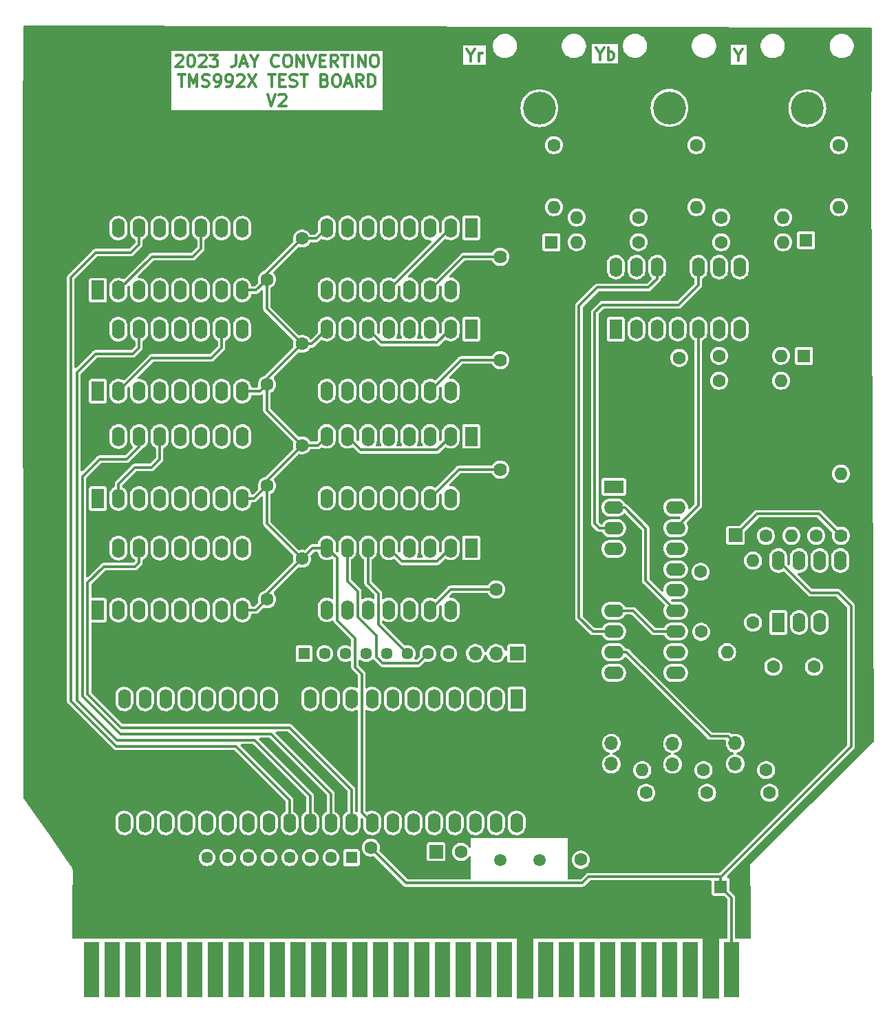
<source format=gbr>
%TF.GenerationSoftware,KiCad,Pcbnew,7.0.8-7.0.8~ubuntu22.04.1*%
%TF.CreationDate,2023-11-07T15:08:21-05:00*%
%TF.ProjectId,PICerino_TMS9928,50494365-7269-46e6-9f5f-544d53393932,rev?*%
%TF.SameCoordinates,Original*%
%TF.FileFunction,Copper,L1,Top*%
%TF.FilePolarity,Positive*%
%FSLAX46Y46*%
G04 Gerber Fmt 4.6, Leading zero omitted, Abs format (unit mm)*
G04 Created by KiCad (PCBNEW 7.0.8-7.0.8~ubuntu22.04.1) date 2023-11-07 15:08:21*
%MOMM*%
%LPD*%
G01*
G04 APERTURE LIST*
%ADD10C,0.330200*%
%TA.AperFunction,NonConductor*%
%ADD11C,0.330200*%
%TD*%
%ADD12C,0.300000*%
%TA.AperFunction,NonConductor*%
%ADD13C,0.300000*%
%TD*%
%TA.AperFunction,ConnectorPad*%
%ADD14R,1.905000X6.858000*%
%TD*%
%TA.AperFunction,ComponentPad*%
%ADD15C,4.227000*%
%TD*%
%TA.AperFunction,ComponentPad*%
%ADD16C,4.039000*%
%TD*%
%TA.AperFunction,ComponentPad*%
%ADD17R,1.700000X1.700000*%
%TD*%
%TA.AperFunction,ComponentPad*%
%ADD18O,1.700000X1.700000*%
%TD*%
%TA.AperFunction,ComponentPad*%
%ADD19R,1.600000X2.400000*%
%TD*%
%TA.AperFunction,ComponentPad*%
%ADD20O,1.600000X2.400000*%
%TD*%
%TA.AperFunction,ComponentPad*%
%ADD21C,1.600000*%
%TD*%
%TA.AperFunction,ComponentPad*%
%ADD22O,1.600000X1.600000*%
%TD*%
%TA.AperFunction,ComponentPad*%
%ADD23C,1.500000*%
%TD*%
%TA.AperFunction,ComponentPad*%
%ADD24R,1.600000X1.600000*%
%TD*%
%TA.AperFunction,ComponentPad*%
%ADD25R,2.400000X1.600000*%
%TD*%
%TA.AperFunction,ComponentPad*%
%ADD26O,2.400000X1.600000*%
%TD*%
%TA.AperFunction,ComponentPad*%
%ADD27R,1.450000X1.450000*%
%TD*%
%TA.AperFunction,ComponentPad*%
%ADD28C,1.450000*%
%TD*%
%TA.AperFunction,ViaPad*%
%ADD29C,1.625600*%
%TD*%
%TA.AperFunction,Conductor*%
%ADD30C,0.304800*%
%TD*%
G04 APERTURE END LIST*
D10*
D11*
X124949715Y-37544614D02*
X125021143Y-37473186D01*
X125021143Y-37473186D02*
X125164001Y-37401757D01*
X125164001Y-37401757D02*
X125521143Y-37401757D01*
X125521143Y-37401757D02*
X125664001Y-37473186D01*
X125664001Y-37473186D02*
X125735429Y-37544614D01*
X125735429Y-37544614D02*
X125806858Y-37687471D01*
X125806858Y-37687471D02*
X125806858Y-37830329D01*
X125806858Y-37830329D02*
X125735429Y-38044614D01*
X125735429Y-38044614D02*
X124878286Y-38901757D01*
X124878286Y-38901757D02*
X125806858Y-38901757D01*
X126735429Y-37401757D02*
X126878286Y-37401757D01*
X126878286Y-37401757D02*
X127021143Y-37473186D01*
X127021143Y-37473186D02*
X127092572Y-37544614D01*
X127092572Y-37544614D02*
X127164000Y-37687471D01*
X127164000Y-37687471D02*
X127235429Y-37973186D01*
X127235429Y-37973186D02*
X127235429Y-38330329D01*
X127235429Y-38330329D02*
X127164000Y-38616043D01*
X127164000Y-38616043D02*
X127092572Y-38758900D01*
X127092572Y-38758900D02*
X127021143Y-38830329D01*
X127021143Y-38830329D02*
X126878286Y-38901757D01*
X126878286Y-38901757D02*
X126735429Y-38901757D01*
X126735429Y-38901757D02*
X126592572Y-38830329D01*
X126592572Y-38830329D02*
X126521143Y-38758900D01*
X126521143Y-38758900D02*
X126449714Y-38616043D01*
X126449714Y-38616043D02*
X126378286Y-38330329D01*
X126378286Y-38330329D02*
X126378286Y-37973186D01*
X126378286Y-37973186D02*
X126449714Y-37687471D01*
X126449714Y-37687471D02*
X126521143Y-37544614D01*
X126521143Y-37544614D02*
X126592572Y-37473186D01*
X126592572Y-37473186D02*
X126735429Y-37401757D01*
X127806857Y-37544614D02*
X127878285Y-37473186D01*
X127878285Y-37473186D02*
X128021143Y-37401757D01*
X128021143Y-37401757D02*
X128378285Y-37401757D01*
X128378285Y-37401757D02*
X128521143Y-37473186D01*
X128521143Y-37473186D02*
X128592571Y-37544614D01*
X128592571Y-37544614D02*
X128664000Y-37687471D01*
X128664000Y-37687471D02*
X128664000Y-37830329D01*
X128664000Y-37830329D02*
X128592571Y-38044614D01*
X128592571Y-38044614D02*
X127735428Y-38901757D01*
X127735428Y-38901757D02*
X128664000Y-38901757D01*
X129163999Y-37401757D02*
X130092571Y-37401757D01*
X130092571Y-37401757D02*
X129592571Y-37973186D01*
X129592571Y-37973186D02*
X129806856Y-37973186D01*
X129806856Y-37973186D02*
X129949714Y-38044614D01*
X129949714Y-38044614D02*
X130021142Y-38116043D01*
X130021142Y-38116043D02*
X130092571Y-38258900D01*
X130092571Y-38258900D02*
X130092571Y-38616043D01*
X130092571Y-38616043D02*
X130021142Y-38758900D01*
X130021142Y-38758900D02*
X129949714Y-38830329D01*
X129949714Y-38830329D02*
X129806856Y-38901757D01*
X129806856Y-38901757D02*
X129378285Y-38901757D01*
X129378285Y-38901757D02*
X129235428Y-38830329D01*
X129235428Y-38830329D02*
X129163999Y-38758900D01*
X132306856Y-37401757D02*
X132306856Y-38473186D01*
X132306856Y-38473186D02*
X132235427Y-38687471D01*
X132235427Y-38687471D02*
X132092570Y-38830329D01*
X132092570Y-38830329D02*
X131878284Y-38901757D01*
X131878284Y-38901757D02*
X131735427Y-38901757D01*
X132949713Y-38473186D02*
X133663999Y-38473186D01*
X132806856Y-38901757D02*
X133306856Y-37401757D01*
X133306856Y-37401757D02*
X133806856Y-38901757D01*
X134592570Y-38187471D02*
X134592570Y-38901757D01*
X134092570Y-37401757D02*
X134592570Y-38187471D01*
X134592570Y-38187471D02*
X135092570Y-37401757D01*
X137592569Y-38758900D02*
X137521141Y-38830329D01*
X137521141Y-38830329D02*
X137306855Y-38901757D01*
X137306855Y-38901757D02*
X137163998Y-38901757D01*
X137163998Y-38901757D02*
X136949712Y-38830329D01*
X136949712Y-38830329D02*
X136806855Y-38687471D01*
X136806855Y-38687471D02*
X136735426Y-38544614D01*
X136735426Y-38544614D02*
X136663998Y-38258900D01*
X136663998Y-38258900D02*
X136663998Y-38044614D01*
X136663998Y-38044614D02*
X136735426Y-37758900D01*
X136735426Y-37758900D02*
X136806855Y-37616043D01*
X136806855Y-37616043D02*
X136949712Y-37473186D01*
X136949712Y-37473186D02*
X137163998Y-37401757D01*
X137163998Y-37401757D02*
X137306855Y-37401757D01*
X137306855Y-37401757D02*
X137521141Y-37473186D01*
X137521141Y-37473186D02*
X137592569Y-37544614D01*
X138521141Y-37401757D02*
X138806855Y-37401757D01*
X138806855Y-37401757D02*
X138949712Y-37473186D01*
X138949712Y-37473186D02*
X139092569Y-37616043D01*
X139092569Y-37616043D02*
X139163998Y-37901757D01*
X139163998Y-37901757D02*
X139163998Y-38401757D01*
X139163998Y-38401757D02*
X139092569Y-38687471D01*
X139092569Y-38687471D02*
X138949712Y-38830329D01*
X138949712Y-38830329D02*
X138806855Y-38901757D01*
X138806855Y-38901757D02*
X138521141Y-38901757D01*
X138521141Y-38901757D02*
X138378284Y-38830329D01*
X138378284Y-38830329D02*
X138235426Y-38687471D01*
X138235426Y-38687471D02*
X138163998Y-38401757D01*
X138163998Y-38401757D02*
X138163998Y-37901757D01*
X138163998Y-37901757D02*
X138235426Y-37616043D01*
X138235426Y-37616043D02*
X138378284Y-37473186D01*
X138378284Y-37473186D02*
X138521141Y-37401757D01*
X139806855Y-38901757D02*
X139806855Y-37401757D01*
X139806855Y-37401757D02*
X140663998Y-38901757D01*
X140663998Y-38901757D02*
X140663998Y-37401757D01*
X141163999Y-37401757D02*
X141663999Y-38901757D01*
X141663999Y-38901757D02*
X142163999Y-37401757D01*
X142663998Y-38116043D02*
X143163998Y-38116043D01*
X143378284Y-38901757D02*
X142663998Y-38901757D01*
X142663998Y-38901757D02*
X142663998Y-37401757D01*
X142663998Y-37401757D02*
X143378284Y-37401757D01*
X144878284Y-38901757D02*
X144378284Y-38187471D01*
X144021141Y-38901757D02*
X144021141Y-37401757D01*
X144021141Y-37401757D02*
X144592570Y-37401757D01*
X144592570Y-37401757D02*
X144735427Y-37473186D01*
X144735427Y-37473186D02*
X144806856Y-37544614D01*
X144806856Y-37544614D02*
X144878284Y-37687471D01*
X144878284Y-37687471D02*
X144878284Y-37901757D01*
X144878284Y-37901757D02*
X144806856Y-38044614D01*
X144806856Y-38044614D02*
X144735427Y-38116043D01*
X144735427Y-38116043D02*
X144592570Y-38187471D01*
X144592570Y-38187471D02*
X144021141Y-38187471D01*
X145306856Y-37401757D02*
X146163999Y-37401757D01*
X145735427Y-38901757D02*
X145735427Y-37401757D01*
X146663998Y-38901757D02*
X146663998Y-37401757D01*
X147378284Y-38901757D02*
X147378284Y-37401757D01*
X147378284Y-37401757D02*
X148235427Y-38901757D01*
X148235427Y-38901757D02*
X148235427Y-37401757D01*
X149235428Y-37401757D02*
X149521142Y-37401757D01*
X149521142Y-37401757D02*
X149663999Y-37473186D01*
X149663999Y-37473186D02*
X149806856Y-37616043D01*
X149806856Y-37616043D02*
X149878285Y-37901757D01*
X149878285Y-37901757D02*
X149878285Y-38401757D01*
X149878285Y-38401757D02*
X149806856Y-38687471D01*
X149806856Y-38687471D02*
X149663999Y-38830329D01*
X149663999Y-38830329D02*
X149521142Y-38901757D01*
X149521142Y-38901757D02*
X149235428Y-38901757D01*
X149235428Y-38901757D02*
X149092571Y-38830329D01*
X149092571Y-38830329D02*
X148949713Y-38687471D01*
X148949713Y-38687471D02*
X148878285Y-38401757D01*
X148878285Y-38401757D02*
X148878285Y-37901757D01*
X148878285Y-37901757D02*
X148949713Y-37616043D01*
X148949713Y-37616043D02*
X149092571Y-37473186D01*
X149092571Y-37473186D02*
X149235428Y-37401757D01*
X125199716Y-39816757D02*
X126056859Y-39816757D01*
X125628287Y-41316757D02*
X125628287Y-39816757D01*
X126556858Y-41316757D02*
X126556858Y-39816757D01*
X126556858Y-39816757D02*
X127056858Y-40888186D01*
X127056858Y-40888186D02*
X127556858Y-39816757D01*
X127556858Y-39816757D02*
X127556858Y-41316757D01*
X128199716Y-41245329D02*
X128414002Y-41316757D01*
X128414002Y-41316757D02*
X128771144Y-41316757D01*
X128771144Y-41316757D02*
X128914002Y-41245329D01*
X128914002Y-41245329D02*
X128985430Y-41173900D01*
X128985430Y-41173900D02*
X129056859Y-41031043D01*
X129056859Y-41031043D02*
X129056859Y-40888186D01*
X129056859Y-40888186D02*
X128985430Y-40745329D01*
X128985430Y-40745329D02*
X128914002Y-40673900D01*
X128914002Y-40673900D02*
X128771144Y-40602471D01*
X128771144Y-40602471D02*
X128485430Y-40531043D01*
X128485430Y-40531043D02*
X128342573Y-40459614D01*
X128342573Y-40459614D02*
X128271144Y-40388186D01*
X128271144Y-40388186D02*
X128199716Y-40245329D01*
X128199716Y-40245329D02*
X128199716Y-40102471D01*
X128199716Y-40102471D02*
X128271144Y-39959614D01*
X128271144Y-39959614D02*
X128342573Y-39888186D01*
X128342573Y-39888186D02*
X128485430Y-39816757D01*
X128485430Y-39816757D02*
X128842573Y-39816757D01*
X128842573Y-39816757D02*
X129056859Y-39888186D01*
X129771144Y-41316757D02*
X130056858Y-41316757D01*
X130056858Y-41316757D02*
X130199715Y-41245329D01*
X130199715Y-41245329D02*
X130271144Y-41173900D01*
X130271144Y-41173900D02*
X130414001Y-40959614D01*
X130414001Y-40959614D02*
X130485430Y-40673900D01*
X130485430Y-40673900D02*
X130485430Y-40102471D01*
X130485430Y-40102471D02*
X130414001Y-39959614D01*
X130414001Y-39959614D02*
X130342573Y-39888186D01*
X130342573Y-39888186D02*
X130199715Y-39816757D01*
X130199715Y-39816757D02*
X129914001Y-39816757D01*
X129914001Y-39816757D02*
X129771144Y-39888186D01*
X129771144Y-39888186D02*
X129699715Y-39959614D01*
X129699715Y-39959614D02*
X129628287Y-40102471D01*
X129628287Y-40102471D02*
X129628287Y-40459614D01*
X129628287Y-40459614D02*
X129699715Y-40602471D01*
X129699715Y-40602471D02*
X129771144Y-40673900D01*
X129771144Y-40673900D02*
X129914001Y-40745329D01*
X129914001Y-40745329D02*
X130199715Y-40745329D01*
X130199715Y-40745329D02*
X130342573Y-40673900D01*
X130342573Y-40673900D02*
X130414001Y-40602471D01*
X130414001Y-40602471D02*
X130485430Y-40459614D01*
X131199715Y-41316757D02*
X131485429Y-41316757D01*
X131485429Y-41316757D02*
X131628286Y-41245329D01*
X131628286Y-41245329D02*
X131699715Y-41173900D01*
X131699715Y-41173900D02*
X131842572Y-40959614D01*
X131842572Y-40959614D02*
X131914001Y-40673900D01*
X131914001Y-40673900D02*
X131914001Y-40102471D01*
X131914001Y-40102471D02*
X131842572Y-39959614D01*
X131842572Y-39959614D02*
X131771144Y-39888186D01*
X131771144Y-39888186D02*
X131628286Y-39816757D01*
X131628286Y-39816757D02*
X131342572Y-39816757D01*
X131342572Y-39816757D02*
X131199715Y-39888186D01*
X131199715Y-39888186D02*
X131128286Y-39959614D01*
X131128286Y-39959614D02*
X131056858Y-40102471D01*
X131056858Y-40102471D02*
X131056858Y-40459614D01*
X131056858Y-40459614D02*
X131128286Y-40602471D01*
X131128286Y-40602471D02*
X131199715Y-40673900D01*
X131199715Y-40673900D02*
X131342572Y-40745329D01*
X131342572Y-40745329D02*
X131628286Y-40745329D01*
X131628286Y-40745329D02*
X131771144Y-40673900D01*
X131771144Y-40673900D02*
X131842572Y-40602471D01*
X131842572Y-40602471D02*
X131914001Y-40459614D01*
X132485429Y-39959614D02*
X132556857Y-39888186D01*
X132556857Y-39888186D02*
X132699715Y-39816757D01*
X132699715Y-39816757D02*
X133056857Y-39816757D01*
X133056857Y-39816757D02*
X133199715Y-39888186D01*
X133199715Y-39888186D02*
X133271143Y-39959614D01*
X133271143Y-39959614D02*
X133342572Y-40102471D01*
X133342572Y-40102471D02*
X133342572Y-40245329D01*
X133342572Y-40245329D02*
X133271143Y-40459614D01*
X133271143Y-40459614D02*
X132414000Y-41316757D01*
X132414000Y-41316757D02*
X133342572Y-41316757D01*
X133842571Y-39816757D02*
X134842571Y-41316757D01*
X134842571Y-39816757D02*
X133842571Y-41316757D01*
X136342571Y-39816757D02*
X137199714Y-39816757D01*
X136771142Y-41316757D02*
X136771142Y-39816757D01*
X137699713Y-40531043D02*
X138199713Y-40531043D01*
X138413999Y-41316757D02*
X137699713Y-41316757D01*
X137699713Y-41316757D02*
X137699713Y-39816757D01*
X137699713Y-39816757D02*
X138413999Y-39816757D01*
X138985428Y-41245329D02*
X139199714Y-41316757D01*
X139199714Y-41316757D02*
X139556856Y-41316757D01*
X139556856Y-41316757D02*
X139699714Y-41245329D01*
X139699714Y-41245329D02*
X139771142Y-41173900D01*
X139771142Y-41173900D02*
X139842571Y-41031043D01*
X139842571Y-41031043D02*
X139842571Y-40888186D01*
X139842571Y-40888186D02*
X139771142Y-40745329D01*
X139771142Y-40745329D02*
X139699714Y-40673900D01*
X139699714Y-40673900D02*
X139556856Y-40602471D01*
X139556856Y-40602471D02*
X139271142Y-40531043D01*
X139271142Y-40531043D02*
X139128285Y-40459614D01*
X139128285Y-40459614D02*
X139056856Y-40388186D01*
X139056856Y-40388186D02*
X138985428Y-40245329D01*
X138985428Y-40245329D02*
X138985428Y-40102471D01*
X138985428Y-40102471D02*
X139056856Y-39959614D01*
X139056856Y-39959614D02*
X139128285Y-39888186D01*
X139128285Y-39888186D02*
X139271142Y-39816757D01*
X139271142Y-39816757D02*
X139628285Y-39816757D01*
X139628285Y-39816757D02*
X139842571Y-39888186D01*
X140271142Y-39816757D02*
X141128285Y-39816757D01*
X140699713Y-41316757D02*
X140699713Y-39816757D01*
X143271141Y-40531043D02*
X143485427Y-40602471D01*
X143485427Y-40602471D02*
X143556856Y-40673900D01*
X143556856Y-40673900D02*
X143628284Y-40816757D01*
X143628284Y-40816757D02*
X143628284Y-41031043D01*
X143628284Y-41031043D02*
X143556856Y-41173900D01*
X143556856Y-41173900D02*
X143485427Y-41245329D01*
X143485427Y-41245329D02*
X143342570Y-41316757D01*
X143342570Y-41316757D02*
X142771141Y-41316757D01*
X142771141Y-41316757D02*
X142771141Y-39816757D01*
X142771141Y-39816757D02*
X143271141Y-39816757D01*
X143271141Y-39816757D02*
X143413999Y-39888186D01*
X143413999Y-39888186D02*
X143485427Y-39959614D01*
X143485427Y-39959614D02*
X143556856Y-40102471D01*
X143556856Y-40102471D02*
X143556856Y-40245329D01*
X143556856Y-40245329D02*
X143485427Y-40388186D01*
X143485427Y-40388186D02*
X143413999Y-40459614D01*
X143413999Y-40459614D02*
X143271141Y-40531043D01*
X143271141Y-40531043D02*
X142771141Y-40531043D01*
X144556856Y-39816757D02*
X144842570Y-39816757D01*
X144842570Y-39816757D02*
X144985427Y-39888186D01*
X144985427Y-39888186D02*
X145128284Y-40031043D01*
X145128284Y-40031043D02*
X145199713Y-40316757D01*
X145199713Y-40316757D02*
X145199713Y-40816757D01*
X145199713Y-40816757D02*
X145128284Y-41102471D01*
X145128284Y-41102471D02*
X144985427Y-41245329D01*
X144985427Y-41245329D02*
X144842570Y-41316757D01*
X144842570Y-41316757D02*
X144556856Y-41316757D01*
X144556856Y-41316757D02*
X144413999Y-41245329D01*
X144413999Y-41245329D02*
X144271141Y-41102471D01*
X144271141Y-41102471D02*
X144199713Y-40816757D01*
X144199713Y-40816757D02*
X144199713Y-40316757D01*
X144199713Y-40316757D02*
X144271141Y-40031043D01*
X144271141Y-40031043D02*
X144413999Y-39888186D01*
X144413999Y-39888186D02*
X144556856Y-39816757D01*
X145771142Y-40888186D02*
X146485428Y-40888186D01*
X145628285Y-41316757D02*
X146128285Y-39816757D01*
X146128285Y-39816757D02*
X146628285Y-41316757D01*
X147985427Y-41316757D02*
X147485427Y-40602471D01*
X147128284Y-41316757D02*
X147128284Y-39816757D01*
X147128284Y-39816757D02*
X147699713Y-39816757D01*
X147699713Y-39816757D02*
X147842570Y-39888186D01*
X147842570Y-39888186D02*
X147913999Y-39959614D01*
X147913999Y-39959614D02*
X147985427Y-40102471D01*
X147985427Y-40102471D02*
X147985427Y-40316757D01*
X147985427Y-40316757D02*
X147913999Y-40459614D01*
X147913999Y-40459614D02*
X147842570Y-40531043D01*
X147842570Y-40531043D02*
X147699713Y-40602471D01*
X147699713Y-40602471D02*
X147128284Y-40602471D01*
X148628284Y-41316757D02*
X148628284Y-39816757D01*
X148628284Y-39816757D02*
X148985427Y-39816757D01*
X148985427Y-39816757D02*
X149199713Y-39888186D01*
X149199713Y-39888186D02*
X149342570Y-40031043D01*
X149342570Y-40031043D02*
X149413999Y-40173900D01*
X149413999Y-40173900D02*
X149485427Y-40459614D01*
X149485427Y-40459614D02*
X149485427Y-40673900D01*
X149485427Y-40673900D02*
X149413999Y-40959614D01*
X149413999Y-40959614D02*
X149342570Y-41102471D01*
X149342570Y-41102471D02*
X149199713Y-41245329D01*
X149199713Y-41245329D02*
X148985427Y-41316757D01*
X148985427Y-41316757D02*
X148628284Y-41316757D01*
X136199715Y-42231757D02*
X136699715Y-43731757D01*
X136699715Y-43731757D02*
X137199715Y-42231757D01*
X137628286Y-42374614D02*
X137699714Y-42303186D01*
X137699714Y-42303186D02*
X137842572Y-42231757D01*
X137842572Y-42231757D02*
X138199714Y-42231757D01*
X138199714Y-42231757D02*
X138342572Y-42303186D01*
X138342572Y-42303186D02*
X138414000Y-42374614D01*
X138414000Y-42374614D02*
X138485429Y-42517471D01*
X138485429Y-42517471D02*
X138485429Y-42660329D01*
X138485429Y-42660329D02*
X138414000Y-42874614D01*
X138414000Y-42874614D02*
X137556857Y-43731757D01*
X137556857Y-43731757D02*
X138485429Y-43731757D01*
D12*
D13*
X161206715Y-37479842D02*
X161206715Y-38194128D01*
X160706715Y-36694128D02*
X161206715Y-37479842D01*
X161206715Y-37479842D02*
X161706715Y-36694128D01*
X162206714Y-38194128D02*
X162206714Y-37194128D01*
X162206714Y-37479842D02*
X162278143Y-37336985D01*
X162278143Y-37336985D02*
X162349572Y-37265557D01*
X162349572Y-37265557D02*
X162492429Y-37194128D01*
X162492429Y-37194128D02*
X162635286Y-37194128D01*
D12*
D13*
X177121429Y-37302042D02*
X177121429Y-38016328D01*
X176621429Y-36516328D02*
X177121429Y-37302042D01*
X177121429Y-37302042D02*
X177621429Y-36516328D01*
X178121428Y-38016328D02*
X178121428Y-36516328D01*
X178121428Y-37087757D02*
X178264286Y-37016328D01*
X178264286Y-37016328D02*
X178550000Y-37016328D01*
X178550000Y-37016328D02*
X178692857Y-37087757D01*
X178692857Y-37087757D02*
X178764286Y-37159185D01*
X178764286Y-37159185D02*
X178835714Y-37302042D01*
X178835714Y-37302042D02*
X178835714Y-37730614D01*
X178835714Y-37730614D02*
X178764286Y-37873471D01*
X178764286Y-37873471D02*
X178692857Y-37944900D01*
X178692857Y-37944900D02*
X178550000Y-38016328D01*
X178550000Y-38016328D02*
X178264286Y-38016328D01*
X178264286Y-38016328D02*
X178121428Y-37944900D01*
D12*
D13*
X194183000Y-37429042D02*
X194183000Y-38143328D01*
X193683000Y-36643328D02*
X194183000Y-37429042D01*
X194183000Y-37429042D02*
X194683000Y-36643328D01*
D14*
%TO.P,CON1,B1,RD1*%
%TO.N,unconnected-(CON1-RD1-PadB1)*%
X114554000Y-149860000D03*
%TO.P,CON1,B2,RD0*%
%TO.N,unconnected-(CON1-RD0-PadB2)*%
X117094000Y-149860000D03*
%TO.P,CON1,B3,RC2*%
%TO.N,unconnected-(CON1-RC2-PadB3)*%
X119634000Y-149860000D03*
%TO.P,CON1,B4,RC1*%
%TO.N,unconnected-(CON1-RC1-PadB4)*%
X122174000Y-149860000D03*
%TO.P,CON1,B5,RC0*%
%TO.N,unconnected-(CON1-RC0-PadB5)*%
X124714000Y-149860000D03*
%TO.P,CON1,B6,RA6*%
%TO.N,unconnected-(CON1-RA6-PadB6)*%
X127254000Y-149860000D03*
%TO.P,CON1,B7,RA7*%
%TO.N,unconnected-(CON1-RA7-PadB7)*%
X129794000Y-149860000D03*
%TO.P,CON1,B8,RA5*%
%TO.N,unconnected-(CON1-RA5-PadB8)*%
X132334000Y-149860000D03*
%TO.P,CON1,B9,RA4*%
%TO.N,unconnected-(CON1-RA4-PadB9)*%
X134874000Y-149860000D03*
%TO.P,CON1,B10,RA3*%
%TO.N,unconnected-(CON1-RA3-PadB10)*%
X137414000Y-149860000D03*
%TO.P,CON1,B11,RA2*%
%TO.N,unconnected-(CON1-RA2-PadB11)*%
X139954000Y-149860000D03*
%TO.P,CON1,B12,RA1*%
%TO.N,unconnected-(CON1-RA1-PadB12)*%
X142494000Y-149860000D03*
%TO.P,CON1,B13,RA0*%
%TO.N,unconnected-(CON1-RA0-PadB13)*%
X145034000Y-149860000D03*
%TO.P,CON1,B14,RD2*%
%TO.N,unconnected-(CON1-RD2-PadB14)*%
X147574000Y-149860000D03*
%TO.P,CON1,B15,RD3*%
%TO.N,unconnected-(CON1-RD3-PadB15)*%
X150114000Y-149860000D03*
%TO.P,CON1,B16,RC6*%
%TO.N,unconnected-(CON1-RC6-PadB16)*%
X152654000Y-149860000D03*
%TO.P,CON1,B17,RC7*%
%TO.N,unconnected-(CON1-RC7-PadB17)*%
X155194000Y-149860000D03*
%TO.P,CON1,B18,RD4*%
%TO.N,unconnected-(CON1-RD4-PadB18)*%
X157734000Y-149860000D03*
%TO.P,CON1,B19,RD5*%
%TO.N,unconnected-(CON1-RD5-PadB19)*%
X160274000Y-149860000D03*
%TO.P,CON1,B20,RD6*%
%TO.N,unconnected-(CON1-RD6-PadB20)*%
X162814000Y-149860000D03*
%TO.P,CON1,B21,RD7*%
%TO.N,unconnected-(CON1-RD7-PadB21)*%
X165354000Y-149860000D03*
%TO.P,CON1,B22,GND*%
%TO.N,VSS*%
X167894000Y-149860000D03*
%TO.P,CON1,B23,RB0*%
%TO.N,unconnected-(CON1-RB0-PadB23)*%
X170434000Y-149860000D03*
%TO.P,CON1,B24,RB1*%
%TO.N,unconnected-(CON1-RB1-PadB24)*%
X172974000Y-149860000D03*
%TO.P,CON1,B25,RB2*%
%TO.N,unconnected-(CON1-RB2-PadB25)*%
X175514000Y-149860000D03*
%TO.P,CON1,B26,RB3*%
%TO.N,unconnected-(CON1-RB3-PadB26)*%
X178054000Y-149860000D03*
%TO.P,CON1,B27,RB4*%
%TO.N,unconnected-(CON1-RB4-PadB27)*%
X180594000Y-149860000D03*
%TO.P,CON1,B28,RB5*%
%TO.N,unconnected-(CON1-RB5-PadB28)*%
X183134000Y-149860000D03*
%TO.P,CON1,B29,RB6*%
%TO.N,unconnected-(CON1-RB6-PadB29)*%
X185674000Y-149860000D03*
%TO.P,CON1,B30,RB7*%
%TO.N,unconnected-(CON1-RB7-PadB30)*%
X188214000Y-149860000D03*
%TO.P,CON1,B31,GND*%
%TO.N,VSS*%
X190754000Y-149860000D03*
%TO.P,CON1,B32,+5V*%
%TO.N,VCC*%
X193294000Y-149860000D03*
%TD*%
D15*
%TO.P,J5,S*%
%TO.N,VSS*%
X202624000Y-39472000D03*
D16*
%TO.P,J5,T*%
%TO.N,Net-(J5-PadT)*%
X202624000Y-43972000D03*
%TD*%
D17*
%TO.P,J3,1,Pin_1*%
%TO.N,VSS*%
X193755000Y-119507000D03*
D18*
%TO.P,J3,2,Pin_2*%
%TO.N,Net-(J3-Pin_2)*%
X193755000Y-122047000D03*
%TO.P,J3,3,Pin_3*%
%TO.N,/Yr*%
X193755000Y-124587000D03*
%TD*%
D19*
%TO.P,U10,1,~{RFSH}*%
%TO.N,unconnected-(U10-~{RFSH}-Pad1)*%
X115331000Y-78770000D03*
D20*
%TO.P,U10,2,Din*%
%TO.N,/AD2*%
X117871000Y-78770000D03*
%TO.P,U10,3,~{WRITE}*%
%TO.N,/RnW*%
X120411000Y-78770000D03*
%TO.P,U10,4,~{RAS}*%
%TO.N,/nRAS*%
X122951000Y-78770000D03*
%TO.P,U10,5,A0*%
%TO.N,/AD7*%
X125491000Y-78770000D03*
%TO.P,U10,6,A2*%
%TO.N,/AD5*%
X128031000Y-78770000D03*
%TO.P,U10,7,A1*%
%TO.N,/AD6*%
X130571000Y-78770000D03*
%TO.P,U10,8,VCC*%
%TO.N,VCC*%
X133111000Y-78770000D03*
%TO.P,U10,9,NC*%
%TO.N,unconnected-(U10-NC-Pad9)*%
X133111000Y-71150000D03*
%TO.P,U10,10,A5*%
%TO.N,/AD2*%
X130571000Y-71150000D03*
%TO.P,U10,11,A4*%
%TO.N,/AD3*%
X128031000Y-71150000D03*
%TO.P,U10,12,A3*%
%TO.N,/AD4*%
X125491000Y-71150000D03*
%TO.P,U10,13,A6*%
%TO.N,/AD1*%
X122951000Y-71150000D03*
%TO.P,U10,14,Dout*%
%TO.N,/R2*%
X120411000Y-71150000D03*
%TO.P,U10,15,~{CAS}*%
%TO.N,/nCAS*%
X117871000Y-71150000D03*
%TO.P,U10,16,VSS*%
%TO.N,VSS*%
X115331000Y-71150000D03*
%TD*%
D21*
%TO.P,R4,1*%
%TO.N,Net-(U2A--)*%
X191775000Y-74407000D03*
D22*
%TO.P,R4,2*%
%TO.N,Net-(C14-Pad1)*%
X199395000Y-74407000D03*
%TD*%
D19*
%TO.P,U1,1,CSYNC*%
%TO.N,Net-(U1-CSYNC)*%
X199069800Y-107203000D03*
D20*
%TO.P,U1,2,VIDEO*%
%TO.N,Net-(U1-VIDEO)*%
X201609800Y-107203000D03*
%TO.P,U1,3,FRAME*%
%TO.N,unconnected-(U1-FRAME-Pad3)*%
X204149800Y-107203000D03*
%TO.P,U1,4,GND*%
%TO.N,VSS*%
X206689800Y-107203000D03*
%TO.P,U1,5,BURST*%
%TO.N,Net-(U1-BURST)*%
X206689800Y-99583000D03*
%TO.P,U1,6,INT*%
%TO.N,Net-(U1-INT)*%
X204149800Y-99583000D03*
%TO.P,U1,7,O/E*%
%TO.N,unconnected-(U1-O{slash}E-Pad7)*%
X201609800Y-99583000D03*
%TO.P,U1,8,VCC*%
%TO.N,VCC*%
X199069800Y-99583000D03*
%TD*%
D21*
%TO.P,R6,1*%
%TO.N,Net-(U2A--)*%
X191770000Y-77470000D03*
D22*
%TO.P,R6,2*%
%TO.N,Net-(R6-Pad2)*%
X199390000Y-77470000D03*
%TD*%
D21*
%TO.P,R3,1*%
%TO.N,VSS*%
X192760600Y-103225600D03*
D22*
%TO.P,R3,2*%
%TO.N,Net-(R3-Pad2)*%
X192760600Y-110845600D03*
%TD*%
D19*
%TO.P,U3,1,~{RAS}*%
%TO.N,/nRAS*%
X166873000Y-116606000D03*
D20*
%TO.P,U3,2,~{CAS}*%
%TO.N,/nCAS*%
X164333000Y-116606000D03*
%TO.P,U3,3,AD7*%
%TO.N,/AD7*%
X161793000Y-116606000D03*
%TO.P,U3,4,AD6*%
%TO.N,/AD6*%
X159253000Y-116606000D03*
%TO.P,U3,5,AD5*%
%TO.N,/AD5*%
X156713000Y-116606000D03*
%TO.P,U3,6,AD4*%
%TO.N,/AD4*%
X154173000Y-116606000D03*
%TO.P,U3,7,AD3*%
%TO.N,/AD3*%
X151633000Y-116606000D03*
%TO.P,U3,8,AD2*%
%TO.N,/AD2*%
X149093000Y-116606000D03*
%TO.P,U3,9,AD1*%
%TO.N,/AD1*%
X146553000Y-116606000D03*
%TO.P,U3,10,AD0*%
%TO.N,/AD0*%
X144013000Y-116606000D03*
%TO.P,U3,11,R/~{W}*%
%TO.N,/RnW*%
X141473000Y-116606000D03*
%TO.P,U3,12,VSS*%
%TO.N,VSS*%
X138933000Y-116606000D03*
%TO.P,U3,13,MODE*%
%TO.N,/MODE*%
X136393000Y-116606000D03*
%TO.P,U3,14,~{CSW}*%
%TO.N,/nCSW*%
X133853000Y-116606000D03*
%TO.P,U3,15,~{CSR}*%
%TO.N,/nCSR*%
X131313000Y-116606000D03*
%TO.P,U3,16,~{INT}*%
%TO.N,/nINT*%
X128773000Y-116606000D03*
%TO.P,U3,17,CD7*%
%TO.N,/D7*%
X126233000Y-116606000D03*
%TO.P,U3,18,CD6*%
%TO.N,/D6*%
X123693000Y-116606000D03*
%TO.P,U3,19,CD5*%
%TO.N,/D5*%
X121153000Y-116606000D03*
%TO.P,U3,20,CD4*%
%TO.N,/D4*%
X118613000Y-116606000D03*
%TO.P,U3,21,CD3*%
%TO.N,/D3*%
X118613000Y-131846000D03*
%TO.P,U3,22,CD2*%
%TO.N,/D2*%
X121153000Y-131846000D03*
%TO.P,U3,23,CD1*%
%TO.N,/D1*%
X123693000Y-131846000D03*
%TO.P,U3,24,CD0*%
%TO.N,/D0*%
X126233000Y-131846000D03*
%TO.P,U3,25,RD7*%
%TO.N,/R7*%
X128773000Y-131846000D03*
%TO.P,U3,26,RD6*%
%TO.N,/R6*%
X131313000Y-131846000D03*
%TO.P,U3,27,RD5*%
%TO.N,/R5*%
X133853000Y-131846000D03*
%TO.P,U3,28,RD4*%
%TO.N,/R4*%
X136393000Y-131846000D03*
%TO.P,U3,29,RD3*%
%TO.N,/R3*%
X138933000Y-131846000D03*
%TO.P,U3,30,RD2*%
%TO.N,/R2*%
X141473000Y-131846000D03*
%TO.P,U3,31,RD1*%
%TO.N,/R1*%
X144013000Y-131846000D03*
%TO.P,U3,32,RD0*%
%TO.N,/R0*%
X146553000Y-131846000D03*
%TO.P,U3,33,VCC*%
%TO.N,VCC*%
X149093000Y-131846000D03*
%TO.P,U3,34,~{RESET}*%
%TO.N,/nRESET*%
X151633000Y-131846000D03*
%TO.P,U3,35,B-Y*%
%TO.N,/Yb*%
X154173000Y-131846000D03*
%TO.P,U3,36,Y*%
%TO.N,/Y*%
X156713000Y-131846000D03*
%TO.P,U3,37,GROMCLK*%
%TO.N,/GCLK*%
X159253000Y-131846000D03*
%TO.P,U3,38,R-Y*%
%TO.N,/Yr*%
X161793000Y-131846000D03*
%TO.P,U3,39,XTAL2*%
%TO.N,Net-(U3-XTAL2)*%
X164333000Y-131846000D03*
%TO.P,U3,40,XTAL1*%
%TO.N,Net-(U3-XTAL1)*%
X166873000Y-131846000D03*
%TD*%
D21*
%TO.P,C20,1*%
%TO.N,VCC*%
X140462000Y-72938000D03*
%TO.P,C20,2*%
%TO.N,VSS*%
X140462000Y-77938000D03*
%TD*%
%TO.P,C8,1*%
%TO.N,VCC*%
X136144000Y-104354000D03*
%TO.P,C8,2*%
%TO.N,VSS*%
X136144000Y-99354000D03*
%TD*%
%TO.P,R9,1*%
%TO.N,/Yr*%
X197565000Y-125349000D03*
D22*
%TO.P,R9,2*%
%TO.N,VSS*%
X197565000Y-117729000D03*
%TD*%
D21*
%TO.P,C11,1*%
%TO.N,VSS*%
X177272000Y-136372600D03*
%TO.P,C11,2*%
%TO.N,Net-(U3-XTAL1)*%
X174772000Y-136372600D03*
%TD*%
%TO.P,C13,1*%
%TO.N,VCC*%
X136144000Y-90384000D03*
%TO.P,C13,2*%
%TO.N,VSS*%
X136144000Y-85384000D03*
%TD*%
D19*
%TO.P,U6,1,~{RFSH}*%
%TO.N,unconnected-(U6-~{RFSH}-Pad1)*%
X161290000Y-58689000D03*
D20*
%TO.P,U6,2,Din*%
%TO.N,/AD4*%
X158750000Y-58689000D03*
%TO.P,U6,3,~{WRITE}*%
%TO.N,/RnW*%
X156210000Y-58689000D03*
%TO.P,U6,4,~{RAS}*%
%TO.N,/nRAS*%
X153670000Y-58689000D03*
%TO.P,U6,5,A0*%
%TO.N,/AD7*%
X151130000Y-58689000D03*
%TO.P,U6,6,A2*%
%TO.N,/AD5*%
X148590000Y-58689000D03*
%TO.P,U6,7,A1*%
%TO.N,/AD6*%
X146050000Y-58689000D03*
%TO.P,U6,8,VCC*%
%TO.N,VCC*%
X143510000Y-58689000D03*
%TO.P,U6,9,NC*%
%TO.N,unconnected-(U6-NC-Pad9)*%
X143510000Y-66309000D03*
%TO.P,U6,10,A5*%
%TO.N,/AD2*%
X146050000Y-66309000D03*
%TO.P,U6,11,A4*%
%TO.N,/AD3*%
X148590000Y-66309000D03*
%TO.P,U6,12,A3*%
%TO.N,/AD4*%
X151130000Y-66309000D03*
%TO.P,U6,13,A6*%
%TO.N,/AD1*%
X153670000Y-66309000D03*
%TO.P,U6,14,Dout*%
%TO.N,/R4*%
X156210000Y-66309000D03*
%TO.P,U6,15,~{CAS}*%
%TO.N,/nCAS*%
X158750000Y-66309000D03*
%TO.P,U6,16,VSS*%
%TO.N,VSS*%
X161290000Y-66309000D03*
%TD*%
D19*
%TO.P,U8,1,~{RFSH}*%
%TO.N,unconnected-(U8-~{RFSH}-Pad1)*%
X115331000Y-91963000D03*
D20*
%TO.P,U8,2,Din*%
%TO.N,/AD1*%
X117871000Y-91963000D03*
%TO.P,U8,3,~{WRITE}*%
%TO.N,/RnW*%
X120411000Y-91963000D03*
%TO.P,U8,4,~{RAS}*%
%TO.N,/nRAS*%
X122951000Y-91963000D03*
%TO.P,U8,5,A0*%
%TO.N,/AD7*%
X125491000Y-91963000D03*
%TO.P,U8,6,A2*%
%TO.N,/AD5*%
X128031000Y-91963000D03*
%TO.P,U8,7,A1*%
%TO.N,/AD6*%
X130571000Y-91963000D03*
%TO.P,U8,8,VCC*%
%TO.N,VCC*%
X133111000Y-91963000D03*
%TO.P,U8,9,NC*%
%TO.N,unconnected-(U8-NC-Pad9)*%
X133111000Y-84343000D03*
%TO.P,U8,10,A5*%
%TO.N,/AD2*%
X130571000Y-84343000D03*
%TO.P,U8,11,A4*%
%TO.N,/AD3*%
X128031000Y-84343000D03*
%TO.P,U8,12,A3*%
%TO.N,/AD4*%
X125491000Y-84343000D03*
%TO.P,U8,13,A6*%
%TO.N,/AD1*%
X122951000Y-84343000D03*
%TO.P,U8,14,Dout*%
%TO.N,/R1*%
X120411000Y-84343000D03*
%TO.P,U8,15,~{CAS}*%
%TO.N,/nCAS*%
X117871000Y-84343000D03*
%TO.P,U8,16,VSS*%
%TO.N,VSS*%
X115331000Y-84343000D03*
%TD*%
D21*
%TO.P,R15,1*%
%TO.N,Net-(U2B--)*%
X181864000Y-57404000D03*
D22*
%TO.P,R15,2*%
%TO.N,Net-(R15-Pad2)*%
X174244000Y-57404000D03*
%TD*%
D23*
%TO.P,Y1,1,1*%
%TO.N,Net-(U3-XTAL1)*%
X169726000Y-136398000D03*
%TO.P,Y1,2,2*%
%TO.N,Net-(U3-XTAL2)*%
X164846000Y-136398000D03*
%TD*%
D21*
%TO.P,C9,1*%
%TO.N,VCC*%
X136144000Y-77938000D03*
%TO.P,C9,2*%
%TO.N,VSS*%
X136144000Y-72938000D03*
%TD*%
%TO.P,C17,1*%
%TO.N,/Y*%
X190293000Y-128143000D03*
%TO.P,C17,2*%
%TO.N,VSS*%
X185293000Y-128143000D03*
%TD*%
D17*
%TO.P,J2,1,Pin_1*%
%TO.N,VSS*%
X186055000Y-119537000D03*
D18*
%TO.P,J2,2,Pin_2*%
%TO.N,Net-(J2-Pin_2)*%
X186055000Y-122077000D03*
%TO.P,J2,3,Pin_3*%
%TO.N,/Y*%
X186055000Y-124617000D03*
%TD*%
D21*
%TO.P,R2,1*%
%TO.N,Net-(U1-CSYNC)*%
X195961000Y-107213400D03*
D22*
%TO.P,R2,2*%
%TO.N,VCC*%
X195961000Y-99593400D03*
%TD*%
D21*
%TO.P,R8,1*%
%TO.N,Net-(J5-PadT)*%
X206502000Y-48514000D03*
D22*
%TO.P,R8,2*%
%TO.N,Net-(R6-Pad2)*%
X206502000Y-56134000D03*
%TD*%
D19*
%TO.P,U11,1,~{RFSH}*%
%TO.N,unconnected-(U11-~{RFSH}-Pad1)*%
X161290000Y-84313000D03*
D20*
%TO.P,U11,2,Din*%
%TO.N,/AD6*%
X158750000Y-84313000D03*
%TO.P,U11,3,~{WRITE}*%
%TO.N,/RnW*%
X156210000Y-84313000D03*
%TO.P,U11,4,~{RAS}*%
%TO.N,/nRAS*%
X153670000Y-84313000D03*
%TO.P,U11,5,A0*%
%TO.N,/AD7*%
X151130000Y-84313000D03*
%TO.P,U11,6,A2*%
%TO.N,/AD5*%
X148590000Y-84313000D03*
%TO.P,U11,7,A1*%
%TO.N,/AD6*%
X146050000Y-84313000D03*
%TO.P,U11,8,VCC*%
%TO.N,VCC*%
X143510000Y-84313000D03*
%TO.P,U11,9,NC*%
%TO.N,unconnected-(U11-NC-Pad9)*%
X143510000Y-91933000D03*
%TO.P,U11,10,A5*%
%TO.N,/AD2*%
X146050000Y-91933000D03*
%TO.P,U11,11,A4*%
%TO.N,/AD3*%
X148590000Y-91933000D03*
%TO.P,U11,12,A3*%
%TO.N,/AD4*%
X151130000Y-91933000D03*
%TO.P,U11,13,A6*%
%TO.N,/AD1*%
X153670000Y-91933000D03*
%TO.P,U11,14,Dout*%
%TO.N,/R6*%
X156210000Y-91933000D03*
%TO.P,U11,15,~{CAS}*%
%TO.N,/nCAS*%
X158750000Y-91933000D03*
%TO.P,U11,16,VSS*%
%TO.N,VSS*%
X161290000Y-91933000D03*
%TD*%
D21*
%TO.P,C5,1*%
%TO.N,VCC*%
X197535800Y-96556200D03*
%TO.P,C5,2*%
%TO.N,VSS*%
X197535800Y-91556200D03*
%TD*%
D24*
%TO.P,C28,1*%
%TO.N,Net-(C28-Pad1)*%
X202478000Y-60198000D03*
D21*
%TO.P,C28,2*%
%TO.N,VSS*%
X204978000Y-60198000D03*
%TD*%
D25*
%TO.P,U14,1*%
%TO.N,Net-(U1-BURST)*%
X178816000Y-90525600D03*
D26*
%TO.P,U14,2*%
%TO.N,Net-(J4-Pin_2)*%
X178816000Y-93065600D03*
%TO.P,U14,3*%
%TO.N,Net-(U2C-+)*%
X178816000Y-95605600D03*
%TO.P,U14,4*%
%TO.N,Net-(C25-Pad2)*%
X178816000Y-98145600D03*
%TO.P,U14,5,V-*%
%TO.N,VSS*%
X178816000Y-100685600D03*
%TO.P,U14,6,GND*%
X178816000Y-103225600D03*
%TO.P,U14,7*%
%TO.N,Net-(C25-Pad2)*%
X178816000Y-105765600D03*
%TO.P,U14,8*%
%TO.N,Net-(U2B-+)*%
X178816000Y-108305600D03*
%TO.P,U14,9*%
%TO.N,Net-(J3-Pin_2)*%
X178816000Y-110845600D03*
%TO.P,U14,10*%
%TO.N,Net-(U1-BURST)*%
X178816000Y-113385600D03*
%TO.P,U14,11*%
%TO.N,Net-(U1-CSYNC)*%
X186436000Y-113385600D03*
%TO.P,U14,12*%
%TO.N,Net-(R3-Pad2)*%
X186436000Y-110845600D03*
%TO.P,U14,13*%
%TO.N,Net-(C25-Pad2)*%
X186436000Y-108305600D03*
%TO.P,U14,14*%
%TO.N,Net-(J4-Pin_2)*%
X186436000Y-105765600D03*
%TO.P,U14,15,NC*%
%TO.N,unconnected-(U14E-NC-Pad15)*%
X186436000Y-103225600D03*
%TO.P,U14,16,V+*%
%TO.N,VCC*%
X186436000Y-100685600D03*
%TO.P,U14,17*%
%TO.N,Net-(J2-Pin_2)*%
X186436000Y-98145600D03*
%TO.P,U14,18*%
%TO.N,Net-(U2A-+)*%
X186436000Y-95605600D03*
%TO.P,U14,19*%
%TO.N,unconnected-(U14-Pad19)*%
X186436000Y-93065600D03*
%TO.P,U14,20*%
%TO.N,VSS*%
X186436000Y-90525600D03*
%TD*%
D21*
%TO.P,R7,1*%
%TO.N,/Y*%
X189865000Y-125349000D03*
D22*
%TO.P,R7,2*%
%TO.N,VSS*%
X189865000Y-117729000D03*
%TD*%
D17*
%TO.P,J10,1,Pin_1*%
%TO.N,/nRAS*%
X166863000Y-110998000D03*
D18*
%TO.P,J10,2,Pin_2*%
%TO.N,/nCAS*%
X164323000Y-110998000D03*
%TO.P,J10,3,Pin_3*%
%TO.N,/RnW*%
X161783000Y-110998000D03*
%TD*%
D21*
%TO.P,C15,1*%
%TO.N,Net-(U1-INT)*%
X203718000Y-96535000D03*
%TO.P,C15,2*%
%TO.N,VSS*%
X203718000Y-91535000D03*
%TD*%
%TO.P,R17,1*%
%TO.N,Net-(J6-PadT)*%
X171450000Y-48514000D03*
D22*
%TO.P,R17,2*%
%TO.N,Net-(R15-Pad2)*%
X171450000Y-56134000D03*
%TD*%
D19*
%TO.P,U9,1,~{RFSH}*%
%TO.N,unconnected-(U9-~{RFSH}-Pad1)*%
X161290000Y-71120000D03*
D20*
%TO.P,U9,2,Din*%
%TO.N,/AD5*%
X158750000Y-71120000D03*
%TO.P,U9,3,~{WRITE}*%
%TO.N,/RnW*%
X156210000Y-71120000D03*
%TO.P,U9,4,~{RAS}*%
%TO.N,/nRAS*%
X153670000Y-71120000D03*
%TO.P,U9,5,A0*%
%TO.N,/AD7*%
X151130000Y-71120000D03*
%TO.P,U9,6,A2*%
%TO.N,/AD5*%
X148590000Y-71120000D03*
%TO.P,U9,7,A1*%
%TO.N,/AD6*%
X146050000Y-71120000D03*
%TO.P,U9,8,VCC*%
%TO.N,VCC*%
X143510000Y-71120000D03*
%TO.P,U9,9,NC*%
%TO.N,unconnected-(U9-NC-Pad9)*%
X143510000Y-78740000D03*
%TO.P,U9,10,A5*%
%TO.N,/AD2*%
X146050000Y-78740000D03*
%TO.P,U9,11,A4*%
%TO.N,/AD3*%
X148590000Y-78740000D03*
%TO.P,U9,12,A3*%
%TO.N,/AD4*%
X151130000Y-78740000D03*
%TO.P,U9,13,A6*%
%TO.N,/AD1*%
X153670000Y-78740000D03*
%TO.P,U9,14,Dout*%
%TO.N,/R5*%
X156210000Y-78740000D03*
%TO.P,U9,15,~{CAS}*%
%TO.N,/nCAS*%
X158750000Y-78740000D03*
%TO.P,U9,16,VSS*%
%TO.N,VSS*%
X161290000Y-78740000D03*
%TD*%
D21*
%TO.P,R18,1*%
%TO.N,Net-(J7-PadT)*%
X188976000Y-48514000D03*
D22*
%TO.P,R18,2*%
%TO.N,Net-(R16-Pad2)*%
X188976000Y-56134000D03*
%TD*%
D21*
%TO.P,C24,1*%
%TO.N,VSS*%
X177793000Y-128143000D03*
%TO.P,C24,2*%
%TO.N,/Yb*%
X182793000Y-128143000D03*
%TD*%
%TO.P,R16,1*%
%TO.N,Net-(U2C--)*%
X192024000Y-57404000D03*
D22*
%TO.P,R16,2*%
%TO.N,Net-(R16-Pad2)*%
X199644000Y-57404000D03*
%TD*%
D21*
%TO.P,R13,1*%
%TO.N,Net-(U2B--)*%
X181864000Y-60437000D03*
D22*
%TO.P,R13,2*%
%TO.N,Net-(C27-Pad1)*%
X174244000Y-60437000D03*
%TD*%
D21*
%TO.P,C25,1*%
%TO.N,VSS*%
X189560200Y-113345600D03*
%TO.P,C25,2*%
%TO.N,Net-(C25-Pad2)*%
X189560200Y-108345600D03*
%TD*%
%TO.P,C3,1*%
%TO.N,VCC*%
X140462000Y-59994800D03*
%TO.P,C3,2*%
%TO.N,VSS*%
X140462000Y-64994800D03*
%TD*%
%TO.P,C12,1*%
%TO.N,Net-(U3-XTAL2)*%
X160020000Y-135402000D03*
%TO.P,C12,2*%
%TO.N,VSS*%
X160020000Y-137902000D03*
%TD*%
D27*
%TO.P,J8,1,Pin_1*%
%TO.N,/AD0*%
X140716000Y-111028000D03*
D28*
%TO.P,J8,2,Pin_2*%
%TO.N,/AD1*%
X143256000Y-111028000D03*
%TO.P,J8,3,Pin_3*%
%TO.N,/AD2*%
X145796000Y-111028000D03*
%TO.P,J8,4,Pin_4*%
%TO.N,/AD3*%
X148336000Y-111028000D03*
%TO.P,J8,5,Pin_5*%
%TO.N,/AD4*%
X150876000Y-111028000D03*
%TO.P,J8,6,Pin_6*%
%TO.N,/AD5*%
X153416000Y-111028000D03*
%TO.P,J8,7,Pin_7*%
%TO.N,/AD6*%
X155956000Y-111028000D03*
%TO.P,J8,8,Pin_8*%
%TO.N,/AD7*%
X158496000Y-111028000D03*
%TD*%
D19*
%TO.P,U12,1,~{RFSH}*%
%TO.N,unconnected-(U12-~{RFSH}-Pad1)*%
X115331000Y-66339000D03*
D20*
%TO.P,U12,2,Din*%
%TO.N,/AD3*%
X117871000Y-66339000D03*
%TO.P,U12,3,~{WRITE}*%
%TO.N,/RnW*%
X120411000Y-66339000D03*
%TO.P,U12,4,~{RAS}*%
%TO.N,/nRAS*%
X122951000Y-66339000D03*
%TO.P,U12,5,A0*%
%TO.N,/AD7*%
X125491000Y-66339000D03*
%TO.P,U12,6,A2*%
%TO.N,/AD5*%
X128031000Y-66339000D03*
%TO.P,U12,7,A1*%
%TO.N,/AD6*%
X130571000Y-66339000D03*
%TO.P,U12,8,VCC*%
%TO.N,VCC*%
X133111000Y-66339000D03*
%TO.P,U12,9,NC*%
%TO.N,unconnected-(U12-NC-Pad9)*%
X133111000Y-58719000D03*
%TO.P,U12,10,A5*%
%TO.N,/AD2*%
X130571000Y-58719000D03*
%TO.P,U12,11,A4*%
%TO.N,/AD3*%
X128031000Y-58719000D03*
%TO.P,U12,12,A3*%
%TO.N,/AD4*%
X125491000Y-58719000D03*
%TO.P,U12,13,A6*%
%TO.N,/AD1*%
X122951000Y-58719000D03*
%TO.P,U12,14,Dout*%
%TO.N,/R3*%
X120411000Y-58719000D03*
%TO.P,U12,15,~{CAS}*%
%TO.N,/nCAS*%
X117871000Y-58719000D03*
%TO.P,U12,16,VSS*%
%TO.N,VSS*%
X115331000Y-58719000D03*
%TD*%
D21*
%TO.P,R5,1*%
%TO.N,VSS*%
X200670000Y-88915000D03*
D22*
%TO.P,R5,2*%
%TO.N,Net-(U1-INT)*%
X200670000Y-96535000D03*
%TD*%
D17*
%TO.P,J4,1,Pin_1*%
%TO.N,VSS*%
X178515000Y-119522000D03*
D18*
%TO.P,J4,2,Pin_2*%
%TO.N,Net-(J4-Pin_2)*%
X178515000Y-122062000D03*
%TO.P,J4,3,Pin_3*%
%TO.N,/Yb*%
X178515000Y-124602000D03*
%TD*%
D15*
%TO.P,J6,S*%
%TO.N,VSS*%
X169672000Y-39472000D03*
D16*
%TO.P,J6,T*%
%TO.N,Net-(J6-PadT)*%
X169672000Y-43972000D03*
%TD*%
D21*
%TO.P,C4,1*%
%TO.N,VCC*%
X189509400Y-100975800D03*
%TO.P,C4,2*%
%TO.N,VSS*%
X189509400Y-95975800D03*
%TD*%
D24*
%TO.P,C27,1*%
%TO.N,Net-(C27-Pad1)*%
X171156000Y-60452000D03*
D21*
%TO.P,C27,2*%
%TO.N,VSS*%
X168656000Y-60452000D03*
%TD*%
%TO.P,R10,1*%
%TO.N,VSS*%
X182325000Y-117729000D03*
D22*
%TO.P,R10,2*%
%TO.N,/Yb*%
X182325000Y-125349000D03*
%TD*%
D15*
%TO.P,J7,S*%
%TO.N,VSS*%
X185674000Y-39442000D03*
D16*
%TO.P,J7,T*%
%TO.N,Net-(J7-PadT)*%
X185674000Y-43942000D03*
%TD*%
D17*
%TO.P,TP1,1,1*%
%TO.N,Net-(U1-BURST)*%
X193802000Y-96469200D03*
%TD*%
D19*
%TO.P,U2,1,~{DISABLE}*%
%TO.N,VCC*%
X179070000Y-71120000D03*
D20*
%TO.P,U2,2,~{DISABLE}*%
X181610000Y-71120000D03*
%TO.P,U2,3,~{DISABLE}*%
X184150000Y-71120000D03*
%TO.P,U2,4,V+*%
X186690000Y-71120000D03*
%TO.P,U2,5,+*%
%TO.N,Net-(U2A-+)*%
X189230000Y-71120000D03*
%TO.P,U2,6,-*%
%TO.N,Net-(U2A--)*%
X191770000Y-71120000D03*
%TO.P,U2,7*%
%TO.N,Net-(R6-Pad2)*%
X194310000Y-71120000D03*
%TO.P,U2,8*%
%TO.N,Net-(R16-Pad2)*%
X194310000Y-63500000D03*
%TO.P,U2,9,-*%
%TO.N,Net-(U2C--)*%
X191770000Y-63500000D03*
%TO.P,U2,10,+*%
%TO.N,Net-(U2C-+)*%
X189230000Y-63500000D03*
%TO.P,U2,11,V-*%
%TO.N,VSS*%
X186690000Y-63500000D03*
%TO.P,U2,12,+*%
%TO.N,Net-(U2B-+)*%
X184150000Y-63500000D03*
%TO.P,U2,13,-*%
%TO.N,Net-(U2B--)*%
X181610000Y-63500000D03*
%TO.P,U2,14*%
%TO.N,Net-(R15-Pad2)*%
X179070000Y-63500000D03*
%TD*%
D21*
%TO.P,R14,1*%
%TO.N,Net-(U2C--)*%
X192024000Y-60452000D03*
D22*
%TO.P,R14,2*%
%TO.N,Net-(C28-Pad1)*%
X199644000Y-60452000D03*
%TD*%
D19*
%TO.P,U13,1,~{RFSH}*%
%TO.N,unconnected-(U13-~{RFSH}-Pad1)*%
X161290000Y-98029000D03*
D20*
%TO.P,U13,2,Din*%
%TO.N,/AD7*%
X158750000Y-98029000D03*
%TO.P,U13,3,~{WRITE}*%
%TO.N,/RnW*%
X156210000Y-98029000D03*
%TO.P,U13,4,~{RAS}*%
%TO.N,/nRAS*%
X153670000Y-98029000D03*
%TO.P,U13,5,A0*%
%TO.N,/AD7*%
X151130000Y-98029000D03*
%TO.P,U13,6,A2*%
%TO.N,/AD5*%
X148590000Y-98029000D03*
%TO.P,U13,7,A1*%
%TO.N,/AD6*%
X146050000Y-98029000D03*
%TO.P,U13,8,VCC*%
%TO.N,VCC*%
X143510000Y-98029000D03*
%TO.P,U13,9,NC*%
%TO.N,unconnected-(U13-NC-Pad9)*%
X143510000Y-105649000D03*
%TO.P,U13,10,A5*%
%TO.N,/AD2*%
X146050000Y-105649000D03*
%TO.P,U13,11,A4*%
%TO.N,/AD3*%
X148590000Y-105649000D03*
%TO.P,U13,12,A3*%
%TO.N,/AD4*%
X151130000Y-105649000D03*
%TO.P,U13,13,A6*%
%TO.N,/AD1*%
X153670000Y-105649000D03*
%TO.P,U13,14,Dout*%
%TO.N,/R7*%
X156210000Y-105649000D03*
%TO.P,U13,15,~{CAS}*%
%TO.N,/nCAS*%
X158750000Y-105649000D03*
%TO.P,U13,16,VSS*%
%TO.N,VSS*%
X161290000Y-105649000D03*
%TD*%
D21*
%TO.P,C19,1*%
%TO.N,VCC*%
X140462000Y-85424000D03*
%TO.P,C19,2*%
%TO.N,VSS*%
X140462000Y-90424000D03*
%TD*%
D24*
%TO.P,C1,1*%
%TO.N,VCC*%
X191959112Y-139700000D03*
D21*
%TO.P,C1,2*%
%TO.N,VSS*%
X189459112Y-139700000D03*
%TD*%
%TO.P,C18,1*%
%TO.N,/Y*%
X198439400Y-112649000D03*
%TO.P,C18,2*%
%TO.N,Net-(U1-VIDEO)*%
X203439400Y-112649000D03*
%TD*%
%TO.P,C16,1*%
%TO.N,VCC*%
X140462000Y-99354000D03*
%TO.P,C16,2*%
%TO.N,VSS*%
X140462000Y-104354000D03*
%TD*%
%TO.P,C6,1*%
%TO.N,VCC*%
X148924000Y-134874000D03*
%TO.P,C6,2*%
%TO.N,VSS*%
X153924000Y-134874000D03*
%TD*%
%TO.P,C2,1*%
%TO.N,VCC*%
X186869000Y-74661000D03*
%TO.P,C2,2*%
%TO.N,VSS*%
X181869000Y-74661000D03*
%TD*%
%TO.P,R1,1*%
%TO.N,Net-(U1-BURST)*%
X206766000Y-96535000D03*
D22*
%TO.P,R1,2*%
%TO.N,VCC*%
X206766000Y-88915000D03*
%TD*%
D24*
%TO.P,C14,1*%
%TO.N,Net-(C14-Pad1)*%
X202224000Y-74422000D03*
D21*
%TO.P,C14,2*%
%TO.N,VSS*%
X204724000Y-74422000D03*
%TD*%
%TO.P,C21,1*%
%TO.N,/Yr*%
X197993000Y-128143000D03*
%TO.P,C21,2*%
%TO.N,VSS*%
X192993000Y-128143000D03*
%TD*%
D27*
%TO.P,J9,1,Pin_1*%
%TO.N,/R0*%
X146558000Y-136114000D03*
D28*
%TO.P,J9,2,Pin_2*%
%TO.N,/R1*%
X144018000Y-136114000D03*
%TO.P,J9,3,Pin_3*%
%TO.N,/R2*%
X141478000Y-136114000D03*
%TO.P,J9,4,Pin_4*%
%TO.N,/R3*%
X138938000Y-136114000D03*
%TO.P,J9,5,Pin_5*%
%TO.N,/R4*%
X136398000Y-136114000D03*
%TO.P,J9,6,Pin_6*%
%TO.N,/R5*%
X133858000Y-136114000D03*
%TO.P,J9,7,Pin_7*%
%TO.N,/R6*%
X131318000Y-136114000D03*
%TO.P,J9,8,Pin_8*%
%TO.N,/R7*%
X128778000Y-136114000D03*
%TD*%
D17*
%TO.P,J1,1,Pin_1*%
%TO.N,/GCLK*%
X156972000Y-135377000D03*
D18*
%TO.P,J1,2,Pin_2*%
%TO.N,VSS*%
X156972000Y-137917000D03*
%TD*%
D19*
%TO.P,U5,1,~{RFSH}*%
%TO.N,unconnected-(U5-~{RFSH}-Pad1)*%
X115331000Y-105679000D03*
D20*
%TO.P,U5,2,Din*%
%TO.N,/AD0*%
X117871000Y-105679000D03*
%TO.P,U5,3,~{WRITE}*%
%TO.N,/RnW*%
X120411000Y-105679000D03*
%TO.P,U5,4,~{RAS}*%
%TO.N,/nRAS*%
X122951000Y-105679000D03*
%TO.P,U5,5,A0*%
%TO.N,/AD7*%
X125491000Y-105679000D03*
%TO.P,U5,6,A2*%
%TO.N,/AD5*%
X128031000Y-105679000D03*
%TO.P,U5,7,A1*%
%TO.N,/AD6*%
X130571000Y-105679000D03*
%TO.P,U5,8,VCC*%
%TO.N,VCC*%
X133111000Y-105679000D03*
%TO.P,U5,9,NC*%
%TO.N,unconnected-(U5-NC-Pad9)*%
X133111000Y-98059000D03*
%TO.P,U5,10,A5*%
%TO.N,/AD2*%
X130571000Y-98059000D03*
%TO.P,U5,11,A4*%
%TO.N,/AD3*%
X128031000Y-98059000D03*
%TO.P,U5,12,A3*%
%TO.N,/AD4*%
X125491000Y-98059000D03*
%TO.P,U5,13,A6*%
%TO.N,/AD1*%
X122951000Y-98059000D03*
%TO.P,U5,14,Dout*%
%TO.N,/R0*%
X120411000Y-98059000D03*
%TO.P,U5,15,~{CAS}*%
%TO.N,/nCAS*%
X117871000Y-98059000D03*
%TO.P,U5,16,VSS*%
%TO.N,VSS*%
X115331000Y-98059000D03*
%TD*%
D21*
%TO.P,C7,1*%
%TO.N,VCC*%
X136144000Y-65024000D03*
%TO.P,C7,2*%
%TO.N,VSS*%
X136144000Y-60024000D03*
%TD*%
D29*
%TO.N,VSS*%
X161798000Y-145034000D03*
%TO.N,/R4*%
X164846000Y-62230000D03*
%TO.N,/R5*%
X164846000Y-74930000D03*
%TO.N,/R6*%
X164846000Y-88392000D03*
%TO.N,/R7*%
X164338000Y-103124000D03*
%TD*%
D30*
%TO.N,VCC*%
X174953750Y-139224200D02*
X153274200Y-139224200D01*
X140462000Y-85424000D02*
X142399000Y-85424000D01*
X136144000Y-77256000D02*
X136144000Y-77938000D01*
X146978200Y-112688200D02*
X146978200Y-109132199D01*
X144767200Y-106921199D02*
X144767200Y-99286200D01*
X206400400Y-103555800D02*
X203042600Y-103555800D01*
X140447000Y-59984000D02*
X142215000Y-59984000D01*
X193294000Y-149860000D02*
X193294000Y-141034888D01*
X147810200Y-130563200D02*
X147810200Y-113520200D01*
X192011200Y-138442800D02*
X208026000Y-122428000D01*
X191806712Y-138442800D02*
X175735150Y-138442800D01*
X136144000Y-103672000D02*
X136144000Y-104354000D01*
X203042600Y-103555800D02*
X199069800Y-99583000D01*
X147810200Y-113520200D02*
X146978200Y-112688200D01*
X142399000Y-85424000D02*
X143510000Y-84313000D01*
X133111000Y-91963000D02*
X134565000Y-91963000D01*
X133111000Y-78770000D02*
X135312000Y-78770000D01*
X135312000Y-78770000D02*
X136144000Y-77938000D01*
X136144000Y-64287000D02*
X136144000Y-65024000D01*
X136144000Y-77938000D02*
X136144000Y-81106000D01*
X191959112Y-138595200D02*
X191806712Y-138442800D01*
X140462000Y-99354000D02*
X136144000Y-103672000D01*
X140447000Y-59984000D02*
X136144000Y-64287000D01*
X136144000Y-89742000D02*
X136144000Y-90384000D01*
X136144000Y-95036000D02*
X140462000Y-99354000D01*
X142215000Y-59984000D02*
X143510000Y-58689000D01*
X133111000Y-66339000D02*
X134829000Y-66339000D01*
X191959112Y-139700000D02*
X191959112Y-138595200D01*
X136144000Y-68620000D02*
X140462000Y-72938000D01*
X140462000Y-85424000D02*
X136144000Y-89742000D01*
X175735150Y-138442800D02*
X174953750Y-139224200D01*
X193294000Y-141034888D02*
X191959112Y-139700000D01*
X153274200Y-139224200D02*
X148924000Y-134874000D01*
X146978200Y-109132199D02*
X144767200Y-106921199D01*
X141692000Y-72938000D02*
X143510000Y-71120000D01*
X134829000Y-66339000D02*
X136144000Y-65024000D01*
X134819000Y-105679000D02*
X136144000Y-104354000D01*
X143510000Y-98029000D02*
X141787000Y-98029000D01*
X144767200Y-99286200D02*
X143510000Y-98029000D01*
X140462000Y-72938000D02*
X136144000Y-77256000D01*
X208026000Y-105181400D02*
X206400400Y-103555800D01*
X136144000Y-90384000D02*
X136144000Y-95036000D01*
X136144000Y-65024000D02*
X136144000Y-68620000D01*
X208026000Y-122428000D02*
X208026000Y-105181400D01*
X134565000Y-91963000D02*
X136144000Y-90384000D01*
X191806712Y-138442800D02*
X192011200Y-138442800D01*
X133111000Y-105679000D02*
X134819000Y-105679000D01*
X140462000Y-72938000D02*
X141692000Y-72938000D01*
X141787000Y-98029000D02*
X140462000Y-99354000D01*
X136144000Y-81106000D02*
X140462000Y-85424000D01*
X149093000Y-131846000D02*
X147810200Y-130563200D01*
%TO.N,Net-(C25-Pad2)*%
X183769000Y-108305600D02*
X181229000Y-105765600D01*
X181229000Y-105765600D02*
X178816000Y-105765600D01*
X186436000Y-108305600D02*
X183769000Y-108305600D01*
%TO.N,/R0*%
X114073800Y-102334200D02*
X116078000Y-100330000D01*
X114073800Y-116006402D02*
X114073800Y-102334200D01*
X138938000Y-120142000D02*
X118209398Y-120142000D01*
X120411000Y-99807000D02*
X120411000Y-98059000D01*
X146553000Y-131846000D02*
X146553000Y-127757000D01*
X116078000Y-100330000D02*
X119888000Y-100330000D01*
X119888000Y-100330000D02*
X120411000Y-99807000D01*
X118209398Y-120142000D02*
X114073800Y-116006402D01*
X146553000Y-127757000D02*
X138938000Y-120142000D01*
%TO.N,/R1*%
X118872000Y-87122000D02*
X120411000Y-85583000D01*
X113464699Y-116258699D02*
X113464699Y-89227301D01*
X113464699Y-89227301D02*
X115570000Y-87122000D01*
X118110000Y-120904000D02*
X113464699Y-116258699D01*
X115570000Y-87122000D02*
X118872000Y-87122000D01*
X144013000Y-128265000D02*
X136652000Y-120904000D01*
X120411000Y-85583000D02*
X120411000Y-84343000D01*
X136652000Y-120904000D02*
X118110000Y-120904000D01*
X144013000Y-131846000D02*
X144013000Y-128265000D01*
%TO.N,/R2*%
X120411000Y-73391000D02*
X120411000Y-71150000D01*
X112776000Y-116740602D02*
X112776000Y-76454000D01*
X141473000Y-131846000D02*
X141473000Y-128519000D01*
X117701398Y-121666000D02*
X112776000Y-116740602D01*
X141473000Y-128519000D02*
X134620000Y-121666000D01*
X112776000Y-76454000D02*
X115062000Y-74168000D01*
X119634000Y-74168000D02*
X120411000Y-73391000D01*
X115062000Y-74168000D02*
X119634000Y-74168000D01*
X134620000Y-121666000D02*
X117701398Y-121666000D01*
%TO.N,/R3*%
X112014000Y-64770000D02*
X112014000Y-116840000D01*
X120411000Y-58719000D02*
X120411000Y-60691000D01*
X132334000Y-122428000D02*
X138933000Y-129027000D01*
X117602000Y-122428000D02*
X132334000Y-122428000D01*
X120411000Y-60691000D02*
X119380000Y-61722000D01*
X119380000Y-61722000D02*
X115062000Y-61722000D01*
X115062000Y-61722000D02*
X112014000Y-64770000D01*
X112014000Y-116840000D02*
X117602000Y-122428000D01*
X138933000Y-129027000D02*
X138933000Y-131846000D01*
%TO.N,/R4*%
X164846000Y-62230000D02*
X160289000Y-62230000D01*
X160289000Y-62230000D02*
X156210000Y-66309000D01*
%TO.N,/R5*%
X160020000Y-74930000D02*
X156210000Y-78740000D01*
X164846000Y-74930000D02*
X160020000Y-74930000D01*
%TO.N,/R6*%
X164846000Y-88392000D02*
X159751000Y-88392000D01*
X159751000Y-88392000D02*
X156210000Y-91933000D01*
%TO.N,/R7*%
X158735000Y-103124000D02*
X156210000Y-105649000D01*
X164338000Y-103124000D02*
X158735000Y-103124000D01*
%TO.N,Net-(U2A-+)*%
X186436000Y-95605600D02*
X189230000Y-92811600D01*
X189230000Y-92811600D02*
X189230000Y-71120000D01*
%TO.N,Net-(J3-Pin_2)*%
X190728600Y-121183400D02*
X180390800Y-110845600D01*
X193755000Y-122047000D02*
X192891400Y-121183400D01*
X180390800Y-110845600D02*
X178816000Y-110845600D01*
X192891400Y-121183400D02*
X190728600Y-121183400D01*
%TO.N,Net-(J4-Pin_2)*%
X178816000Y-93065600D02*
X180162200Y-93065600D01*
X182753000Y-102082600D02*
X186436000Y-105765600D01*
X180162200Y-93065600D02*
X182753000Y-95656400D01*
X182753000Y-95656400D02*
X182753000Y-102082600D01*
%TO.N,Net-(U1-BURST)*%
X196443600Y-93827600D02*
X193802000Y-96469200D01*
X206766000Y-96535000D02*
X204058600Y-93827600D01*
X204058600Y-93827600D02*
X196443600Y-93827600D01*
%TO.N,Net-(U2C-+)*%
X189230000Y-65709800D02*
X189230000Y-63500000D01*
X186791600Y-68148200D02*
X189230000Y-65709800D01*
X178816000Y-95605600D02*
X177038000Y-95605600D01*
X176479200Y-69062600D02*
X177393600Y-68148200D01*
X176479200Y-95046800D02*
X176479200Y-69062600D01*
X177038000Y-95605600D02*
X176479200Y-95046800D01*
X177393600Y-68148200D02*
X186791600Y-68148200D01*
%TO.N,Net-(U2B-+)*%
X174523400Y-68275200D02*
X176784000Y-66014600D01*
X176784000Y-66014600D02*
X183083200Y-66014600D01*
X178816000Y-108305600D02*
X176250600Y-108305600D01*
X174523400Y-106578400D02*
X174523400Y-68275200D01*
X176250600Y-108305600D02*
X174523400Y-106578400D01*
X184150000Y-64947800D02*
X184150000Y-63500000D01*
X183083200Y-66014600D02*
X184150000Y-64947800D01*
%TO.N,/AD7*%
X152787200Y-99686200D02*
X151130000Y-98029000D01*
X157092800Y-99686200D02*
X152787200Y-99686200D01*
X158750000Y-98029000D02*
X157092800Y-99686200D01*
%TO.N,/AD5*%
X157092800Y-72777200D02*
X150247200Y-72777200D01*
X149847200Y-107459200D02*
X149847200Y-103619200D01*
X153416000Y-111028000D02*
X149847200Y-107459200D01*
X158750000Y-71120000D02*
X157092800Y-72777200D01*
X149847200Y-103619200D02*
X148590000Y-102362000D01*
X148590000Y-102362000D02*
X148590000Y-98029000D01*
X150247200Y-72777200D02*
X148590000Y-71120000D01*
%TO.N,/AD6*%
X157092800Y-85970200D02*
X147707200Y-85970200D01*
X149606000Y-111429884D02*
X149606000Y-108842949D01*
X158750000Y-84313000D02*
X157092800Y-85970200D01*
X147307200Y-106544149D02*
X147307200Y-103365200D01*
X149606000Y-108842949D02*
X147307200Y-106544149D01*
X147707200Y-85970200D02*
X146050000Y-84313000D01*
X154773800Y-112210200D02*
X150386316Y-112210200D01*
X147307200Y-103365200D02*
X146050000Y-102108000D01*
X146050000Y-102108000D02*
X146050000Y-98029000D01*
X155956000Y-111028000D02*
X154773800Y-112210200D01*
X150386316Y-112210200D02*
X149606000Y-111429884D01*
%TO.N,/AD2*%
X121965000Y-74676000D02*
X129286000Y-74676000D01*
X129286000Y-74676000D02*
X130571000Y-73391000D01*
X130571000Y-73391000D02*
X130571000Y-71150000D01*
X117871000Y-78770000D02*
X121965000Y-74676000D01*
%TO.N,/AD3*%
X117871000Y-66339000D02*
X121980000Y-62230000D01*
X127000000Y-62230000D02*
X128031000Y-61199000D01*
X128031000Y-61199000D02*
X128031000Y-58719000D01*
X121980000Y-62230000D02*
X127000000Y-62230000D01*
%TO.N,/AD4*%
X151130000Y-66309000D02*
X158750000Y-58689000D01*
%TO.N,/AD1*%
X117871000Y-90155000D02*
X119888000Y-88138000D01*
X122951000Y-87107000D02*
X122951000Y-84343000D01*
X117871000Y-91963000D02*
X117871000Y-90155000D01*
X119888000Y-88138000D02*
X121920000Y-88138000D01*
X121920000Y-88138000D02*
X122951000Y-87107000D01*
%TD*%
%TA.AperFunction,Conductor*%
%TO.N,VSS*%
G36*
X210414357Y-34035631D02*
G01*
X210490008Y-34056099D01*
X210545289Y-34111650D01*
X210565389Y-34187399D01*
X210565388Y-34187641D01*
X210502500Y-49784000D01*
X210819718Y-121856150D01*
X210799767Y-121931938D01*
X210774472Y-121964768D01*
X195580000Y-136905999D01*
X195580000Y-136906000D01*
X195603876Y-137938620D01*
X195681100Y-141278575D01*
X195681100Y-145898600D01*
X195660816Y-145974300D01*
X195605400Y-146029716D01*
X195529700Y-146050000D01*
X193903100Y-146050000D01*
X193827400Y-146029716D01*
X193771984Y-145974300D01*
X193751700Y-145898600D01*
X193751700Y-141064851D01*
X193752176Y-141056369D01*
X193756547Y-141017581D01*
X193745311Y-140958201D01*
X193736306Y-140898455D01*
X193736305Y-140898452D01*
X193733760Y-140890201D01*
X193730896Y-140882014D01*
X193713787Y-140849643D01*
X193702662Y-140828593D01*
X193676441Y-140774144D01*
X193676438Y-140774141D01*
X193676437Y-140774138D01*
X193671573Y-140767003D01*
X193666425Y-140760028D01*
X193623704Y-140717307D01*
X193582596Y-140673003D01*
X193573722Y-140665926D01*
X193574498Y-140664952D01*
X193560938Y-140654541D01*
X193108755Y-140202358D01*
X193069570Y-140134487D01*
X193064411Y-140095302D01*
X193064411Y-138854419D01*
X193061450Y-138828892D01*
X193061450Y-138828891D01*
X193015346Y-138724475D01*
X192934637Y-138643766D01*
X192830217Y-138597660D01*
X192825390Y-138596347D01*
X192757671Y-138556901D01*
X192718747Y-138488880D01*
X192719049Y-138410510D01*
X192758080Y-138343204D01*
X208328467Y-122772817D01*
X208334782Y-122767174D01*
X208365308Y-122742832D01*
X208389528Y-122707304D01*
X208399348Y-122692903D01*
X208414190Y-122672792D01*
X208435230Y-122644285D01*
X208435232Y-122644278D01*
X208439268Y-122636643D01*
X208443027Y-122628836D01*
X208443031Y-122628832D01*
X208460843Y-122571085D01*
X208480800Y-122514053D01*
X208480799Y-122514053D01*
X208480801Y-122514051D01*
X208482407Y-122505557D01*
X208483700Y-122496986D01*
X208483700Y-122436549D01*
X208483791Y-122434107D01*
X208485959Y-122376176D01*
X208485956Y-122376167D01*
X208484688Y-122364898D01*
X208485917Y-122364759D01*
X208483700Y-122347812D01*
X208483700Y-105211363D01*
X208484176Y-105202881D01*
X208488547Y-105164093D01*
X208477311Y-105104715D01*
X208468306Y-105044967D01*
X208468305Y-105044965D01*
X208465756Y-105036701D01*
X208462896Y-105028529D01*
X208462895Y-105028528D01*
X208462895Y-105028525D01*
X208434665Y-104975112D01*
X208408441Y-104920656D01*
X208408440Y-104920655D01*
X208408440Y-104920654D01*
X208403569Y-104913509D01*
X208398425Y-104906540D01*
X208355704Y-104863819D01*
X208314596Y-104819515D01*
X208305722Y-104812438D01*
X208306498Y-104811464D01*
X208292938Y-104801053D01*
X206745233Y-103253348D01*
X206739571Y-103247013D01*
X206736767Y-103243497D01*
X206725021Y-103228767D01*
X206715233Y-103216492D01*
X206665294Y-103182444D01*
X206616689Y-103146572D01*
X206609020Y-103142519D01*
X206601231Y-103138768D01*
X206543485Y-103120956D01*
X206486453Y-103100999D01*
X206477943Y-103099389D01*
X206469388Y-103098100D01*
X206469387Y-103098100D01*
X206408963Y-103098100D01*
X206348575Y-103095840D01*
X206337294Y-103097111D01*
X206337154Y-103095871D01*
X206320206Y-103098100D01*
X203294897Y-103098100D01*
X203219197Y-103077816D01*
X203187841Y-103053756D01*
X201483197Y-101349112D01*
X201444012Y-101281241D01*
X201444012Y-101202871D01*
X201483197Y-101135000D01*
X201551068Y-101095815D01*
X201583043Y-101090827D01*
X201767816Y-101082026D01*
X201972953Y-101032261D01*
X202164964Y-100944572D01*
X202336910Y-100822130D01*
X202482577Y-100669359D01*
X202596699Y-100491782D01*
X202675152Y-100295816D01*
X202714824Y-100089974D01*
X202715099Y-100088549D01*
X202715100Y-100088539D01*
X202715100Y-100035661D01*
X203044500Y-100035661D01*
X203059536Y-100193128D01*
X203103021Y-100341226D01*
X203119007Y-100395667D01*
X203133526Y-100423830D01*
X203211363Y-100574814D01*
X203215733Y-100583289D01*
X203346218Y-100749214D01*
X203505747Y-100887446D01*
X203688553Y-100992990D01*
X203888030Y-101062030D01*
X204096968Y-101092070D01*
X204096971Y-101092069D01*
X204096973Y-101092070D01*
X204247573Y-101084895D01*
X204307816Y-101082026D01*
X204307818Y-101082025D01*
X204307821Y-101082025D01*
X204512953Y-101032261D01*
X204704964Y-100944572D01*
X204876910Y-100822130D01*
X205022577Y-100669359D01*
X205136699Y-100491782D01*
X205215152Y-100295816D01*
X205254824Y-100089974D01*
X205255099Y-100088549D01*
X205255100Y-100088539D01*
X205255100Y-100035661D01*
X205584500Y-100035661D01*
X205599536Y-100193128D01*
X205643021Y-100341226D01*
X205659007Y-100395667D01*
X205673526Y-100423830D01*
X205751363Y-100574814D01*
X205755733Y-100583289D01*
X205886218Y-100749214D01*
X206045747Y-100887446D01*
X206228553Y-100992990D01*
X206428030Y-101062030D01*
X206636968Y-101092070D01*
X206636971Y-101092069D01*
X206636973Y-101092070D01*
X206787573Y-101084895D01*
X206847816Y-101082026D01*
X206847818Y-101082025D01*
X206847821Y-101082025D01*
X207052953Y-101032261D01*
X207244964Y-100944572D01*
X207416910Y-100822130D01*
X207562577Y-100669359D01*
X207676699Y-100491782D01*
X207755152Y-100295816D01*
X207794824Y-100089974D01*
X207795099Y-100088549D01*
X207795100Y-100088539D01*
X207795100Y-99130338D01*
X207780063Y-98972871D01*
X207780063Y-98972869D01*
X207720593Y-98770333D01*
X207623867Y-98582711D01*
X207493382Y-98416786D01*
X207482515Y-98407370D01*
X207451730Y-98380694D01*
X207333853Y-98278554D01*
X207195067Y-98198425D01*
X207151046Y-98173009D01*
X206951574Y-98103971D01*
X206951562Y-98103968D01*
X206742626Y-98073929D01*
X206531785Y-98083973D01*
X206531778Y-98083974D01*
X206326646Y-98133738D01*
X206134637Y-98221427D01*
X206134636Y-98221428D01*
X205962690Y-98343870D01*
X205962688Y-98343871D01*
X205962685Y-98343874D01*
X205817024Y-98496639D01*
X205817020Y-98496644D01*
X205702904Y-98674212D01*
X205702901Y-98674217D01*
X205624448Y-98870184D01*
X205624447Y-98870189D01*
X205584500Y-99077450D01*
X205584500Y-100035661D01*
X205255100Y-100035661D01*
X205255100Y-99130338D01*
X205240063Y-98972871D01*
X205240063Y-98972869D01*
X205180593Y-98770333D01*
X205083867Y-98582711D01*
X204953382Y-98416786D01*
X204942515Y-98407370D01*
X204911730Y-98380694D01*
X204793853Y-98278554D01*
X204655067Y-98198425D01*
X204611046Y-98173009D01*
X204411574Y-98103971D01*
X204411562Y-98103968D01*
X204202626Y-98073929D01*
X203991785Y-98083973D01*
X203991778Y-98083974D01*
X203786646Y-98133738D01*
X203594637Y-98221427D01*
X203594636Y-98221428D01*
X203422690Y-98343870D01*
X203422688Y-98343871D01*
X203422685Y-98343874D01*
X203277024Y-98496639D01*
X203277020Y-98496644D01*
X203162904Y-98674212D01*
X203162901Y-98674217D01*
X203084448Y-98870184D01*
X203084447Y-98870189D01*
X203044500Y-99077450D01*
X203044500Y-100035661D01*
X202715100Y-100035661D01*
X202715100Y-99130338D01*
X202700063Y-98972871D01*
X202700063Y-98972869D01*
X202640593Y-98770333D01*
X202543867Y-98582711D01*
X202413382Y-98416786D01*
X202402515Y-98407370D01*
X202371730Y-98380694D01*
X202253853Y-98278554D01*
X202115067Y-98198425D01*
X202071046Y-98173009D01*
X201871574Y-98103971D01*
X201871562Y-98103968D01*
X201662626Y-98073929D01*
X201451785Y-98083973D01*
X201451778Y-98083974D01*
X201246646Y-98133738D01*
X201054637Y-98221427D01*
X201054636Y-98221428D01*
X200882690Y-98343870D01*
X200882688Y-98343871D01*
X200882685Y-98343874D01*
X200737024Y-98496639D01*
X200737020Y-98496644D01*
X200622904Y-98674212D01*
X200622901Y-98674217D01*
X200544448Y-98870184D01*
X200544447Y-98870189D01*
X200504500Y-99077450D01*
X200504500Y-100004903D01*
X200484216Y-100080603D01*
X200428800Y-100136019D01*
X200353100Y-100156303D01*
X200277400Y-100136019D01*
X200246044Y-100111959D01*
X200219444Y-100085359D01*
X200180259Y-100017488D01*
X200175100Y-99978303D01*
X200175100Y-99130338D01*
X200160063Y-98972871D01*
X200160063Y-98972869D01*
X200100593Y-98770333D01*
X200003867Y-98582711D01*
X199873382Y-98416786D01*
X199862515Y-98407370D01*
X199831730Y-98380694D01*
X199713853Y-98278554D01*
X199575067Y-98198425D01*
X199531046Y-98173009D01*
X199331574Y-98103971D01*
X199331562Y-98103968D01*
X199122626Y-98073929D01*
X198911785Y-98083973D01*
X198911778Y-98083974D01*
X198706646Y-98133738D01*
X198514637Y-98221427D01*
X198514636Y-98221428D01*
X198342690Y-98343870D01*
X198342688Y-98343871D01*
X198342685Y-98343874D01*
X198197024Y-98496639D01*
X198197020Y-98496644D01*
X198082904Y-98674212D01*
X198082901Y-98674217D01*
X198004448Y-98870184D01*
X198004447Y-98870189D01*
X197964500Y-99077450D01*
X197964500Y-100035661D01*
X197979536Y-100193128D01*
X198023021Y-100341226D01*
X198039007Y-100395667D01*
X198053526Y-100423830D01*
X198131363Y-100574814D01*
X198135733Y-100583289D01*
X198266218Y-100749214D01*
X198425747Y-100887446D01*
X198608553Y-100992990D01*
X198808030Y-101062030D01*
X199016968Y-101092070D01*
X199016971Y-101092069D01*
X199016973Y-101092070D01*
X199167573Y-101084895D01*
X199227816Y-101082026D01*
X199227818Y-101082025D01*
X199227821Y-101082025D01*
X199432953Y-101032261D01*
X199624964Y-100944572D01*
X199624984Y-100944557D01*
X199625210Y-100944428D01*
X199625379Y-100944382D01*
X199631525Y-100941576D01*
X199631996Y-100942608D01*
X199700907Y-100924131D01*
X199776610Y-100944401D01*
X199807990Y-100968475D01*
X202697770Y-103858255D01*
X202703428Y-103864587D01*
X202707469Y-103869654D01*
X202727768Y-103895108D01*
X202777697Y-103929149D01*
X202810032Y-103953014D01*
X202826315Y-103965031D01*
X202826317Y-103965031D01*
X202833944Y-103969063D01*
X202841768Y-103972831D01*
X202899489Y-103990636D01*
X202923687Y-103999103D01*
X202956547Y-104010601D01*
X202956548Y-104010601D01*
X202965018Y-104012204D01*
X202973611Y-104013499D01*
X202973613Y-104013500D01*
X202973615Y-104013500D01*
X203034025Y-104013500D01*
X203094425Y-104015760D01*
X203094433Y-104015757D01*
X203105699Y-104014489D01*
X203105839Y-104015732D01*
X203122790Y-104013500D01*
X206148102Y-104013500D01*
X206223802Y-104033784D01*
X206255158Y-104057844D01*
X207523956Y-105326642D01*
X207563141Y-105394513D01*
X207568300Y-105433698D01*
X207568300Y-122175702D01*
X207548016Y-122251402D01*
X207523956Y-122282758D01*
X191868094Y-137938620D01*
X191800223Y-137977805D01*
X191755384Y-137982858D01*
X191754892Y-137982839D01*
X191743606Y-137984111D01*
X191743466Y-137982871D01*
X191726518Y-137985100D01*
X175765106Y-137985100D01*
X175756632Y-137984624D01*
X175717843Y-137980254D01*
X175717842Y-137980254D01*
X175658478Y-137991486D01*
X175598715Y-138000494D01*
X175590474Y-138003036D01*
X175582271Y-138005906D01*
X175528850Y-138034139D01*
X175474408Y-138060357D01*
X175467218Y-138065259D01*
X175460290Y-138070373D01*
X175417555Y-138113108D01*
X175373267Y-138154201D01*
X175366193Y-138163072D01*
X175365247Y-138162318D01*
X175354809Y-138175853D01*
X174808509Y-138722156D01*
X174740639Y-138761341D01*
X174701453Y-138766500D01*
X173328600Y-138766500D01*
X173252900Y-138746216D01*
X173197484Y-138690800D01*
X173177200Y-138615100D01*
X173177200Y-136372601D01*
X173661965Y-136372601D01*
X173680864Y-136576565D01*
X173680866Y-136576574D01*
X173736921Y-136773585D01*
X173736923Y-136773591D01*
X173828229Y-136956959D01*
X173951667Y-137120419D01*
X173951672Y-137120424D01*
X173951674Y-137120426D01*
X174103054Y-137258427D01*
X174277215Y-137366263D01*
X174277217Y-137366263D01*
X174277223Y-137366267D01*
X174468216Y-137440257D01*
X174468221Y-137440258D01*
X174468225Y-137440260D01*
X174669579Y-137477900D01*
X174669583Y-137477900D01*
X174874417Y-137477900D01*
X174874421Y-137477900D01*
X175075775Y-137440260D01*
X175107817Y-137427847D01*
X175266776Y-137366267D01*
X175266779Y-137366265D01*
X175266785Y-137366263D01*
X175440946Y-137258427D01*
X175592326Y-137120426D01*
X175592329Y-137120421D01*
X175592332Y-137120419D01*
X175690745Y-136990098D01*
X175715771Y-136956958D01*
X175807077Y-136773591D01*
X175863135Y-136576568D01*
X175882035Y-136372600D01*
X175863135Y-136168632D01*
X175807077Y-135971609D01*
X175715771Y-135788242D01*
X175715770Y-135788241D01*
X175715770Y-135788240D01*
X175592332Y-135624780D01*
X175592327Y-135624775D01*
X175592326Y-135624774D01*
X175440946Y-135486773D01*
X175266785Y-135378937D01*
X175266776Y-135378932D01*
X175075783Y-135304942D01*
X175075773Y-135304939D01*
X174874421Y-135267300D01*
X174669579Y-135267300D01*
X174669578Y-135267300D01*
X174468226Y-135304939D01*
X174468216Y-135304942D01*
X174277223Y-135378932D01*
X174277212Y-135378938D01*
X174103052Y-135486774D01*
X173951667Y-135624780D01*
X173828229Y-135788240D01*
X173736923Y-135971608D01*
X173736921Y-135971614D01*
X173680866Y-136168625D01*
X173680864Y-136168634D01*
X173661965Y-136372598D01*
X173661965Y-136372601D01*
X173177200Y-136372601D01*
X173177200Y-133705600D01*
X161239200Y-133680200D01*
X161239200Y-134730652D01*
X161218916Y-134806352D01*
X161163500Y-134861768D01*
X161087800Y-134882052D01*
X161012100Y-134861768D01*
X160966980Y-134821891D01*
X160840329Y-134654178D01*
X160840326Y-134654174D01*
X160688946Y-134516173D01*
X160514785Y-134408337D01*
X160514776Y-134408332D01*
X160323783Y-134334342D01*
X160323773Y-134334339D01*
X160122421Y-134296700D01*
X159917579Y-134296700D01*
X159917578Y-134296700D01*
X159716226Y-134334339D01*
X159716216Y-134334342D01*
X159525223Y-134408332D01*
X159525212Y-134408338D01*
X159351052Y-134516174D01*
X159199667Y-134654180D01*
X159076229Y-134817640D01*
X158984923Y-135001008D01*
X158984921Y-135001014D01*
X158928866Y-135198025D01*
X158928864Y-135198034D01*
X158909965Y-135401998D01*
X158909965Y-135402001D01*
X158928864Y-135605965D01*
X158928866Y-135605974D01*
X158984921Y-135802985D01*
X158984923Y-135802991D01*
X159076229Y-135986359D01*
X159199667Y-136149819D01*
X159199672Y-136149824D01*
X159199674Y-136149826D01*
X159351054Y-136287827D01*
X159525215Y-136395663D01*
X159525217Y-136395663D01*
X159525223Y-136395667D01*
X159716216Y-136469657D01*
X159716221Y-136469658D01*
X159716225Y-136469660D01*
X159917579Y-136507300D01*
X159917583Y-136507300D01*
X160122417Y-136507300D01*
X160122421Y-136507300D01*
X160323775Y-136469660D01*
X160323783Y-136469657D01*
X160514776Y-136395667D01*
X160514779Y-136395665D01*
X160514785Y-136395663D01*
X160688946Y-136287827D01*
X160840326Y-136149826D01*
X160840329Y-136149821D01*
X160840332Y-136149819D01*
X160966980Y-135982109D01*
X161028786Y-135933922D01*
X161106405Y-135923094D01*
X161179038Y-135952527D01*
X161227225Y-136014333D01*
X161239200Y-136073347D01*
X161239200Y-138615100D01*
X161218916Y-138690800D01*
X161163500Y-138746216D01*
X161087800Y-138766500D01*
X153526497Y-138766500D01*
X153450797Y-138746216D01*
X153419441Y-138722156D01*
X150969865Y-136272580D01*
X155816700Y-136272580D01*
X155819661Y-136298107D01*
X155819662Y-136298109D01*
X155865766Y-136402525D01*
X155946475Y-136483234D01*
X156050891Y-136529338D01*
X156076421Y-136532300D01*
X157867578Y-136532299D01*
X157867580Y-136532299D01*
X157880343Y-136530818D01*
X157893109Y-136529338D01*
X157997525Y-136483234D01*
X158078234Y-136402525D01*
X158124338Y-136298109D01*
X158127300Y-136272579D01*
X158127299Y-134481422D01*
X158124338Y-134455891D01*
X158078234Y-134351475D01*
X157997525Y-134270766D01*
X157893110Y-134224662D01*
X157893104Y-134224661D01*
X157867581Y-134221700D01*
X156076419Y-134221700D01*
X156050892Y-134224661D01*
X155998683Y-134247714D01*
X155946475Y-134270766D01*
X155946474Y-134270767D01*
X155946473Y-134270767D01*
X155865766Y-134351474D01*
X155819662Y-134455889D01*
X155819661Y-134455895D01*
X155816700Y-134481418D01*
X155816700Y-136272580D01*
X150969865Y-136272580D01*
X150024913Y-135327628D01*
X149985728Y-135259757D01*
X149985728Y-135181387D01*
X149986349Y-135179138D01*
X150009262Y-135098608D01*
X150015135Y-135077968D01*
X150034035Y-134874000D01*
X150029206Y-134821891D01*
X150015135Y-134670034D01*
X150015133Y-134670025D01*
X150010623Y-134654174D01*
X149959077Y-134473009D01*
X149867771Y-134289642D01*
X149867770Y-134289641D01*
X149867770Y-134289640D01*
X149744332Y-134126180D01*
X149744327Y-134126175D01*
X149744326Y-134126174D01*
X149592946Y-133988173D01*
X149418785Y-133880337D01*
X149418776Y-133880332D01*
X149227783Y-133806342D01*
X149227773Y-133806339D01*
X149026421Y-133768700D01*
X148821579Y-133768700D01*
X148821578Y-133768700D01*
X148620226Y-133806339D01*
X148620216Y-133806342D01*
X148429223Y-133880332D01*
X148429212Y-133880338D01*
X148255052Y-133988174D01*
X148103667Y-134126180D01*
X147980229Y-134289640D01*
X147888923Y-134473008D01*
X147888921Y-134473014D01*
X147832866Y-134670025D01*
X147832864Y-134670034D01*
X147813965Y-134873998D01*
X147813965Y-134874001D01*
X147832864Y-135077965D01*
X147832866Y-135077974D01*
X147888921Y-135274985D01*
X147888923Y-135274991D01*
X147980229Y-135458359D01*
X148103667Y-135621819D01*
X148103672Y-135621824D01*
X148103674Y-135621826D01*
X148255054Y-135759827D01*
X148429215Y-135867663D01*
X148429217Y-135867663D01*
X148429223Y-135867667D01*
X148620216Y-135941657D01*
X148620221Y-135941658D01*
X148620225Y-135941660D01*
X148821579Y-135979300D01*
X148821583Y-135979300D01*
X149026417Y-135979300D01*
X149026421Y-135979300D01*
X149227775Y-135941660D01*
X149227788Y-135941654D01*
X149232972Y-135940181D01*
X149311334Y-135938975D01*
X149379799Y-135977111D01*
X149381460Y-135978746D01*
X152929370Y-139526655D01*
X152935028Y-139532987D01*
X152959368Y-139563508D01*
X152959369Y-139563508D01*
X152959371Y-139563511D01*
X153009304Y-139597554D01*
X153057911Y-139633428D01*
X153065589Y-139637485D01*
X153073363Y-139641229D01*
X153073366Y-139641230D01*
X153073368Y-139641231D01*
X153131100Y-139659039D01*
X153188147Y-139679001D01*
X153196613Y-139680603D01*
X153205211Y-139681899D01*
X153205213Y-139681900D01*
X153205215Y-139681900D01*
X153265625Y-139681900D01*
X153326025Y-139684160D01*
X153326033Y-139684157D01*
X153337299Y-139682889D01*
X153337439Y-139684132D01*
X153354390Y-139681900D01*
X174923786Y-139681900D01*
X174932262Y-139682375D01*
X174971057Y-139686747D01*
X175030436Y-139675511D01*
X175090184Y-139666506D01*
X175098417Y-139663966D01*
X175106617Y-139661096D01*
X175106626Y-139661095D01*
X175160049Y-139632860D01*
X175214494Y-139606641D01*
X175214498Y-139606637D01*
X175221638Y-139601769D01*
X175228608Y-139596625D01*
X175228612Y-139596624D01*
X175271344Y-139553891D01*
X175315636Y-139512795D01*
X175315638Y-139512790D01*
X175322712Y-139503921D01*
X175323725Y-139504728D01*
X175334093Y-139491141D01*
X175880392Y-138944844D01*
X175948263Y-138905659D01*
X175987448Y-138900500D01*
X190702412Y-138900500D01*
X190778112Y-138920784D01*
X190833528Y-138976200D01*
X190853812Y-139051900D01*
X190853812Y-140545580D01*
X190856773Y-140571107D01*
X190856774Y-140571109D01*
X190902878Y-140675525D01*
X190983587Y-140756234D01*
X191088003Y-140802338D01*
X191113533Y-140805300D01*
X192354413Y-140805299D01*
X192430113Y-140825583D01*
X192461469Y-140849643D01*
X192791956Y-141180129D01*
X192831141Y-141248000D01*
X192836300Y-141287185D01*
X192836300Y-145898600D01*
X192816016Y-145974300D01*
X192760600Y-146029716D01*
X192684900Y-146050000D01*
X191770000Y-146050000D01*
X191770000Y-153264600D01*
X191749716Y-153340300D01*
X191694300Y-153395716D01*
X191618600Y-153416000D01*
X189889400Y-153416000D01*
X189813700Y-153395716D01*
X189758284Y-153340300D01*
X189738000Y-153264600D01*
X189738000Y-146050000D01*
X168910000Y-146050000D01*
X168910000Y-153264600D01*
X168889716Y-153340300D01*
X168834300Y-153395716D01*
X168758600Y-153416000D01*
X167029400Y-153416000D01*
X166953700Y-153395716D01*
X166898284Y-153340300D01*
X166878000Y-153264600D01*
X166878000Y-146050000D01*
X112319947Y-146050000D01*
X112244247Y-146029716D01*
X112188831Y-145974300D01*
X112168547Y-145898600D01*
X112168558Y-145896771D01*
X112224368Y-141278575D01*
X112268000Y-137668000D01*
X112193436Y-137559260D01*
X112167354Y-137485357D01*
X112166900Y-137473639D01*
X112166900Y-137441558D01*
X112169363Y-137414358D01*
X112171773Y-137401163D01*
X112161113Y-137371312D01*
X112159287Y-137365458D01*
X112151087Y-137334853D01*
X112141600Y-137325366D01*
X112124110Y-137304393D01*
X112092339Y-137258427D01*
X111301338Y-136114000D01*
X127742715Y-136114000D01*
X127762607Y-136315972D01*
X127762607Y-136315973D01*
X127821521Y-136510187D01*
X127917190Y-136689172D01*
X127917192Y-136689174D01*
X128045943Y-136846057D01*
X128157460Y-136937577D01*
X128202827Y-136974809D01*
X128274033Y-137012869D01*
X128381814Y-137070479D01*
X128576026Y-137129392D01*
X128778000Y-137149285D01*
X128979974Y-137129392D01*
X129174186Y-137070479D01*
X129353174Y-136974808D01*
X129510057Y-136846057D01*
X129638808Y-136689174D01*
X129734479Y-136510186D01*
X129793392Y-136315974D01*
X129813285Y-136114000D01*
X130282715Y-136114000D01*
X130302607Y-136315972D01*
X130302607Y-136315973D01*
X130361521Y-136510187D01*
X130457190Y-136689172D01*
X130457192Y-136689174D01*
X130585943Y-136846057D01*
X130697460Y-136937577D01*
X130742827Y-136974809D01*
X130814033Y-137012869D01*
X130921814Y-137070479D01*
X131116026Y-137129392D01*
X131318000Y-137149285D01*
X131519974Y-137129392D01*
X131714186Y-137070479D01*
X131893174Y-136974808D01*
X132050057Y-136846057D01*
X132178808Y-136689174D01*
X132274479Y-136510186D01*
X132333392Y-136315974D01*
X132353285Y-136114000D01*
X132822715Y-136114000D01*
X132842607Y-136315972D01*
X132842607Y-136315973D01*
X132901521Y-136510187D01*
X132997190Y-136689172D01*
X132997192Y-136689174D01*
X133125943Y-136846057D01*
X133237460Y-136937577D01*
X133282827Y-136974809D01*
X133354033Y-137012869D01*
X133461814Y-137070479D01*
X133656026Y-137129392D01*
X133858000Y-137149285D01*
X134059974Y-137129392D01*
X134254186Y-137070479D01*
X134433174Y-136974808D01*
X134590057Y-136846057D01*
X134718808Y-136689174D01*
X134814479Y-136510186D01*
X134873392Y-136315974D01*
X134893285Y-136114000D01*
X135362715Y-136114000D01*
X135382607Y-136315972D01*
X135382607Y-136315973D01*
X135441521Y-136510187D01*
X135537190Y-136689172D01*
X135537192Y-136689174D01*
X135665943Y-136846057D01*
X135777460Y-136937577D01*
X135822827Y-136974809D01*
X135894033Y-137012869D01*
X136001814Y-137070479D01*
X136196026Y-137129392D01*
X136398000Y-137149285D01*
X136599974Y-137129392D01*
X136794186Y-137070479D01*
X136973174Y-136974808D01*
X137130057Y-136846057D01*
X137258808Y-136689174D01*
X137354479Y-136510186D01*
X137413392Y-136315974D01*
X137433285Y-136114000D01*
X137902715Y-136114000D01*
X137922607Y-136315972D01*
X137922607Y-136315973D01*
X137981521Y-136510187D01*
X138077190Y-136689172D01*
X138077192Y-136689174D01*
X138205943Y-136846057D01*
X138317460Y-136937577D01*
X138362827Y-136974809D01*
X138434033Y-137012869D01*
X138541814Y-137070479D01*
X138736026Y-137129392D01*
X138938000Y-137149285D01*
X139139974Y-137129392D01*
X139334186Y-137070479D01*
X139513174Y-136974808D01*
X139670057Y-136846057D01*
X139798808Y-136689174D01*
X139894479Y-136510186D01*
X139953392Y-136315974D01*
X139973285Y-136114000D01*
X140442715Y-136114000D01*
X140462607Y-136315972D01*
X140462607Y-136315973D01*
X140521521Y-136510187D01*
X140617190Y-136689172D01*
X140617192Y-136689174D01*
X140745943Y-136846057D01*
X140857460Y-136937577D01*
X140902827Y-136974809D01*
X140974033Y-137012869D01*
X141081814Y-137070479D01*
X141276026Y-137129392D01*
X141478000Y-137149285D01*
X141679974Y-137129392D01*
X141874186Y-137070479D01*
X142053174Y-136974808D01*
X142210057Y-136846057D01*
X142338808Y-136689174D01*
X142434479Y-136510186D01*
X142493392Y-136315974D01*
X142513285Y-136114000D01*
X142982715Y-136114000D01*
X143002607Y-136315972D01*
X143002607Y-136315973D01*
X143061521Y-136510187D01*
X143157190Y-136689172D01*
X143157192Y-136689174D01*
X143285943Y-136846057D01*
X143397460Y-136937577D01*
X143442827Y-136974809D01*
X143514033Y-137012869D01*
X143621814Y-137070479D01*
X143816026Y-137129392D01*
X144018000Y-137149285D01*
X144219974Y-137129392D01*
X144414186Y-137070479D01*
X144593174Y-136974808D01*
X144703117Y-136884580D01*
X145527700Y-136884580D01*
X145530661Y-136910107D01*
X145530662Y-136910109D01*
X145576766Y-137014525D01*
X145657475Y-137095234D01*
X145761891Y-137141338D01*
X145787421Y-137144300D01*
X147328578Y-137144299D01*
X147328580Y-137144299D01*
X147341343Y-137142818D01*
X147354109Y-137141338D01*
X147458525Y-137095234D01*
X147539234Y-137014525D01*
X147585338Y-136910109D01*
X147588300Y-136884579D01*
X147588299Y-135343422D01*
X147585338Y-135317891D01*
X147539234Y-135213475D01*
X147458525Y-135132766D01*
X147354110Y-135086662D01*
X147354104Y-135086661D01*
X147328581Y-135083700D01*
X145787419Y-135083700D01*
X145761892Y-135086661D01*
X145709683Y-135109714D01*
X145657475Y-135132766D01*
X145657474Y-135132767D01*
X145657473Y-135132767D01*
X145576766Y-135213474D01*
X145530662Y-135317889D01*
X145530661Y-135317895D01*
X145527700Y-135343418D01*
X145527700Y-136884580D01*
X144703117Y-136884580D01*
X144750057Y-136846057D01*
X144878808Y-136689174D01*
X144974479Y-136510186D01*
X145033392Y-136315974D01*
X145053285Y-136114000D01*
X145033392Y-135912026D01*
X144974479Y-135717814D01*
X144974478Y-135717812D01*
X144878809Y-135538827D01*
X144812769Y-135458358D01*
X144750057Y-135381943D01*
X144607215Y-135264715D01*
X144593172Y-135253190D01*
X144414186Y-135157521D01*
X144414187Y-135157521D01*
X144219972Y-135098607D01*
X144018000Y-135078715D01*
X143816027Y-135098607D01*
X143816026Y-135098607D01*
X143621812Y-135157521D01*
X143442827Y-135253190D01*
X143285943Y-135381943D01*
X143157190Y-135538827D01*
X143061521Y-135717812D01*
X143002607Y-135912026D01*
X143002607Y-135912027D01*
X142982715Y-136114000D01*
X142513285Y-136114000D01*
X142493392Y-135912026D01*
X142434479Y-135717814D01*
X142434478Y-135717812D01*
X142338809Y-135538827D01*
X142272769Y-135458358D01*
X142210057Y-135381943D01*
X142067215Y-135264715D01*
X142053172Y-135253190D01*
X141874186Y-135157521D01*
X141874187Y-135157521D01*
X141679972Y-135098607D01*
X141478000Y-135078715D01*
X141276027Y-135098607D01*
X141276026Y-135098607D01*
X141081812Y-135157521D01*
X140902827Y-135253190D01*
X140745943Y-135381943D01*
X140617190Y-135538827D01*
X140521521Y-135717812D01*
X140462607Y-135912026D01*
X140462607Y-135912027D01*
X140442715Y-136114000D01*
X139973285Y-136114000D01*
X139953392Y-135912026D01*
X139894479Y-135717814D01*
X139894478Y-135717812D01*
X139798809Y-135538827D01*
X139732769Y-135458358D01*
X139670057Y-135381943D01*
X139527215Y-135264715D01*
X139513172Y-135253190D01*
X139334186Y-135157521D01*
X139334187Y-135157521D01*
X139139972Y-135098607D01*
X138938000Y-135078715D01*
X138736027Y-135098607D01*
X138736026Y-135098607D01*
X138541812Y-135157521D01*
X138362827Y-135253190D01*
X138205943Y-135381943D01*
X138077190Y-135538827D01*
X137981521Y-135717812D01*
X137922607Y-135912026D01*
X137922607Y-135912027D01*
X137902715Y-136114000D01*
X137433285Y-136114000D01*
X137413392Y-135912026D01*
X137354479Y-135717814D01*
X137354478Y-135717812D01*
X137258809Y-135538827D01*
X137192769Y-135458358D01*
X137130057Y-135381943D01*
X136987215Y-135264715D01*
X136973172Y-135253190D01*
X136794186Y-135157521D01*
X136794187Y-135157521D01*
X136599972Y-135098607D01*
X136398000Y-135078715D01*
X136196027Y-135098607D01*
X136196026Y-135098607D01*
X136001812Y-135157521D01*
X135822827Y-135253190D01*
X135665943Y-135381943D01*
X135537190Y-135538827D01*
X135441521Y-135717812D01*
X135382607Y-135912026D01*
X135382607Y-135912027D01*
X135362715Y-136114000D01*
X134893285Y-136114000D01*
X134873392Y-135912026D01*
X134814479Y-135717814D01*
X134814478Y-135717812D01*
X134718809Y-135538827D01*
X134652769Y-135458358D01*
X134590057Y-135381943D01*
X134447215Y-135264715D01*
X134433172Y-135253190D01*
X134254186Y-135157521D01*
X134254187Y-135157521D01*
X134059972Y-135098607D01*
X133858000Y-135078715D01*
X133656027Y-135098607D01*
X133656026Y-135098607D01*
X133461812Y-135157521D01*
X133282827Y-135253190D01*
X133125943Y-135381943D01*
X132997190Y-135538827D01*
X132901521Y-135717812D01*
X132842607Y-135912026D01*
X132842607Y-135912027D01*
X132822715Y-136114000D01*
X132353285Y-136114000D01*
X132333392Y-135912026D01*
X132274479Y-135717814D01*
X132274478Y-135717812D01*
X132178809Y-135538827D01*
X132112769Y-135458358D01*
X132050057Y-135381943D01*
X131907215Y-135264715D01*
X131893172Y-135253190D01*
X131714186Y-135157521D01*
X131714187Y-135157521D01*
X131519972Y-135098607D01*
X131318000Y-135078715D01*
X131116027Y-135098607D01*
X131116026Y-135098607D01*
X130921812Y-135157521D01*
X130742827Y-135253190D01*
X130585943Y-135381943D01*
X130457190Y-135538827D01*
X130361521Y-135717812D01*
X130302607Y-135912026D01*
X130302607Y-135912027D01*
X130282715Y-136114000D01*
X129813285Y-136114000D01*
X129793392Y-135912026D01*
X129734479Y-135717814D01*
X129734478Y-135717812D01*
X129638809Y-135538827D01*
X129572769Y-135458358D01*
X129510057Y-135381943D01*
X129367215Y-135264715D01*
X129353172Y-135253190D01*
X129174186Y-135157521D01*
X129174187Y-135157521D01*
X128979972Y-135098607D01*
X128778000Y-135078715D01*
X128576027Y-135098607D01*
X128576026Y-135098607D01*
X128381812Y-135157521D01*
X128202827Y-135253190D01*
X128045943Y-135381943D01*
X127917190Y-135538827D01*
X127821521Y-135717812D01*
X127762607Y-135912026D01*
X127762607Y-135912027D01*
X127742715Y-136114000D01*
X111301338Y-136114000D01*
X109292484Y-133207572D01*
X108664266Y-132298661D01*
X117507700Y-132298661D01*
X117522736Y-132456128D01*
X117522737Y-132456131D01*
X117582207Y-132658667D01*
X117678933Y-132846289D01*
X117809418Y-133012214D01*
X117968947Y-133150446D01*
X118151753Y-133255990D01*
X118351230Y-133325030D01*
X118560168Y-133355070D01*
X118560171Y-133355069D01*
X118560173Y-133355070D01*
X118710773Y-133347895D01*
X118771016Y-133345026D01*
X118771018Y-133345025D01*
X118771021Y-133345025D01*
X118976153Y-133295261D01*
X119168164Y-133207572D01*
X119340110Y-133085130D01*
X119485777Y-132932359D01*
X119599899Y-132754782D01*
X119678352Y-132558816D01*
X119718300Y-132351543D01*
X119718300Y-132298661D01*
X120047700Y-132298661D01*
X120062736Y-132456128D01*
X120062737Y-132456131D01*
X120122207Y-132658667D01*
X120218933Y-132846289D01*
X120349418Y-133012214D01*
X120508947Y-133150446D01*
X120691753Y-133255990D01*
X120891230Y-133325030D01*
X121100168Y-133355070D01*
X121100171Y-133355069D01*
X121100173Y-133355070D01*
X121250773Y-133347895D01*
X121311016Y-133345026D01*
X121311018Y-133345025D01*
X121311021Y-133345025D01*
X121516153Y-133295261D01*
X121708164Y-133207572D01*
X121880110Y-133085130D01*
X122025777Y-132932359D01*
X122139899Y-132754782D01*
X122218352Y-132558816D01*
X122258300Y-132351543D01*
X122258300Y-132298661D01*
X122587700Y-132298661D01*
X122602736Y-132456128D01*
X122602737Y-132456131D01*
X122662207Y-132658667D01*
X122758933Y-132846289D01*
X122889418Y-133012214D01*
X123048947Y-133150446D01*
X123231753Y-133255990D01*
X123431230Y-133325030D01*
X123640168Y-133355070D01*
X123640171Y-133355069D01*
X123640173Y-133355070D01*
X123790773Y-133347895D01*
X123851016Y-133345026D01*
X123851018Y-133345025D01*
X123851021Y-133345025D01*
X124056153Y-133295261D01*
X124248164Y-133207572D01*
X124420110Y-133085130D01*
X124565777Y-132932359D01*
X124679899Y-132754782D01*
X124758352Y-132558816D01*
X124798300Y-132351543D01*
X124798300Y-132298661D01*
X125127700Y-132298661D01*
X125142736Y-132456128D01*
X125142737Y-132456131D01*
X125202207Y-132658667D01*
X125298933Y-132846289D01*
X125429418Y-133012214D01*
X125588947Y-133150446D01*
X125771753Y-133255990D01*
X125971230Y-133325030D01*
X126180168Y-133355070D01*
X126180171Y-133355069D01*
X126180173Y-133355070D01*
X126330773Y-133347895D01*
X126391016Y-133345026D01*
X126391018Y-133345025D01*
X126391021Y-133345025D01*
X126596153Y-133295261D01*
X126788164Y-133207572D01*
X126960110Y-133085130D01*
X127105777Y-132932359D01*
X127219899Y-132754782D01*
X127298352Y-132558816D01*
X127338300Y-132351543D01*
X127338300Y-132298661D01*
X127667700Y-132298661D01*
X127682736Y-132456128D01*
X127682737Y-132456131D01*
X127742207Y-132658667D01*
X127838933Y-132846289D01*
X127969418Y-133012214D01*
X128128947Y-133150446D01*
X128311753Y-133255990D01*
X128511230Y-133325030D01*
X128720168Y-133355070D01*
X128720171Y-133355069D01*
X128720173Y-133355070D01*
X128870773Y-133347895D01*
X128931016Y-133345026D01*
X128931018Y-133345025D01*
X128931021Y-133345025D01*
X129136153Y-133295261D01*
X129328164Y-133207572D01*
X129500110Y-133085130D01*
X129645777Y-132932359D01*
X129759899Y-132754782D01*
X129838352Y-132558816D01*
X129878300Y-132351543D01*
X129878300Y-132298661D01*
X130207700Y-132298661D01*
X130222736Y-132456128D01*
X130222737Y-132456131D01*
X130282207Y-132658667D01*
X130378933Y-132846289D01*
X130509418Y-133012214D01*
X130668947Y-133150446D01*
X130851753Y-133255990D01*
X131051230Y-133325030D01*
X131260168Y-133355070D01*
X131260171Y-133355069D01*
X131260173Y-133355070D01*
X131410773Y-133347895D01*
X131471016Y-133345026D01*
X131471018Y-133345025D01*
X131471021Y-133345025D01*
X131676153Y-133295261D01*
X131868164Y-133207572D01*
X132040110Y-133085130D01*
X132185777Y-132932359D01*
X132299899Y-132754782D01*
X132378352Y-132558816D01*
X132418300Y-132351543D01*
X132418300Y-132298661D01*
X132747700Y-132298661D01*
X132762736Y-132456128D01*
X132762737Y-132456131D01*
X132822207Y-132658667D01*
X132918933Y-132846289D01*
X133049418Y-133012214D01*
X133208947Y-133150446D01*
X133391753Y-133255990D01*
X133591230Y-133325030D01*
X133800168Y-133355070D01*
X133800171Y-133355069D01*
X133800173Y-133355070D01*
X133950773Y-133347895D01*
X134011016Y-133345026D01*
X134011018Y-133345025D01*
X134011021Y-133345025D01*
X134216153Y-133295261D01*
X134408164Y-133207572D01*
X134580110Y-133085130D01*
X134725777Y-132932359D01*
X134839899Y-132754782D01*
X134918352Y-132558816D01*
X134958300Y-132351543D01*
X134958300Y-132298661D01*
X135287700Y-132298661D01*
X135302736Y-132456128D01*
X135302737Y-132456131D01*
X135362207Y-132658667D01*
X135458933Y-132846289D01*
X135589418Y-133012214D01*
X135748947Y-133150446D01*
X135931753Y-133255990D01*
X136131230Y-133325030D01*
X136340168Y-133355070D01*
X136340171Y-133355069D01*
X136340173Y-133355070D01*
X136490773Y-133347895D01*
X136551016Y-133345026D01*
X136551018Y-133345025D01*
X136551021Y-133345025D01*
X136756153Y-133295261D01*
X136948164Y-133207572D01*
X137120110Y-133085130D01*
X137265777Y-132932359D01*
X137379899Y-132754782D01*
X137458352Y-132558816D01*
X137498300Y-132351543D01*
X137498300Y-131393344D01*
X137498300Y-131393338D01*
X137483263Y-131235871D01*
X137483263Y-131235869D01*
X137423793Y-131033333D01*
X137327067Y-130845711D01*
X137196582Y-130679786D01*
X137037053Y-130541554D01*
X136919586Y-130473734D01*
X136854246Y-130436009D01*
X136654774Y-130366971D01*
X136654762Y-130366968D01*
X136445826Y-130336929D01*
X136234985Y-130346973D01*
X136234978Y-130346974D01*
X136029846Y-130396738D01*
X135837837Y-130484427D01*
X135809133Y-130504867D01*
X135665890Y-130606870D01*
X135665888Y-130606871D01*
X135665885Y-130606874D01*
X135520224Y-130759639D01*
X135520220Y-130759644D01*
X135406104Y-130937212D01*
X135406101Y-130937217D01*
X135327648Y-131133184D01*
X135327647Y-131133189D01*
X135287700Y-131340450D01*
X135287700Y-132298661D01*
X134958300Y-132298661D01*
X134958300Y-131393344D01*
X134958300Y-131393338D01*
X134943263Y-131235871D01*
X134943263Y-131235869D01*
X134883793Y-131033333D01*
X134787067Y-130845711D01*
X134656582Y-130679786D01*
X134497053Y-130541554D01*
X134379586Y-130473734D01*
X134314246Y-130436009D01*
X134114774Y-130366971D01*
X134114762Y-130366968D01*
X133905826Y-130336929D01*
X133694985Y-130346973D01*
X133694978Y-130346974D01*
X133489846Y-130396738D01*
X133297837Y-130484427D01*
X133269133Y-130504867D01*
X133125890Y-130606870D01*
X133125888Y-130606871D01*
X133125885Y-130606874D01*
X132980224Y-130759639D01*
X132980220Y-130759644D01*
X132866104Y-130937212D01*
X132866101Y-130937217D01*
X132787648Y-131133184D01*
X132787647Y-131133189D01*
X132747700Y-131340450D01*
X132747700Y-132298661D01*
X132418300Y-132298661D01*
X132418300Y-131393344D01*
X132418300Y-131393338D01*
X132403263Y-131235871D01*
X132403263Y-131235869D01*
X132343793Y-131033333D01*
X132247067Y-130845711D01*
X132116582Y-130679786D01*
X131957053Y-130541554D01*
X131839586Y-130473734D01*
X131774246Y-130436009D01*
X131574774Y-130366971D01*
X131574762Y-130366968D01*
X131365826Y-130336929D01*
X131154985Y-130346973D01*
X131154978Y-130346974D01*
X130949846Y-130396738D01*
X130757837Y-130484427D01*
X130729133Y-130504867D01*
X130585890Y-130606870D01*
X130585888Y-130606871D01*
X130585885Y-130606874D01*
X130440224Y-130759639D01*
X130440220Y-130759644D01*
X130326104Y-130937212D01*
X130326101Y-130937217D01*
X130247648Y-131133184D01*
X130247647Y-131133189D01*
X130207700Y-131340450D01*
X130207700Y-132298661D01*
X129878300Y-132298661D01*
X129878300Y-131393344D01*
X129878300Y-131393338D01*
X129863263Y-131235871D01*
X129863263Y-131235869D01*
X129803793Y-131033333D01*
X129707067Y-130845711D01*
X129576582Y-130679786D01*
X129417053Y-130541554D01*
X129299586Y-130473734D01*
X129234246Y-130436009D01*
X129034774Y-130366971D01*
X129034762Y-130366968D01*
X128825826Y-130336929D01*
X128614985Y-130346973D01*
X128614978Y-130346974D01*
X128409846Y-130396738D01*
X128217837Y-130484427D01*
X128189133Y-130504867D01*
X128045890Y-130606870D01*
X128045888Y-130606871D01*
X128045885Y-130606874D01*
X127900224Y-130759639D01*
X127900220Y-130759644D01*
X127786104Y-130937212D01*
X127786101Y-130937217D01*
X127707648Y-131133184D01*
X127707647Y-131133189D01*
X127667700Y-131340450D01*
X127667700Y-132298661D01*
X127338300Y-132298661D01*
X127338300Y-131393344D01*
X127338300Y-131393338D01*
X127323263Y-131235871D01*
X127323263Y-131235869D01*
X127263793Y-131033333D01*
X127167067Y-130845711D01*
X127036582Y-130679786D01*
X126877053Y-130541554D01*
X126759586Y-130473734D01*
X126694246Y-130436009D01*
X126494774Y-130366971D01*
X126494762Y-130366968D01*
X126285826Y-130336929D01*
X126074985Y-130346973D01*
X126074978Y-130346974D01*
X125869846Y-130396738D01*
X125677837Y-130484427D01*
X125649133Y-130504867D01*
X125505890Y-130606870D01*
X125505888Y-130606871D01*
X125505885Y-130606874D01*
X125360224Y-130759639D01*
X125360220Y-130759644D01*
X125246104Y-130937212D01*
X125246101Y-130937217D01*
X125167648Y-131133184D01*
X125167647Y-131133189D01*
X125127700Y-131340450D01*
X125127700Y-132298661D01*
X124798300Y-132298661D01*
X124798300Y-131393344D01*
X124798300Y-131393338D01*
X124783263Y-131235871D01*
X124783263Y-131235869D01*
X124723793Y-131033333D01*
X124627067Y-130845711D01*
X124496582Y-130679786D01*
X124337053Y-130541554D01*
X124219586Y-130473734D01*
X124154246Y-130436009D01*
X123954774Y-130366971D01*
X123954762Y-130366968D01*
X123745826Y-130336929D01*
X123534985Y-130346973D01*
X123534978Y-130346974D01*
X123329846Y-130396738D01*
X123137837Y-130484427D01*
X123109133Y-130504867D01*
X122965890Y-130606870D01*
X122965888Y-130606871D01*
X122965885Y-130606874D01*
X122820224Y-130759639D01*
X122820220Y-130759644D01*
X122706104Y-130937212D01*
X122706101Y-130937217D01*
X122627648Y-131133184D01*
X122627647Y-131133189D01*
X122587700Y-131340450D01*
X122587700Y-132298661D01*
X122258300Y-132298661D01*
X122258300Y-131393344D01*
X122258300Y-131393338D01*
X122243263Y-131235871D01*
X122243263Y-131235869D01*
X122183793Y-131033333D01*
X122087067Y-130845711D01*
X121956582Y-130679786D01*
X121797053Y-130541554D01*
X121679586Y-130473734D01*
X121614246Y-130436009D01*
X121414774Y-130366971D01*
X121414762Y-130366968D01*
X121205826Y-130336929D01*
X120994985Y-130346973D01*
X120994978Y-130346974D01*
X120789846Y-130396738D01*
X120597837Y-130484427D01*
X120569133Y-130504867D01*
X120425890Y-130606870D01*
X120425888Y-130606871D01*
X120425885Y-130606874D01*
X120280224Y-130759639D01*
X120280220Y-130759644D01*
X120166104Y-130937212D01*
X120166101Y-130937217D01*
X120087648Y-131133184D01*
X120087647Y-131133189D01*
X120047700Y-131340450D01*
X120047700Y-132298661D01*
X119718300Y-132298661D01*
X119718300Y-131393344D01*
X119718300Y-131393338D01*
X119703263Y-131235871D01*
X119703263Y-131235869D01*
X119643793Y-131033333D01*
X119547067Y-130845711D01*
X119416582Y-130679786D01*
X119257053Y-130541554D01*
X119139586Y-130473734D01*
X119074246Y-130436009D01*
X118874774Y-130366971D01*
X118874762Y-130366968D01*
X118665826Y-130336929D01*
X118454985Y-130346973D01*
X118454978Y-130346974D01*
X118249846Y-130396738D01*
X118057837Y-130484427D01*
X118029133Y-130504867D01*
X117885890Y-130606870D01*
X117885888Y-130606871D01*
X117885885Y-130606874D01*
X117740224Y-130759639D01*
X117740220Y-130759644D01*
X117626104Y-130937212D01*
X117626101Y-130937217D01*
X117547648Y-131133184D01*
X117547647Y-131133189D01*
X117507700Y-131340450D01*
X117507700Y-132298661D01*
X108664266Y-132298661D01*
X106224627Y-128768971D01*
X106198272Y-128695165D01*
X106197773Y-128683090D01*
X106197738Y-128657074D01*
X106182005Y-116857306D01*
X111551453Y-116857306D01*
X111562688Y-116916686D01*
X111571693Y-116976432D01*
X111574247Y-116984709D01*
X111577102Y-116992871D01*
X111605339Y-117046299D01*
X111631556Y-117100740D01*
X111636455Y-117107924D01*
X111641573Y-117114859D01*
X111684308Y-117157594D01*
X111725407Y-117201888D01*
X111734278Y-117208962D01*
X111733497Y-117209940D01*
X111747060Y-117220346D01*
X117257174Y-122730460D01*
X117262832Y-122736792D01*
X117287168Y-122767308D01*
X117295262Y-122772826D01*
X117337096Y-122801348D01*
X117385713Y-122837229D01*
X117393360Y-122841270D01*
X117401163Y-122845027D01*
X117401168Y-122845031D01*
X117458914Y-122862843D01*
X117515947Y-122882800D01*
X117515949Y-122882800D01*
X117524453Y-122884409D01*
X117533013Y-122885700D01*
X117593450Y-122885700D01*
X117595415Y-122885773D01*
X117653824Y-122887959D01*
X117653828Y-122887957D01*
X117665101Y-122886689D01*
X117665241Y-122887932D01*
X117682187Y-122885700D01*
X132081702Y-122885700D01*
X132157402Y-122905984D01*
X132188758Y-122930044D01*
X138430956Y-129172242D01*
X138470141Y-129240113D01*
X138475300Y-129279298D01*
X138475300Y-130342618D01*
X138455016Y-130418318D01*
X138399600Y-130473734D01*
X138386799Y-130480334D01*
X138377842Y-130484424D01*
X138377837Y-130484427D01*
X138349133Y-130504867D01*
X138205890Y-130606870D01*
X138205888Y-130606871D01*
X138205885Y-130606874D01*
X138060224Y-130759639D01*
X138060220Y-130759644D01*
X137946104Y-130937212D01*
X137946101Y-130937217D01*
X137867648Y-131133184D01*
X137867647Y-131133189D01*
X137827700Y-131340450D01*
X137827700Y-132298661D01*
X137842736Y-132456128D01*
X137842737Y-132456131D01*
X137902207Y-132658667D01*
X137998933Y-132846289D01*
X138129418Y-133012214D01*
X138288947Y-133150446D01*
X138471753Y-133255990D01*
X138671230Y-133325030D01*
X138880168Y-133355070D01*
X138880171Y-133355069D01*
X138880173Y-133355070D01*
X139030773Y-133347895D01*
X139091016Y-133345026D01*
X139091018Y-133345025D01*
X139091021Y-133345025D01*
X139296153Y-133295261D01*
X139488164Y-133207572D01*
X139660110Y-133085130D01*
X139805777Y-132932359D01*
X139919899Y-132754782D01*
X139998352Y-132558816D01*
X140038300Y-132351543D01*
X140038300Y-131393344D01*
X140038300Y-131393338D01*
X140023263Y-131235871D01*
X140023263Y-131235869D01*
X139963793Y-131033333D01*
X139867067Y-130845711D01*
X139736582Y-130679786D01*
X139577053Y-130541554D01*
X139570016Y-130537491D01*
X139466399Y-130477667D01*
X139410983Y-130422250D01*
X139390700Y-130346551D01*
X139390700Y-129056963D01*
X139391176Y-129048481D01*
X139395547Y-129009693D01*
X139384311Y-128950313D01*
X139375306Y-128890567D01*
X139375305Y-128890564D01*
X139372758Y-128882306D01*
X139369897Y-128874128D01*
X139341660Y-128820700D01*
X139315441Y-128766256D01*
X139315438Y-128766253D01*
X139315438Y-128766252D01*
X139310564Y-128759102D01*
X139305425Y-128752139D01*
X139262690Y-128709404D01*
X139221597Y-128665116D01*
X139221596Y-128665115D01*
X139221595Y-128665114D01*
X139221593Y-128665112D01*
X139212727Y-128658042D01*
X139213498Y-128657074D01*
X139199941Y-128646655D01*
X136081183Y-125527897D01*
X132935440Y-122382155D01*
X132896256Y-122314285D01*
X132896256Y-122235915D01*
X132935441Y-122168044D01*
X133003312Y-122128859D01*
X133042497Y-122123700D01*
X134367702Y-122123700D01*
X134443402Y-122143984D01*
X134474758Y-122168044D01*
X140970956Y-128664242D01*
X141010141Y-128732113D01*
X141015300Y-128771298D01*
X141015300Y-130342618D01*
X140995016Y-130418318D01*
X140939600Y-130473734D01*
X140926799Y-130480334D01*
X140917842Y-130484424D01*
X140917837Y-130484427D01*
X140889133Y-130504867D01*
X140745890Y-130606870D01*
X140745888Y-130606871D01*
X140745885Y-130606874D01*
X140600224Y-130759639D01*
X140600220Y-130759644D01*
X140486104Y-130937212D01*
X140486101Y-130937217D01*
X140407648Y-131133184D01*
X140407647Y-131133189D01*
X140367700Y-131340450D01*
X140367700Y-132298661D01*
X140382736Y-132456128D01*
X140382737Y-132456131D01*
X140442207Y-132658667D01*
X140538933Y-132846289D01*
X140669418Y-133012214D01*
X140828947Y-133150446D01*
X141011753Y-133255990D01*
X141211230Y-133325030D01*
X141420168Y-133355070D01*
X141420171Y-133355069D01*
X141420173Y-133355070D01*
X141570773Y-133347895D01*
X141631016Y-133345026D01*
X141631018Y-133345025D01*
X141631021Y-133345025D01*
X141836153Y-133295261D01*
X142028164Y-133207572D01*
X142200110Y-133085130D01*
X142345777Y-132932359D01*
X142459899Y-132754782D01*
X142538352Y-132558816D01*
X142578300Y-132351543D01*
X142578300Y-131393344D01*
X142578300Y-131393338D01*
X142563263Y-131235871D01*
X142563263Y-131235869D01*
X142503793Y-131033333D01*
X142407067Y-130845711D01*
X142276582Y-130679786D01*
X142117053Y-130541554D01*
X142110016Y-130537491D01*
X142006399Y-130477667D01*
X141950983Y-130422250D01*
X141930700Y-130346551D01*
X141930700Y-128548963D01*
X141931176Y-128540481D01*
X141935547Y-128501693D01*
X141924311Y-128442315D01*
X141915306Y-128382567D01*
X141915305Y-128382565D01*
X141912756Y-128374301D01*
X141909896Y-128366129D01*
X141909895Y-128366128D01*
X141909895Y-128366125D01*
X141881665Y-128312712D01*
X141855441Y-128258256D01*
X141855440Y-128258255D01*
X141855440Y-128258254D01*
X141850569Y-128251109D01*
X141845425Y-128244140D01*
X141802704Y-128201419D01*
X141761596Y-128157115D01*
X141752722Y-128150038D01*
X141753498Y-128149064D01*
X141739938Y-128138653D01*
X135221441Y-121620156D01*
X135182256Y-121552285D01*
X135182256Y-121473915D01*
X135221441Y-121406044D01*
X135289312Y-121366859D01*
X135328497Y-121361700D01*
X136399702Y-121361700D01*
X136475402Y-121381984D01*
X136506758Y-121406044D01*
X143510956Y-128410241D01*
X143550141Y-128478112D01*
X143555300Y-128517297D01*
X143555300Y-130342618D01*
X143535016Y-130418318D01*
X143479600Y-130473734D01*
X143466799Y-130480334D01*
X143457842Y-130484424D01*
X143457837Y-130484427D01*
X143429133Y-130504867D01*
X143285890Y-130606870D01*
X143285888Y-130606871D01*
X143285885Y-130606874D01*
X143140224Y-130759639D01*
X143140220Y-130759644D01*
X143026104Y-130937212D01*
X143026101Y-130937217D01*
X142947648Y-131133184D01*
X142947647Y-131133189D01*
X142907700Y-131340450D01*
X142907700Y-132298661D01*
X142922736Y-132456128D01*
X142922737Y-132456131D01*
X142982207Y-132658667D01*
X143078933Y-132846289D01*
X143209418Y-133012214D01*
X143368947Y-133150446D01*
X143551753Y-133255990D01*
X143751230Y-133325030D01*
X143960168Y-133355070D01*
X143960171Y-133355069D01*
X143960173Y-133355070D01*
X144110773Y-133347895D01*
X144171016Y-133345026D01*
X144171018Y-133345025D01*
X144171021Y-133345025D01*
X144376153Y-133295261D01*
X144568164Y-133207572D01*
X144740110Y-133085130D01*
X144885777Y-132932359D01*
X144999899Y-132754782D01*
X145078352Y-132558816D01*
X145118300Y-132351543D01*
X145118300Y-131393344D01*
X145118300Y-131393338D01*
X145103263Y-131235871D01*
X145103263Y-131235869D01*
X145043793Y-131033333D01*
X144947067Y-130845711D01*
X144816582Y-130679786D01*
X144657053Y-130541554D01*
X144650016Y-130537491D01*
X144546399Y-130477667D01*
X144490983Y-130422250D01*
X144470700Y-130346551D01*
X144470700Y-128294963D01*
X144471176Y-128286481D01*
X144475547Y-128247693D01*
X144464311Y-128188313D01*
X144455306Y-128128567D01*
X144455305Y-128128564D01*
X144452758Y-128120306D01*
X144449897Y-128112128D01*
X144421660Y-128058700D01*
X144395441Y-128004256D01*
X144395438Y-128004253D01*
X144395438Y-128004252D01*
X144390564Y-127997102D01*
X144385425Y-127990139D01*
X144342690Y-127947404D01*
X144334915Y-127939025D01*
X144301595Y-127903114D01*
X144301593Y-127903112D01*
X144292727Y-127896042D01*
X144293498Y-127895074D01*
X144279941Y-127884655D01*
X140769084Y-124373798D01*
X137253440Y-120858155D01*
X137214256Y-120790285D01*
X137214256Y-120711915D01*
X137253441Y-120644044D01*
X137321312Y-120604859D01*
X137360497Y-120599700D01*
X138685702Y-120599700D01*
X138761402Y-120619984D01*
X138792758Y-120644044D01*
X146050956Y-127902242D01*
X146090141Y-127970113D01*
X146095300Y-128009298D01*
X146095300Y-130342618D01*
X146075016Y-130418318D01*
X146019600Y-130473734D01*
X146006799Y-130480334D01*
X145997842Y-130484424D01*
X145997837Y-130484427D01*
X145969133Y-130504867D01*
X145825890Y-130606870D01*
X145825888Y-130606871D01*
X145825885Y-130606874D01*
X145680224Y-130759639D01*
X145680220Y-130759644D01*
X145566104Y-130937212D01*
X145566101Y-130937217D01*
X145487648Y-131133184D01*
X145487647Y-131133189D01*
X145447700Y-131340450D01*
X145447700Y-132298661D01*
X145462736Y-132456128D01*
X145462737Y-132456131D01*
X145522207Y-132658667D01*
X145618933Y-132846289D01*
X145749418Y-133012214D01*
X145908947Y-133150446D01*
X146091753Y-133255990D01*
X146291230Y-133325030D01*
X146500168Y-133355070D01*
X146500171Y-133355069D01*
X146500173Y-133355070D01*
X146650773Y-133347895D01*
X146711016Y-133345026D01*
X146711018Y-133345025D01*
X146711021Y-133345025D01*
X146916153Y-133295261D01*
X147108164Y-133207572D01*
X147280110Y-133085130D01*
X147425777Y-132932359D01*
X147539899Y-132754782D01*
X147618352Y-132558816D01*
X147658300Y-132351543D01*
X147658300Y-131424097D01*
X147678584Y-131348397D01*
X147734000Y-131292981D01*
X147809700Y-131272697D01*
X147885400Y-131292981D01*
X147916756Y-131317041D01*
X147943356Y-131343641D01*
X147982541Y-131411512D01*
X147987700Y-131450697D01*
X147987700Y-132298661D01*
X148002736Y-132456128D01*
X148002737Y-132456131D01*
X148062207Y-132658667D01*
X148158933Y-132846289D01*
X148289418Y-133012214D01*
X148448947Y-133150446D01*
X148631753Y-133255990D01*
X148831230Y-133325030D01*
X149040168Y-133355070D01*
X149040171Y-133355069D01*
X149040173Y-133355070D01*
X149190773Y-133347895D01*
X149251016Y-133345026D01*
X149251018Y-133345025D01*
X149251021Y-133345025D01*
X149456153Y-133295261D01*
X149648164Y-133207572D01*
X149820110Y-133085130D01*
X149965777Y-132932359D01*
X150079899Y-132754782D01*
X150158352Y-132558816D01*
X150198300Y-132351543D01*
X150198300Y-132298661D01*
X150527700Y-132298661D01*
X150542736Y-132456128D01*
X150542737Y-132456131D01*
X150602207Y-132658667D01*
X150698933Y-132846289D01*
X150829418Y-133012214D01*
X150988947Y-133150446D01*
X151171753Y-133255990D01*
X151371230Y-133325030D01*
X151580168Y-133355070D01*
X151580171Y-133355069D01*
X151580173Y-133355070D01*
X151730773Y-133347895D01*
X151791016Y-133345026D01*
X151791018Y-133345025D01*
X151791021Y-133345025D01*
X151996153Y-133295261D01*
X152188164Y-133207572D01*
X152360110Y-133085130D01*
X152505777Y-132932359D01*
X152619899Y-132754782D01*
X152698352Y-132558816D01*
X152738300Y-132351543D01*
X152738300Y-132298661D01*
X153067700Y-132298661D01*
X153082736Y-132456128D01*
X153082737Y-132456131D01*
X153142207Y-132658667D01*
X153238933Y-132846289D01*
X153369418Y-133012214D01*
X153528947Y-133150446D01*
X153711753Y-133255990D01*
X153911230Y-133325030D01*
X154120168Y-133355070D01*
X154120171Y-133355069D01*
X154120173Y-133355070D01*
X154270773Y-133347895D01*
X154331016Y-133345026D01*
X154331018Y-133345025D01*
X154331021Y-133345025D01*
X154536153Y-133295261D01*
X154728164Y-133207572D01*
X154900110Y-133085130D01*
X155045777Y-132932359D01*
X155159899Y-132754782D01*
X155238352Y-132558816D01*
X155278300Y-132351543D01*
X155278300Y-132298661D01*
X155607700Y-132298661D01*
X155622736Y-132456128D01*
X155622737Y-132456131D01*
X155682207Y-132658667D01*
X155778933Y-132846289D01*
X155909418Y-133012214D01*
X156068947Y-133150446D01*
X156251753Y-133255990D01*
X156451230Y-133325030D01*
X156660168Y-133355070D01*
X156660171Y-133355069D01*
X156660173Y-133355070D01*
X156810773Y-133347895D01*
X156871016Y-133345026D01*
X156871018Y-133345025D01*
X156871021Y-133345025D01*
X157076153Y-133295261D01*
X157268164Y-133207572D01*
X157440110Y-133085130D01*
X157585777Y-132932359D01*
X157699899Y-132754782D01*
X157778352Y-132558816D01*
X157818300Y-132351543D01*
X157818300Y-132298661D01*
X158147700Y-132298661D01*
X158162736Y-132456128D01*
X158162737Y-132456131D01*
X158222207Y-132658667D01*
X158318933Y-132846289D01*
X158449418Y-133012214D01*
X158608947Y-133150446D01*
X158791753Y-133255990D01*
X158991230Y-133325030D01*
X159200168Y-133355070D01*
X159200171Y-133355069D01*
X159200173Y-133355070D01*
X159350773Y-133347895D01*
X159411016Y-133345026D01*
X159411018Y-133345025D01*
X159411021Y-133345025D01*
X159616153Y-133295261D01*
X159808164Y-133207572D01*
X159980110Y-133085130D01*
X160125777Y-132932359D01*
X160239899Y-132754782D01*
X160318352Y-132558816D01*
X160358300Y-132351543D01*
X160358300Y-132298661D01*
X160687700Y-132298661D01*
X160702736Y-132456128D01*
X160702737Y-132456131D01*
X160762207Y-132658667D01*
X160858933Y-132846289D01*
X160989418Y-133012214D01*
X161148947Y-133150446D01*
X161331753Y-133255990D01*
X161531230Y-133325030D01*
X161740168Y-133355070D01*
X161740171Y-133355069D01*
X161740173Y-133355070D01*
X161890773Y-133347895D01*
X161951016Y-133345026D01*
X161951018Y-133345025D01*
X161951021Y-133345025D01*
X162156153Y-133295261D01*
X162348164Y-133207572D01*
X162520110Y-133085130D01*
X162665777Y-132932359D01*
X162779899Y-132754782D01*
X162858352Y-132558816D01*
X162898300Y-132351543D01*
X162898300Y-132298661D01*
X163227700Y-132298661D01*
X163242736Y-132456128D01*
X163242737Y-132456131D01*
X163302207Y-132658667D01*
X163398933Y-132846289D01*
X163529418Y-133012214D01*
X163688947Y-133150446D01*
X163871753Y-133255990D01*
X164071230Y-133325030D01*
X164280168Y-133355070D01*
X164280171Y-133355069D01*
X164280173Y-133355070D01*
X164430773Y-133347895D01*
X164491016Y-133345026D01*
X164491018Y-133345025D01*
X164491021Y-133345025D01*
X164696153Y-133295261D01*
X164888164Y-133207572D01*
X165060110Y-133085130D01*
X165205777Y-132932359D01*
X165319899Y-132754782D01*
X165398352Y-132558816D01*
X165438300Y-132351543D01*
X165438300Y-132298661D01*
X165767700Y-132298661D01*
X165782736Y-132456128D01*
X165782737Y-132456131D01*
X165842207Y-132658667D01*
X165938933Y-132846289D01*
X166069418Y-133012214D01*
X166228947Y-133150446D01*
X166411753Y-133255990D01*
X166611230Y-133325030D01*
X166820168Y-133355070D01*
X166820171Y-133355069D01*
X166820173Y-133355070D01*
X166970773Y-133347895D01*
X167031016Y-133345026D01*
X167031018Y-133345025D01*
X167031021Y-133345025D01*
X167236153Y-133295261D01*
X167428164Y-133207572D01*
X167600110Y-133085130D01*
X167745777Y-132932359D01*
X167859899Y-132754782D01*
X167938352Y-132558816D01*
X167978300Y-132351543D01*
X167978300Y-131393344D01*
X167978300Y-131393338D01*
X167963263Y-131235871D01*
X167963263Y-131235869D01*
X167903793Y-131033333D01*
X167807067Y-130845711D01*
X167676582Y-130679786D01*
X167517053Y-130541554D01*
X167399586Y-130473734D01*
X167334246Y-130436009D01*
X167134774Y-130366971D01*
X167134762Y-130366968D01*
X166925826Y-130336929D01*
X166714985Y-130346973D01*
X166714978Y-130346974D01*
X166509846Y-130396738D01*
X166317837Y-130484427D01*
X166289133Y-130504867D01*
X166145890Y-130606870D01*
X166145888Y-130606871D01*
X166145885Y-130606874D01*
X166000224Y-130759639D01*
X166000220Y-130759644D01*
X165886104Y-130937212D01*
X165886101Y-130937217D01*
X165807648Y-131133184D01*
X165807647Y-131133189D01*
X165767700Y-131340450D01*
X165767700Y-132298661D01*
X165438300Y-132298661D01*
X165438300Y-131393344D01*
X165438300Y-131393338D01*
X165423263Y-131235871D01*
X165423263Y-131235869D01*
X165363793Y-131033333D01*
X165267067Y-130845711D01*
X165136582Y-130679786D01*
X164977053Y-130541554D01*
X164859586Y-130473734D01*
X164794246Y-130436009D01*
X164594774Y-130366971D01*
X164594762Y-130366968D01*
X164385826Y-130336929D01*
X164174985Y-130346973D01*
X164174978Y-130346974D01*
X163969846Y-130396738D01*
X163777837Y-130484427D01*
X163749133Y-130504867D01*
X163605890Y-130606870D01*
X163605888Y-130606871D01*
X163605885Y-130606874D01*
X163460224Y-130759639D01*
X163460220Y-130759644D01*
X163346104Y-130937212D01*
X163346101Y-130937217D01*
X163267648Y-131133184D01*
X163267647Y-131133189D01*
X163227700Y-131340450D01*
X163227700Y-132298661D01*
X162898300Y-132298661D01*
X162898300Y-131393344D01*
X162898300Y-131393338D01*
X162883263Y-131235871D01*
X162883263Y-131235869D01*
X162823793Y-131033333D01*
X162727067Y-130845711D01*
X162596582Y-130679786D01*
X162437053Y-130541554D01*
X162319586Y-130473734D01*
X162254246Y-130436009D01*
X162054774Y-130366971D01*
X162054762Y-130366968D01*
X161845826Y-130336929D01*
X161634985Y-130346973D01*
X161634978Y-130346974D01*
X161429846Y-130396738D01*
X161237837Y-130484427D01*
X161209133Y-130504867D01*
X161065890Y-130606870D01*
X161065888Y-130606871D01*
X161065885Y-130606874D01*
X160920224Y-130759639D01*
X160920220Y-130759644D01*
X160806104Y-130937212D01*
X160806101Y-130937217D01*
X160727648Y-131133184D01*
X160727647Y-131133189D01*
X160687700Y-131340450D01*
X160687700Y-132298661D01*
X160358300Y-132298661D01*
X160358300Y-131393344D01*
X160358300Y-131393338D01*
X160343263Y-131235871D01*
X160343263Y-131235869D01*
X160283793Y-131033333D01*
X160187067Y-130845711D01*
X160056582Y-130679786D01*
X159897053Y-130541554D01*
X159779586Y-130473734D01*
X159714246Y-130436009D01*
X159514774Y-130366971D01*
X159514762Y-130366968D01*
X159305826Y-130336929D01*
X159094985Y-130346973D01*
X159094978Y-130346974D01*
X158889846Y-130396738D01*
X158697837Y-130484427D01*
X158669133Y-130504867D01*
X158525890Y-130606870D01*
X158525888Y-130606871D01*
X158525885Y-130606874D01*
X158380224Y-130759639D01*
X158380220Y-130759644D01*
X158266104Y-130937212D01*
X158266101Y-130937217D01*
X158187648Y-131133184D01*
X158187647Y-131133189D01*
X158147700Y-131340450D01*
X158147700Y-132298661D01*
X157818300Y-132298661D01*
X157818300Y-131393344D01*
X157818300Y-131393338D01*
X157803263Y-131235871D01*
X157803263Y-131235869D01*
X157743793Y-131033333D01*
X157647067Y-130845711D01*
X157516582Y-130679786D01*
X157357053Y-130541554D01*
X157239586Y-130473734D01*
X157174246Y-130436009D01*
X156974774Y-130366971D01*
X156974762Y-130366968D01*
X156765826Y-130336929D01*
X156554985Y-130346973D01*
X156554978Y-130346974D01*
X156349846Y-130396738D01*
X156157837Y-130484427D01*
X156129133Y-130504867D01*
X155985890Y-130606870D01*
X155985888Y-130606871D01*
X155985885Y-130606874D01*
X155840224Y-130759639D01*
X155840220Y-130759644D01*
X155726104Y-130937212D01*
X155726101Y-130937217D01*
X155647648Y-131133184D01*
X155647647Y-131133189D01*
X155607700Y-131340450D01*
X155607700Y-132298661D01*
X155278300Y-132298661D01*
X155278300Y-131393344D01*
X155278300Y-131393338D01*
X155263263Y-131235871D01*
X155263263Y-131235869D01*
X155203793Y-131033333D01*
X155107067Y-130845711D01*
X154976582Y-130679786D01*
X154817053Y-130541554D01*
X154699586Y-130473734D01*
X154634246Y-130436009D01*
X154434774Y-130366971D01*
X154434762Y-130366968D01*
X154225826Y-130336929D01*
X154014985Y-130346973D01*
X154014978Y-130346974D01*
X153809846Y-130396738D01*
X153617837Y-130484427D01*
X153589133Y-130504867D01*
X153445890Y-130606870D01*
X153445888Y-130606871D01*
X153445885Y-130606874D01*
X153300224Y-130759639D01*
X153300220Y-130759644D01*
X153186104Y-130937212D01*
X153186101Y-130937217D01*
X153107648Y-131133184D01*
X153107647Y-131133189D01*
X153067700Y-131340450D01*
X153067700Y-132298661D01*
X152738300Y-132298661D01*
X152738300Y-131393344D01*
X152738300Y-131393338D01*
X152723263Y-131235871D01*
X152723263Y-131235869D01*
X152663793Y-131033333D01*
X152567067Y-130845711D01*
X152436582Y-130679786D01*
X152277053Y-130541554D01*
X152159586Y-130473734D01*
X152094246Y-130436009D01*
X151894774Y-130366971D01*
X151894762Y-130366968D01*
X151685826Y-130336929D01*
X151474985Y-130346973D01*
X151474978Y-130346974D01*
X151269846Y-130396738D01*
X151077837Y-130484427D01*
X151049133Y-130504867D01*
X150905890Y-130606870D01*
X150905888Y-130606871D01*
X150905885Y-130606874D01*
X150760224Y-130759639D01*
X150760220Y-130759644D01*
X150646104Y-130937212D01*
X150646101Y-130937217D01*
X150567648Y-131133184D01*
X150567647Y-131133189D01*
X150527700Y-131340450D01*
X150527700Y-132298661D01*
X150198300Y-132298661D01*
X150198300Y-131393344D01*
X150198300Y-131393338D01*
X150183263Y-131235871D01*
X150183263Y-131235869D01*
X150123793Y-131033333D01*
X150027067Y-130845711D01*
X149896582Y-130679786D01*
X149737053Y-130541554D01*
X149619586Y-130473734D01*
X149554246Y-130436009D01*
X149354774Y-130366971D01*
X149354762Y-130366968D01*
X149145826Y-130336929D01*
X148934985Y-130346973D01*
X148934978Y-130346974D01*
X148729846Y-130396738D01*
X148537824Y-130484433D01*
X148537541Y-130484597D01*
X148537360Y-130484645D01*
X148531276Y-130487424D01*
X148530808Y-130486399D01*
X148461837Y-130504867D01*
X148386141Y-130484569D01*
X148354809Y-130460523D01*
X148312244Y-130417958D01*
X148273059Y-130350087D01*
X148267900Y-130310902D01*
X148267900Y-128143001D01*
X181682965Y-128143001D01*
X181701864Y-128346965D01*
X181701866Y-128346974D01*
X181757921Y-128543985D01*
X181757923Y-128543991D01*
X181849229Y-128727359D01*
X181972667Y-128890819D01*
X181972672Y-128890824D01*
X181972674Y-128890826D01*
X182124054Y-129028827D01*
X182298215Y-129136663D01*
X182298217Y-129136663D01*
X182298223Y-129136667D01*
X182489216Y-129210657D01*
X182489221Y-129210658D01*
X182489225Y-129210660D01*
X182690579Y-129248300D01*
X182690583Y-129248300D01*
X182895417Y-129248300D01*
X182895421Y-129248300D01*
X183096775Y-129210660D01*
X183096783Y-129210657D01*
X183287776Y-129136667D01*
X183287779Y-129136665D01*
X183287785Y-129136663D01*
X183461946Y-129028827D01*
X183613326Y-128890826D01*
X183613329Y-128890821D01*
X183613332Y-128890819D01*
X183736770Y-128727359D01*
X183736769Y-128727359D01*
X183736771Y-128727358D01*
X183828077Y-128543991D01*
X183884135Y-128346968D01*
X183903035Y-128143001D01*
X189182965Y-128143001D01*
X189201864Y-128346965D01*
X189201866Y-128346974D01*
X189257921Y-128543985D01*
X189257923Y-128543991D01*
X189349229Y-128727359D01*
X189472667Y-128890819D01*
X189472672Y-128890824D01*
X189472674Y-128890826D01*
X189624054Y-129028827D01*
X189798215Y-129136663D01*
X189798217Y-129136663D01*
X189798223Y-129136667D01*
X189989216Y-129210657D01*
X189989221Y-129210658D01*
X189989225Y-129210660D01*
X190190579Y-129248300D01*
X190190583Y-129248300D01*
X190395417Y-129248300D01*
X190395421Y-129248300D01*
X190596775Y-129210660D01*
X190596783Y-129210657D01*
X190787776Y-129136667D01*
X190787779Y-129136665D01*
X190787785Y-129136663D01*
X190961946Y-129028827D01*
X191113326Y-128890826D01*
X191113329Y-128890821D01*
X191113332Y-128890819D01*
X191236770Y-128727359D01*
X191236769Y-128727359D01*
X191236771Y-128727358D01*
X191328077Y-128543991D01*
X191384135Y-128346968D01*
X191403035Y-128143001D01*
X196882965Y-128143001D01*
X196901864Y-128346965D01*
X196901866Y-128346974D01*
X196957921Y-128543985D01*
X196957923Y-128543991D01*
X197049229Y-128727359D01*
X197172667Y-128890819D01*
X197172672Y-128890824D01*
X197172674Y-128890826D01*
X197324054Y-129028827D01*
X197498215Y-129136663D01*
X197498217Y-129136663D01*
X197498223Y-129136667D01*
X197689216Y-129210657D01*
X197689221Y-129210658D01*
X197689225Y-129210660D01*
X197890579Y-129248300D01*
X197890583Y-129248300D01*
X198095417Y-129248300D01*
X198095421Y-129248300D01*
X198296775Y-129210660D01*
X198296783Y-129210657D01*
X198487776Y-129136667D01*
X198487779Y-129136665D01*
X198487785Y-129136663D01*
X198661946Y-129028827D01*
X198813326Y-128890826D01*
X198813329Y-128890821D01*
X198813332Y-128890819D01*
X198936770Y-128727359D01*
X198936769Y-128727359D01*
X198936771Y-128727358D01*
X199028077Y-128543991D01*
X199084135Y-128346968D01*
X199103035Y-128143000D01*
X199084135Y-127939032D01*
X199028077Y-127742009D01*
X198936771Y-127558642D01*
X198936770Y-127558641D01*
X198936770Y-127558640D01*
X198813332Y-127395180D01*
X198813327Y-127395175D01*
X198813326Y-127395174D01*
X198661946Y-127257173D01*
X198487785Y-127149337D01*
X198487776Y-127149332D01*
X198296783Y-127075342D01*
X198296773Y-127075339D01*
X198095421Y-127037700D01*
X197890579Y-127037700D01*
X197890578Y-127037700D01*
X197689226Y-127075339D01*
X197689216Y-127075342D01*
X197498223Y-127149332D01*
X197498212Y-127149338D01*
X197324052Y-127257174D01*
X197172667Y-127395180D01*
X197049229Y-127558640D01*
X196957923Y-127742008D01*
X196957921Y-127742014D01*
X196901866Y-127939025D01*
X196901864Y-127939034D01*
X196882965Y-128142998D01*
X196882965Y-128143001D01*
X191403035Y-128143001D01*
X191403035Y-128143000D01*
X191384135Y-127939032D01*
X191328077Y-127742009D01*
X191236771Y-127558642D01*
X191236770Y-127558641D01*
X191236770Y-127558640D01*
X191113332Y-127395180D01*
X191113327Y-127395175D01*
X191113326Y-127395174D01*
X190961946Y-127257173D01*
X190787785Y-127149337D01*
X190787776Y-127149332D01*
X190596783Y-127075342D01*
X190596773Y-127075339D01*
X190395421Y-127037700D01*
X190190579Y-127037700D01*
X190190578Y-127037700D01*
X189989226Y-127075339D01*
X189989216Y-127075342D01*
X189798223Y-127149332D01*
X189798212Y-127149338D01*
X189624052Y-127257174D01*
X189472667Y-127395180D01*
X189349229Y-127558640D01*
X189257923Y-127742008D01*
X189257921Y-127742014D01*
X189201866Y-127939025D01*
X189201864Y-127939034D01*
X189182965Y-128142998D01*
X189182965Y-128143001D01*
X183903035Y-128143001D01*
X183903035Y-128143000D01*
X183884135Y-127939032D01*
X183828077Y-127742009D01*
X183736771Y-127558642D01*
X183736770Y-127558641D01*
X183736770Y-127558640D01*
X183613332Y-127395180D01*
X183613327Y-127395175D01*
X183613326Y-127395174D01*
X183461946Y-127257173D01*
X183287785Y-127149337D01*
X183287776Y-127149332D01*
X183096783Y-127075342D01*
X183096773Y-127075339D01*
X182895421Y-127037700D01*
X182690579Y-127037700D01*
X182690578Y-127037700D01*
X182489226Y-127075339D01*
X182489216Y-127075342D01*
X182298223Y-127149332D01*
X182298212Y-127149338D01*
X182124052Y-127257174D01*
X181972667Y-127395180D01*
X181849229Y-127558640D01*
X181757923Y-127742008D01*
X181757921Y-127742014D01*
X181701866Y-127939025D01*
X181701864Y-127939034D01*
X181682965Y-128142998D01*
X181682965Y-128143001D01*
X148267900Y-128143001D01*
X148267900Y-124602001D01*
X177354751Y-124602001D01*
X177374505Y-124815192D01*
X177374507Y-124815201D01*
X177428830Y-125006124D01*
X177433100Y-125021130D01*
X177528536Y-125212792D01*
X177594382Y-125299987D01*
X177657564Y-125383653D01*
X177815791Y-125527897D01*
X177815790Y-125527897D01*
X177894976Y-125576926D01*
X177997833Y-125640612D01*
X178197483Y-125717957D01*
X178407946Y-125757300D01*
X178407948Y-125757300D01*
X178622052Y-125757300D01*
X178622054Y-125757300D01*
X178832517Y-125717957D01*
X179032167Y-125640612D01*
X179214206Y-125527899D01*
X179372434Y-125383655D01*
X179398604Y-125349001D01*
X181214965Y-125349001D01*
X181233864Y-125552965D01*
X181233866Y-125552974D01*
X181289921Y-125749985D01*
X181289923Y-125749991D01*
X181381229Y-125933359D01*
X181504667Y-126096819D01*
X181504672Y-126096824D01*
X181504674Y-126096826D01*
X181656054Y-126234827D01*
X181830215Y-126342663D01*
X181830217Y-126342663D01*
X181830223Y-126342667D01*
X182021216Y-126416657D01*
X182021221Y-126416658D01*
X182021225Y-126416660D01*
X182222579Y-126454300D01*
X182222583Y-126454300D01*
X182427417Y-126454300D01*
X182427421Y-126454300D01*
X182628775Y-126416660D01*
X182628783Y-126416657D01*
X182819776Y-126342667D01*
X182819779Y-126342665D01*
X182819785Y-126342663D01*
X182993946Y-126234827D01*
X183145326Y-126096826D01*
X183145329Y-126096821D01*
X183145332Y-126096819D01*
X183268770Y-125933359D01*
X183268769Y-125933359D01*
X183268771Y-125933358D01*
X183360077Y-125749991D01*
X183416135Y-125552968D01*
X183435035Y-125349000D01*
X183416135Y-125145032D01*
X183360077Y-124948009D01*
X183268771Y-124764642D01*
X183268770Y-124764641D01*
X183268770Y-124764640D01*
X183157279Y-124617001D01*
X184894751Y-124617001D01*
X184914505Y-124830192D01*
X184914507Y-124830201D01*
X184964562Y-125006124D01*
X184973100Y-125036130D01*
X185068536Y-125227792D01*
X185134382Y-125314987D01*
X185197564Y-125398653D01*
X185355791Y-125542897D01*
X185355790Y-125542897D01*
X185434976Y-125591926D01*
X185537833Y-125655612D01*
X185737483Y-125732957D01*
X185947946Y-125772300D01*
X185947948Y-125772300D01*
X186162052Y-125772300D01*
X186162054Y-125772300D01*
X186372517Y-125732957D01*
X186572167Y-125655612D01*
X186754206Y-125542899D01*
X186912434Y-125398655D01*
X186949931Y-125349001D01*
X188754965Y-125349001D01*
X188773864Y-125552965D01*
X188773866Y-125552974D01*
X188829921Y-125749985D01*
X188829923Y-125749991D01*
X188921229Y-125933359D01*
X189044667Y-126096819D01*
X189044672Y-126096824D01*
X189044674Y-126096826D01*
X189196054Y-126234827D01*
X189370215Y-126342663D01*
X189370217Y-126342663D01*
X189370223Y-126342667D01*
X189561216Y-126416657D01*
X189561221Y-126416658D01*
X189561225Y-126416660D01*
X189762579Y-126454300D01*
X189762583Y-126454300D01*
X189967417Y-126454300D01*
X189967421Y-126454300D01*
X190168775Y-126416660D01*
X190168783Y-126416657D01*
X190359776Y-126342667D01*
X190359779Y-126342665D01*
X190359785Y-126342663D01*
X190533946Y-126234827D01*
X190685326Y-126096826D01*
X190685329Y-126096821D01*
X190685332Y-126096819D01*
X190808770Y-125933359D01*
X190808769Y-125933359D01*
X190808771Y-125933358D01*
X190900077Y-125749991D01*
X190956135Y-125552968D01*
X190975035Y-125349000D01*
X190956135Y-125145032D01*
X190900077Y-124948009D01*
X190808771Y-124764642D01*
X190808770Y-124764641D01*
X190808770Y-124764640D01*
X190685332Y-124601180D01*
X190685327Y-124601175D01*
X190685326Y-124601174D01*
X190533946Y-124463173D01*
X190359785Y-124355337D01*
X190359776Y-124355332D01*
X190168783Y-124281342D01*
X190168773Y-124281339D01*
X189967421Y-124243700D01*
X189762579Y-124243700D01*
X189762578Y-124243700D01*
X189561226Y-124281339D01*
X189561216Y-124281342D01*
X189370223Y-124355332D01*
X189370212Y-124355338D01*
X189196052Y-124463174D01*
X189044667Y-124601180D01*
X188921229Y-124764640D01*
X188829923Y-124948008D01*
X188829921Y-124948014D01*
X188773866Y-125145025D01*
X188773864Y-125145034D01*
X188754965Y-125348998D01*
X188754965Y-125349001D01*
X186949931Y-125349001D01*
X187041464Y-125227792D01*
X187136900Y-125036130D01*
X187195494Y-124830195D01*
X187215249Y-124617000D01*
X187195494Y-124403805D01*
X187136900Y-124197870D01*
X187041464Y-124006208D01*
X186912434Y-123835345D01*
X186879526Y-123805345D01*
X186754208Y-123691102D01*
X186754209Y-123691102D01*
X186572165Y-123578387D01*
X186372521Y-123501044D01*
X186372515Y-123501042D01*
X186344588Y-123495822D01*
X186273904Y-123461974D01*
X186229614Y-123397318D01*
X186223586Y-123319180D01*
X186257434Y-123248496D01*
X186322090Y-123204206D01*
X186344588Y-123198178D01*
X186349471Y-123197265D01*
X186372517Y-123192957D01*
X186572167Y-123115612D01*
X186754206Y-123002899D01*
X186912434Y-122858655D01*
X187041464Y-122687792D01*
X187136900Y-122496130D01*
X187195494Y-122290195D01*
X187215249Y-122077000D01*
X187195494Y-121863805D01*
X187136900Y-121657870D01*
X187041464Y-121466208D01*
X186912434Y-121295345D01*
X186879526Y-121265345D01*
X186754208Y-121151102D01*
X186754209Y-121151102D01*
X186572165Y-121038387D01*
X186372521Y-120961044D01*
X186372515Y-120961042D01*
X186162054Y-120921700D01*
X185947946Y-120921700D01*
X185947945Y-120921700D01*
X185737484Y-120961042D01*
X185737478Y-120961044D01*
X185537834Y-121038387D01*
X185355791Y-121151102D01*
X185197564Y-121295346D01*
X185068535Y-121466209D01*
X184973100Y-121657869D01*
X184973098Y-121657875D01*
X184914507Y-121863798D01*
X184914505Y-121863807D01*
X184894751Y-122076998D01*
X184894751Y-122077001D01*
X184914505Y-122290192D01*
X184914507Y-122290201D01*
X184964562Y-122466124D01*
X184973100Y-122496130D01*
X185068536Y-122687792D01*
X185128475Y-122767164D01*
X185197564Y-122858653D01*
X185355791Y-123002897D01*
X185355790Y-123002897D01*
X185434976Y-123051926D01*
X185537833Y-123115612D01*
X185698764Y-123177957D01*
X185737478Y-123192955D01*
X185737483Y-123192957D01*
X185765412Y-123198178D01*
X185836095Y-123232027D01*
X185880385Y-123296683D01*
X185886413Y-123374821D01*
X185852564Y-123445504D01*
X185787908Y-123489794D01*
X185765412Y-123495822D01*
X185737483Y-123501042D01*
X185737478Y-123501044D01*
X185537834Y-123578387D01*
X185355791Y-123691102D01*
X185197564Y-123835346D01*
X185068535Y-124006209D01*
X184973100Y-124197869D01*
X184973098Y-124197875D01*
X184914507Y-124403798D01*
X184914505Y-124403807D01*
X184894751Y-124616998D01*
X184894751Y-124617001D01*
X183157279Y-124617001D01*
X183145332Y-124601180D01*
X183145327Y-124601175D01*
X183145326Y-124601174D01*
X182993946Y-124463173D01*
X182819785Y-124355337D01*
X182819776Y-124355332D01*
X182628783Y-124281342D01*
X182628773Y-124281339D01*
X182427421Y-124243700D01*
X182222579Y-124243700D01*
X182222578Y-124243700D01*
X182021226Y-124281339D01*
X182021216Y-124281342D01*
X181830223Y-124355332D01*
X181830212Y-124355338D01*
X181656052Y-124463174D01*
X181504667Y-124601180D01*
X181381229Y-124764640D01*
X181289923Y-124948008D01*
X181289921Y-124948014D01*
X181233866Y-125145025D01*
X181233864Y-125145034D01*
X181214965Y-125348998D01*
X181214965Y-125349001D01*
X179398604Y-125349001D01*
X179501464Y-125212792D01*
X179596900Y-125021130D01*
X179655494Y-124815195D01*
X179675249Y-124602000D01*
X179675172Y-124601174D01*
X179655494Y-124388807D01*
X179655492Y-124388798D01*
X179624917Y-124281339D01*
X179596900Y-124182870D01*
X179501464Y-123991208D01*
X179383762Y-123835346D01*
X179372435Y-123820346D01*
X179214208Y-123676102D01*
X179214209Y-123676102D01*
X179032165Y-123563387D01*
X178832521Y-123486044D01*
X178832515Y-123486042D01*
X178804588Y-123480822D01*
X178733904Y-123446974D01*
X178689614Y-123382318D01*
X178683586Y-123304180D01*
X178717434Y-123233496D01*
X178782090Y-123189206D01*
X178804588Y-123183178D01*
X178809471Y-123182265D01*
X178832517Y-123177957D01*
X179032167Y-123100612D01*
X179214206Y-122987899D01*
X179372434Y-122843655D01*
X179501464Y-122672792D01*
X179596900Y-122481130D01*
X179655494Y-122275195D01*
X179675249Y-122062000D01*
X179655494Y-121848805D01*
X179596900Y-121642870D01*
X179501464Y-121451208D01*
X179383762Y-121295346D01*
X179372435Y-121280346D01*
X179214208Y-121136102D01*
X179214209Y-121136102D01*
X179032165Y-121023387D01*
X178832521Y-120946044D01*
X178832515Y-120946042D01*
X178622054Y-120906700D01*
X178407946Y-120906700D01*
X178407945Y-120906700D01*
X178197484Y-120946042D01*
X178197478Y-120946044D01*
X177997834Y-121023387D01*
X177815791Y-121136102D01*
X177657564Y-121280346D01*
X177528535Y-121451209D01*
X177433100Y-121642869D01*
X177433098Y-121642875D01*
X177374507Y-121848798D01*
X177374505Y-121848807D01*
X177354751Y-122061998D01*
X177354751Y-122062001D01*
X177374505Y-122275192D01*
X177374507Y-122275201D01*
X177428830Y-122466124D01*
X177433100Y-122481130D01*
X177528536Y-122672792D01*
X177572085Y-122730460D01*
X177655764Y-122841270D01*
X177657566Y-122843655D01*
X177674018Y-122858653D01*
X177815791Y-122987897D01*
X177815790Y-122987897D01*
X177894976Y-123036926D01*
X177997833Y-123100612D01*
X178158764Y-123162957D01*
X178197478Y-123177955D01*
X178197483Y-123177957D01*
X178225412Y-123183178D01*
X178296095Y-123217027D01*
X178340385Y-123281683D01*
X178346413Y-123359821D01*
X178312564Y-123430504D01*
X178247908Y-123474794D01*
X178225412Y-123480822D01*
X178197483Y-123486042D01*
X178197478Y-123486044D01*
X177997834Y-123563387D01*
X177815791Y-123676102D01*
X177657564Y-123820346D01*
X177528535Y-123991209D01*
X177433100Y-124182869D01*
X177433098Y-124182875D01*
X177374507Y-124388798D01*
X177374505Y-124388807D01*
X177354751Y-124601998D01*
X177354751Y-124602001D01*
X148267900Y-124602001D01*
X148267900Y-118068151D01*
X148288184Y-117992451D01*
X148343600Y-117937035D01*
X148419300Y-117916751D01*
X148495000Y-117937035D01*
X148631753Y-118015990D01*
X148831230Y-118085030D01*
X149040168Y-118115070D01*
X149040171Y-118115069D01*
X149040173Y-118115070D01*
X149190773Y-118107895D01*
X149251016Y-118105026D01*
X149251018Y-118105025D01*
X149251021Y-118105025D01*
X149456153Y-118055261D01*
X149648164Y-117967572D01*
X149820110Y-117845130D01*
X149965777Y-117692359D01*
X150079899Y-117514782D01*
X150158352Y-117318816D01*
X150198300Y-117111543D01*
X150198300Y-117058661D01*
X150527700Y-117058661D01*
X150542736Y-117216128D01*
X150542737Y-117216131D01*
X150602207Y-117418667D01*
X150698933Y-117606289D01*
X150829418Y-117772214D01*
X150988947Y-117910446D01*
X151171753Y-118015990D01*
X151371230Y-118085030D01*
X151580168Y-118115070D01*
X151580171Y-118115069D01*
X151580173Y-118115070D01*
X151730773Y-118107895D01*
X151791016Y-118105026D01*
X151791018Y-118105025D01*
X151791021Y-118105025D01*
X151996153Y-118055261D01*
X152188164Y-117967572D01*
X152360110Y-117845130D01*
X152505777Y-117692359D01*
X152619899Y-117514782D01*
X152698352Y-117318816D01*
X152738300Y-117111543D01*
X152738300Y-117058661D01*
X153067700Y-117058661D01*
X153082736Y-117216128D01*
X153082737Y-117216131D01*
X153142207Y-117418667D01*
X153238933Y-117606289D01*
X153369418Y-117772214D01*
X153528947Y-117910446D01*
X153711753Y-118015990D01*
X153911230Y-118085030D01*
X154120168Y-118115070D01*
X154120171Y-118115069D01*
X154120173Y-118115070D01*
X154270773Y-118107895D01*
X154331016Y-118105026D01*
X154331018Y-118105025D01*
X154331021Y-118105025D01*
X154536153Y-118055261D01*
X154728164Y-117967572D01*
X154900110Y-117845130D01*
X155045777Y-117692359D01*
X155159899Y-117514782D01*
X155238352Y-117318816D01*
X155278300Y-117111543D01*
X155278300Y-117058661D01*
X155607700Y-117058661D01*
X155622736Y-117216128D01*
X155622737Y-117216131D01*
X155682207Y-117418667D01*
X155778933Y-117606289D01*
X155909418Y-117772214D01*
X156068947Y-117910446D01*
X156251753Y-118015990D01*
X156451230Y-118085030D01*
X156660168Y-118115070D01*
X156660171Y-118115069D01*
X156660173Y-118115070D01*
X156810773Y-118107895D01*
X156871016Y-118105026D01*
X156871018Y-118105025D01*
X156871021Y-118105025D01*
X157076153Y-118055261D01*
X157268164Y-117967572D01*
X157440110Y-117845130D01*
X157585777Y-117692359D01*
X157699899Y-117514782D01*
X157778352Y-117318816D01*
X157818300Y-117111543D01*
X157818300Y-117058661D01*
X158147700Y-117058661D01*
X158162736Y-117216128D01*
X158162737Y-117216131D01*
X158222207Y-117418667D01*
X158318933Y-117606289D01*
X158449418Y-117772214D01*
X158608947Y-117910446D01*
X158791753Y-118015990D01*
X158991230Y-118085030D01*
X159200168Y-118115070D01*
X159200171Y-118115069D01*
X159200173Y-118115070D01*
X159350773Y-118107895D01*
X159411016Y-118105026D01*
X159411018Y-118105025D01*
X159411021Y-118105025D01*
X159616153Y-118055261D01*
X159808164Y-117967572D01*
X159980110Y-117845130D01*
X160125777Y-117692359D01*
X160239899Y-117514782D01*
X160318352Y-117318816D01*
X160358300Y-117111543D01*
X160358300Y-117058661D01*
X160687700Y-117058661D01*
X160702736Y-117216128D01*
X160702737Y-117216131D01*
X160762207Y-117418667D01*
X160858933Y-117606289D01*
X160989418Y-117772214D01*
X161148947Y-117910446D01*
X161331753Y-118015990D01*
X161531230Y-118085030D01*
X161740168Y-118115070D01*
X161740171Y-118115069D01*
X161740173Y-118115070D01*
X161890773Y-118107895D01*
X161951016Y-118105026D01*
X161951018Y-118105025D01*
X161951021Y-118105025D01*
X162156153Y-118055261D01*
X162348164Y-117967572D01*
X162520110Y-117845130D01*
X162665777Y-117692359D01*
X162779899Y-117514782D01*
X162858352Y-117318816D01*
X162898300Y-117111543D01*
X162898300Y-117058661D01*
X163227700Y-117058661D01*
X163242736Y-117216128D01*
X163242737Y-117216131D01*
X163302207Y-117418667D01*
X163398933Y-117606289D01*
X163529418Y-117772214D01*
X163688947Y-117910446D01*
X163871753Y-118015990D01*
X164071230Y-118085030D01*
X164280168Y-118115070D01*
X164280171Y-118115069D01*
X164280173Y-118115070D01*
X164430773Y-118107895D01*
X164491016Y-118105026D01*
X164491018Y-118105025D01*
X164491021Y-118105025D01*
X164696153Y-118055261D01*
X164888164Y-117967572D01*
X165051052Y-117851580D01*
X165767700Y-117851580D01*
X165770661Y-117877107D01*
X165770662Y-117877109D01*
X165816766Y-117981525D01*
X165897475Y-118062234D01*
X166001891Y-118108338D01*
X166027421Y-118111300D01*
X167718578Y-118111299D01*
X167718580Y-118111299D01*
X167731343Y-118109818D01*
X167744109Y-118108338D01*
X167848525Y-118062234D01*
X167929234Y-117981525D01*
X167975338Y-117877109D01*
X167978300Y-117851579D01*
X167978299Y-115360422D01*
X167975338Y-115334891D01*
X167929234Y-115230475D01*
X167848525Y-115149766D01*
X167833140Y-115142973D01*
X167744110Y-115103662D01*
X167744104Y-115103661D01*
X167718581Y-115100700D01*
X166027419Y-115100700D01*
X166001892Y-115103661D01*
X165949683Y-115126714D01*
X165897475Y-115149766D01*
X165897474Y-115149767D01*
X165897473Y-115149767D01*
X165816766Y-115230474D01*
X165770662Y-115334889D01*
X165770661Y-115334895D01*
X165767700Y-115360418D01*
X165767700Y-117851580D01*
X165051052Y-117851580D01*
X165060110Y-117845130D01*
X165205777Y-117692359D01*
X165319899Y-117514782D01*
X165398352Y-117318816D01*
X165438300Y-117111543D01*
X165438300Y-116153344D01*
X165438300Y-116153338D01*
X165423263Y-115995871D01*
X165423263Y-115995869D01*
X165363793Y-115793333D01*
X165267067Y-115605711D01*
X165136582Y-115439786D01*
X164977053Y-115301554D01*
X164853938Y-115230473D01*
X164794246Y-115196009D01*
X164594774Y-115126971D01*
X164594762Y-115126968D01*
X164385826Y-115096929D01*
X164174985Y-115106973D01*
X164174978Y-115106974D01*
X163969846Y-115156738D01*
X163777837Y-115244427D01*
X163727225Y-115280468D01*
X163605890Y-115366870D01*
X163605888Y-115366871D01*
X163605885Y-115366874D01*
X163460224Y-115519639D01*
X163460220Y-115519644D01*
X163346104Y-115697212D01*
X163346101Y-115697217D01*
X163267648Y-115893184D01*
X163267647Y-115893189D01*
X163227700Y-116100450D01*
X163227700Y-117058661D01*
X162898300Y-117058661D01*
X162898300Y-116153344D01*
X162898300Y-116153338D01*
X162883263Y-115995871D01*
X162883263Y-115995869D01*
X162823793Y-115793333D01*
X162727067Y-115605711D01*
X162596582Y-115439786D01*
X162437053Y-115301554D01*
X162313938Y-115230473D01*
X162254246Y-115196009D01*
X162054774Y-115126971D01*
X162054762Y-115126968D01*
X161845826Y-115096929D01*
X161634985Y-115106973D01*
X161634978Y-115106974D01*
X161429846Y-115156738D01*
X161237837Y-115244427D01*
X161187225Y-115280468D01*
X161065890Y-115366870D01*
X161065888Y-115366871D01*
X161065885Y-115366874D01*
X160920224Y-115519639D01*
X160920220Y-115519644D01*
X160806104Y-115697212D01*
X160806101Y-115697217D01*
X160727648Y-115893184D01*
X160727647Y-115893189D01*
X160687700Y-116100450D01*
X160687700Y-117058661D01*
X160358300Y-117058661D01*
X160358300Y-116153344D01*
X160358300Y-116153338D01*
X160343263Y-115995871D01*
X160343263Y-115995869D01*
X160283793Y-115793333D01*
X160187067Y-115605711D01*
X160056582Y-115439786D01*
X159897053Y-115301554D01*
X159773938Y-115230473D01*
X159714246Y-115196009D01*
X159514774Y-115126971D01*
X159514762Y-115126968D01*
X159305826Y-115096929D01*
X159094985Y-115106973D01*
X159094978Y-115106974D01*
X158889846Y-115156738D01*
X158697837Y-115244427D01*
X158647225Y-115280468D01*
X158525890Y-115366870D01*
X158525888Y-115366871D01*
X158525885Y-115366874D01*
X158380224Y-115519639D01*
X158380220Y-115519644D01*
X158266104Y-115697212D01*
X158266101Y-115697217D01*
X158187648Y-115893184D01*
X158187647Y-115893189D01*
X158147700Y-116100450D01*
X158147700Y-117058661D01*
X157818300Y-117058661D01*
X157818300Y-116153344D01*
X157818300Y-116153338D01*
X157803263Y-115995871D01*
X157803263Y-115995869D01*
X157743793Y-115793333D01*
X157647067Y-115605711D01*
X157516582Y-115439786D01*
X157357053Y-115301554D01*
X157233938Y-115230473D01*
X157174246Y-115196009D01*
X156974774Y-115126971D01*
X156974762Y-115126968D01*
X156765826Y-115096929D01*
X156554985Y-115106973D01*
X156554978Y-115106974D01*
X156349846Y-115156738D01*
X156157837Y-115244427D01*
X156107225Y-115280468D01*
X155985890Y-115366870D01*
X155985888Y-115366871D01*
X155985885Y-115366874D01*
X155840224Y-115519639D01*
X155840220Y-115519644D01*
X155726104Y-115697212D01*
X155726101Y-115697217D01*
X155647648Y-115893184D01*
X155647647Y-115893189D01*
X155607700Y-116100450D01*
X155607700Y-117058661D01*
X155278300Y-117058661D01*
X155278300Y-116153344D01*
X155278300Y-116153338D01*
X155263263Y-115995871D01*
X155263263Y-115995869D01*
X155203793Y-115793333D01*
X155107067Y-115605711D01*
X154976582Y-115439786D01*
X154817053Y-115301554D01*
X154693938Y-115230473D01*
X154634246Y-115196009D01*
X154434774Y-115126971D01*
X154434762Y-115126968D01*
X154225826Y-115096929D01*
X154014985Y-115106973D01*
X154014978Y-115106974D01*
X153809846Y-115156738D01*
X153617837Y-115244427D01*
X153567225Y-115280468D01*
X153445890Y-115366870D01*
X153445888Y-115366871D01*
X153445885Y-115366874D01*
X153300224Y-115519639D01*
X153300220Y-115519644D01*
X153186104Y-115697212D01*
X153186101Y-115697217D01*
X153107648Y-115893184D01*
X153107647Y-115893189D01*
X153067700Y-116100450D01*
X153067700Y-117058661D01*
X152738300Y-117058661D01*
X152738300Y-116153344D01*
X152738300Y-116153338D01*
X152723263Y-115995871D01*
X152723263Y-115995869D01*
X152663793Y-115793333D01*
X152567067Y-115605711D01*
X152436582Y-115439786D01*
X152277053Y-115301554D01*
X152153938Y-115230473D01*
X152094246Y-115196009D01*
X151894774Y-115126971D01*
X151894762Y-115126968D01*
X151685826Y-115096929D01*
X151474985Y-115106973D01*
X151474978Y-115106974D01*
X151269846Y-115156738D01*
X151077837Y-115244427D01*
X151027225Y-115280468D01*
X150905890Y-115366870D01*
X150905888Y-115366871D01*
X150905885Y-115366874D01*
X150760224Y-115519639D01*
X150760220Y-115519644D01*
X150646104Y-115697212D01*
X150646101Y-115697217D01*
X150567648Y-115893184D01*
X150567647Y-115893189D01*
X150527700Y-116100450D01*
X150527700Y-117058661D01*
X150198300Y-117058661D01*
X150198300Y-116153344D01*
X150198300Y-116153338D01*
X150183263Y-115995871D01*
X150183263Y-115995869D01*
X150123793Y-115793333D01*
X150027067Y-115605711D01*
X149896582Y-115439786D01*
X149737053Y-115301554D01*
X149613938Y-115230473D01*
X149554246Y-115196009D01*
X149354774Y-115126971D01*
X149354762Y-115126968D01*
X149145826Y-115096929D01*
X148934985Y-115106973D01*
X148934978Y-115106974D01*
X148729846Y-115156738D01*
X148537835Y-115244428D01*
X148507119Y-115266301D01*
X148433690Y-115293688D01*
X148356405Y-115280691D01*
X148295972Y-115230792D01*
X148268585Y-115157363D01*
X148267900Y-115142973D01*
X148267900Y-113550163D01*
X148268376Y-113541681D01*
X148272747Y-113502893D01*
X148261511Y-113443513D01*
X148252506Y-113383767D01*
X148252505Y-113383764D01*
X148249960Y-113375513D01*
X148247096Y-113367326D01*
X148247095Y-113367324D01*
X148228835Y-113332774D01*
X177306929Y-113332774D01*
X177316973Y-113543614D01*
X177316974Y-113543621D01*
X177366738Y-113748753D01*
X177411537Y-113846847D01*
X177454428Y-113940764D01*
X177576870Y-114112710D01*
X177729641Y-114258377D01*
X177907218Y-114372499D01*
X178103184Y-114450952D01*
X178255331Y-114480275D01*
X178310450Y-114490899D01*
X178310453Y-114490899D01*
X178310457Y-114490900D01*
X178310461Y-114490900D01*
X179268661Y-114490900D01*
X179367077Y-114481501D01*
X179426131Y-114475863D01*
X179628667Y-114416393D01*
X179816289Y-114319667D01*
X179982214Y-114189182D01*
X180120446Y-114029653D01*
X180225990Y-113846847D01*
X180295030Y-113647370D01*
X180325070Y-113438432D01*
X180315026Y-113227584D01*
X180297162Y-113153948D01*
X180265261Y-113022446D01*
X180206829Y-112894499D01*
X180177572Y-112830436D01*
X180055130Y-112658490D01*
X180046190Y-112649966D01*
X179902360Y-112512824D01*
X179902355Y-112512820D01*
X179724787Y-112398704D01*
X179724782Y-112398701D01*
X179528816Y-112320248D01*
X179504119Y-112315488D01*
X179321549Y-112280300D01*
X179321543Y-112280300D01*
X178363344Y-112280300D01*
X178363339Y-112280300D01*
X178205871Y-112295336D01*
X178003338Y-112354805D01*
X178003331Y-112354808D01*
X177815711Y-112451532D01*
X177815710Y-112451533D01*
X177649783Y-112582020D01*
X177542783Y-112705507D01*
X177511554Y-112741547D01*
X177511553Y-112741549D01*
X177406009Y-112924353D01*
X177336971Y-113123825D01*
X177336968Y-113123837D01*
X177306930Y-113332768D01*
X177306929Y-113332774D01*
X148228835Y-113332774D01*
X148218862Y-113313905D01*
X148192641Y-113259456D01*
X148192638Y-113259453D01*
X148192637Y-113259450D01*
X148187773Y-113252315D01*
X148182625Y-113245340D01*
X148139904Y-113202619D01*
X148098796Y-113158315D01*
X148089922Y-113151238D01*
X148090698Y-113150264D01*
X148077138Y-113139853D01*
X147480244Y-112542959D01*
X147441059Y-112475088D01*
X147435900Y-112435903D01*
X147435900Y-111942256D01*
X147456184Y-111866556D01*
X147511600Y-111811140D01*
X147587300Y-111790856D01*
X147663000Y-111811140D01*
X147683346Y-111825221D01*
X147760826Y-111888808D01*
X147939814Y-111984479D01*
X148134026Y-112043392D01*
X148336000Y-112063285D01*
X148537974Y-112043392D01*
X148732186Y-111984479D01*
X148911174Y-111888808D01*
X149068057Y-111760057D01*
X149068066Y-111760045D01*
X149070982Y-111757130D01*
X149073146Y-111755879D01*
X149073807Y-111755338D01*
X149073896Y-111755446D01*
X149138848Y-111717937D01*
X149217218Y-111717927D01*
X149285094Y-111757104D01*
X149289034Y-111761194D01*
X149317404Y-111791769D01*
X149326278Y-111798846D01*
X149325497Y-111799824D01*
X149339060Y-111810230D01*
X150041490Y-112512660D01*
X150047148Y-112518992D01*
X150071484Y-112549508D01*
X150096448Y-112566528D01*
X150121412Y-112583548D01*
X150170029Y-112619429D01*
X150177676Y-112623470D01*
X150185479Y-112627227D01*
X150185484Y-112627231D01*
X150243230Y-112645043D01*
X150300263Y-112665000D01*
X150300265Y-112665000D01*
X150308769Y-112666609D01*
X150317329Y-112667900D01*
X150377766Y-112667900D01*
X150379731Y-112667973D01*
X150438140Y-112670159D01*
X150438144Y-112670157D01*
X150449417Y-112668889D01*
X150449557Y-112670132D01*
X150466503Y-112667900D01*
X154743836Y-112667900D01*
X154752312Y-112668375D01*
X154791107Y-112672747D01*
X154850486Y-112661511D01*
X154870563Y-112658485D01*
X154910234Y-112652506D01*
X154918467Y-112649966D01*
X154926667Y-112647096D01*
X154926676Y-112647095D01*
X154980099Y-112618860D01*
X155034544Y-112592641D01*
X155034548Y-112592637D01*
X155041688Y-112587769D01*
X155048658Y-112582625D01*
X155048662Y-112582624D01*
X155091394Y-112539891D01*
X155135686Y-112498795D01*
X155135688Y-112498790D01*
X155142762Y-112489921D01*
X155143775Y-112490728D01*
X155154143Y-112477141D01*
X155562393Y-112068890D01*
X155630262Y-112029707D01*
X155708632Y-112029707D01*
X155713396Y-112031067D01*
X155754025Y-112043392D01*
X155772134Y-112045175D01*
X155956000Y-112063285D01*
X156157974Y-112043392D01*
X156352186Y-111984479D01*
X156531174Y-111888808D01*
X156688057Y-111760057D01*
X156816808Y-111603174D01*
X156912479Y-111424186D01*
X156971392Y-111229974D01*
X156991285Y-111028000D01*
X157460715Y-111028000D01*
X157480607Y-111229972D01*
X157480607Y-111229973D01*
X157539521Y-111424187D01*
X157635190Y-111603172D01*
X157645480Y-111615710D01*
X157763943Y-111760057D01*
X157893712Y-111866556D01*
X157920827Y-111888809D01*
X157994269Y-111928064D01*
X158099814Y-111984479D01*
X158294026Y-112043392D01*
X158496000Y-112063285D01*
X158697974Y-112043392D01*
X158892186Y-111984479D01*
X159071174Y-111888808D01*
X159228057Y-111760057D01*
X159356808Y-111603174D01*
X159452479Y-111424186D01*
X159511392Y-111229974D01*
X159531285Y-111028000D01*
X159528330Y-110998001D01*
X160622751Y-110998001D01*
X160642505Y-111211192D01*
X160642507Y-111211201D01*
X160695321Y-111396819D01*
X160701100Y-111417130D01*
X160796536Y-111608792D01*
X160831685Y-111655337D01*
X160911624Y-111761194D01*
X160925566Y-111779655D01*
X160938856Y-111791770D01*
X161083791Y-111923897D01*
X161083790Y-111923897D01*
X161127402Y-111950900D01*
X161265833Y-112036612D01*
X161465483Y-112113957D01*
X161675946Y-112153300D01*
X161675948Y-112153300D01*
X161890052Y-112153300D01*
X161890054Y-112153300D01*
X162100517Y-112113957D01*
X162300167Y-112036612D01*
X162482206Y-111923899D01*
X162640434Y-111779655D01*
X162769464Y-111608792D01*
X162864900Y-111417130D01*
X162907380Y-111267830D01*
X162947605Y-111200571D01*
X163016072Y-111162436D01*
X163094433Y-111163643D01*
X163161692Y-111203868D01*
X163198620Y-111267830D01*
X163224116Y-111357440D01*
X163241100Y-111417130D01*
X163336536Y-111608792D01*
X163371685Y-111655337D01*
X163451624Y-111761194D01*
X163465566Y-111779655D01*
X163478856Y-111791770D01*
X163623791Y-111923897D01*
X163623790Y-111923897D01*
X163667402Y-111950900D01*
X163805833Y-112036612D01*
X164005483Y-112113957D01*
X164215946Y-112153300D01*
X164215948Y-112153300D01*
X164430052Y-112153300D01*
X164430054Y-112153300D01*
X164640517Y-112113957D01*
X164840167Y-112036612D01*
X165022206Y-111923899D01*
X165180434Y-111779655D01*
X165309464Y-111608792D01*
X165404900Y-111417130D01*
X165410679Y-111396815D01*
X165450902Y-111329558D01*
X165519367Y-111291421D01*
X165597728Y-111292625D01*
X165664989Y-111332849D01*
X165703126Y-111401314D01*
X165707700Y-111438247D01*
X165707700Y-111893580D01*
X165710661Y-111919107D01*
X165710662Y-111919109D01*
X165756766Y-112023525D01*
X165837475Y-112104234D01*
X165941891Y-112150338D01*
X165967421Y-112153300D01*
X167758578Y-112153299D01*
X167758580Y-112153299D01*
X167771343Y-112151818D01*
X167784109Y-112150338D01*
X167888525Y-112104234D01*
X167969234Y-112023525D01*
X168015338Y-111919109D01*
X168018300Y-111893579D01*
X168018299Y-110792774D01*
X177306929Y-110792774D01*
X177316973Y-111003614D01*
X177316974Y-111003621D01*
X177366738Y-111208753D01*
X177411537Y-111306847D01*
X177454428Y-111400764D01*
X177576870Y-111572710D01*
X177576873Y-111572713D01*
X177576874Y-111572714D01*
X177614712Y-111608792D01*
X177729641Y-111718377D01*
X177907218Y-111832499D01*
X178103184Y-111910952D01*
X178255331Y-111940275D01*
X178310450Y-111950899D01*
X178310453Y-111950899D01*
X178310457Y-111950900D01*
X178310461Y-111950900D01*
X179268661Y-111950900D01*
X179367077Y-111941501D01*
X179426131Y-111935863D01*
X179628667Y-111876393D01*
X179816289Y-111779667D01*
X179982214Y-111649182D01*
X180120446Y-111489653D01*
X180120449Y-111489647D01*
X180124627Y-111483781D01*
X180125991Y-111484752D01*
X180174979Y-111435764D01*
X180250679Y-111415479D01*
X180326379Y-111435762D01*
X180357737Y-111459823D01*
X190383770Y-121485855D01*
X190389428Y-121492187D01*
X190413768Y-121522708D01*
X190413769Y-121522708D01*
X190413771Y-121522711D01*
X190463704Y-121556754D01*
X190512313Y-121592629D01*
X190519960Y-121596670D01*
X190527763Y-121600427D01*
X190527768Y-121600431D01*
X190585514Y-121618243D01*
X190642547Y-121638200D01*
X190642549Y-121638200D01*
X190651053Y-121639809D01*
X190659613Y-121641100D01*
X190720037Y-121641100D01*
X190780425Y-121643360D01*
X190780432Y-121643358D01*
X190791706Y-121642089D01*
X190791845Y-121643328D01*
X190808794Y-121641100D01*
X192468849Y-121641100D01*
X192544549Y-121661384D01*
X192599965Y-121716800D01*
X192620249Y-121792500D01*
X192615456Y-121826858D01*
X192615793Y-121826921D01*
X192614505Y-121833807D01*
X192594751Y-122046998D01*
X192594751Y-122047001D01*
X192614505Y-122260192D01*
X192614507Y-122260201D01*
X192649207Y-122382156D01*
X192673100Y-122466130D01*
X192768536Y-122657792D01*
X192828196Y-122736795D01*
X192897564Y-122828653D01*
X193055791Y-122972897D01*
X193055790Y-122972897D01*
X193104246Y-123002899D01*
X193237833Y-123085612D01*
X193315272Y-123115612D01*
X193437478Y-123162955D01*
X193437483Y-123162957D01*
X193465412Y-123168178D01*
X193536095Y-123202027D01*
X193580385Y-123266683D01*
X193586413Y-123344821D01*
X193552564Y-123415504D01*
X193487908Y-123459794D01*
X193465412Y-123465822D01*
X193437483Y-123471042D01*
X193437478Y-123471044D01*
X193237834Y-123548387D01*
X193055791Y-123661102D01*
X192897564Y-123805346D01*
X192768535Y-123976209D01*
X192673100Y-124167869D01*
X192673098Y-124167875D01*
X192614507Y-124373798D01*
X192614505Y-124373807D01*
X192594751Y-124586998D01*
X192594751Y-124587001D01*
X192614505Y-124800192D01*
X192614507Y-124800201D01*
X192656563Y-124948009D01*
X192673100Y-125006130D01*
X192768536Y-125197792D01*
X192791191Y-125227792D01*
X192897564Y-125368653D01*
X193055791Y-125512897D01*
X193055790Y-125512897D01*
X193104246Y-125542899D01*
X193237833Y-125625612D01*
X193437483Y-125702957D01*
X193647946Y-125742300D01*
X193647948Y-125742300D01*
X193862052Y-125742300D01*
X193862054Y-125742300D01*
X194072517Y-125702957D01*
X194272167Y-125625612D01*
X194454206Y-125512899D01*
X194612434Y-125368655D01*
X194627276Y-125349001D01*
X196454965Y-125349001D01*
X196473864Y-125552965D01*
X196473866Y-125552974D01*
X196529921Y-125749985D01*
X196529923Y-125749991D01*
X196621229Y-125933359D01*
X196744667Y-126096819D01*
X196744672Y-126096824D01*
X196744674Y-126096826D01*
X196896054Y-126234827D01*
X197070215Y-126342663D01*
X197070217Y-126342663D01*
X197070223Y-126342667D01*
X197261216Y-126416657D01*
X197261221Y-126416658D01*
X197261225Y-126416660D01*
X197462579Y-126454300D01*
X197462583Y-126454300D01*
X197667417Y-126454300D01*
X197667421Y-126454300D01*
X197868775Y-126416660D01*
X197868783Y-126416657D01*
X198059776Y-126342667D01*
X198059779Y-126342665D01*
X198059785Y-126342663D01*
X198233946Y-126234827D01*
X198385326Y-126096826D01*
X198385329Y-126096821D01*
X198385332Y-126096819D01*
X198508770Y-125933359D01*
X198508769Y-125933359D01*
X198508771Y-125933358D01*
X198600077Y-125749991D01*
X198656135Y-125552968D01*
X198675035Y-125349000D01*
X198656135Y-125145032D01*
X198600077Y-124948009D01*
X198508771Y-124764642D01*
X198508770Y-124764641D01*
X198508770Y-124764640D01*
X198385332Y-124601180D01*
X198385327Y-124601175D01*
X198385326Y-124601174D01*
X198233946Y-124463173D01*
X198059785Y-124355337D01*
X198059776Y-124355332D01*
X197868783Y-124281342D01*
X197868773Y-124281339D01*
X197667421Y-124243700D01*
X197462579Y-124243700D01*
X197462578Y-124243700D01*
X197261226Y-124281339D01*
X197261216Y-124281342D01*
X197070223Y-124355332D01*
X197070212Y-124355338D01*
X196896052Y-124463174D01*
X196744667Y-124601180D01*
X196621229Y-124764640D01*
X196529923Y-124948008D01*
X196529921Y-124948014D01*
X196473866Y-125145025D01*
X196473864Y-125145034D01*
X196454965Y-125348998D01*
X196454965Y-125349001D01*
X194627276Y-125349001D01*
X194741464Y-125197792D01*
X194836900Y-125006130D01*
X194895494Y-124800195D01*
X194915249Y-124587000D01*
X194895494Y-124373805D01*
X194836900Y-124167870D01*
X194741464Y-123976208D01*
X194623762Y-123820346D01*
X194612435Y-123805346D01*
X194454208Y-123661102D01*
X194454209Y-123661102D01*
X194272165Y-123548387D01*
X194072521Y-123471044D01*
X194072515Y-123471042D01*
X194044588Y-123465822D01*
X193973904Y-123431974D01*
X193929614Y-123367318D01*
X193923586Y-123289180D01*
X193957434Y-123218496D01*
X194022090Y-123174206D01*
X194044588Y-123168178D01*
X194049471Y-123167265D01*
X194072517Y-123162957D01*
X194272167Y-123085612D01*
X194454206Y-122972899D01*
X194612434Y-122828655D01*
X194741464Y-122657792D01*
X194836900Y-122466130D01*
X194895494Y-122260195D01*
X194915249Y-122047000D01*
X194895494Y-121833805D01*
X194836900Y-121627870D01*
X194741464Y-121436208D01*
X194623762Y-121280346D01*
X194612435Y-121265346D01*
X194454208Y-121121102D01*
X194454209Y-121121102D01*
X194272165Y-121008387D01*
X194072521Y-120931044D01*
X194072515Y-120931042D01*
X193862054Y-120891700D01*
X193647946Y-120891700D01*
X193647945Y-120891700D01*
X193437484Y-120931042D01*
X193437478Y-120931044D01*
X193420522Y-120937613D01*
X193342607Y-120946044D01*
X193270914Y-120914387D01*
X193258777Y-120903492D01*
X193236233Y-120880948D01*
X193230571Y-120874613D01*
X193206233Y-120844092D01*
X193156294Y-120810044D01*
X193107689Y-120774172D01*
X193100020Y-120770119D01*
X193092231Y-120766368D01*
X193034485Y-120748556D01*
X192977453Y-120728599D01*
X192968943Y-120726989D01*
X192960388Y-120725700D01*
X192960387Y-120725700D01*
X192899963Y-120725700D01*
X192839575Y-120723440D01*
X192828294Y-120724711D01*
X192828154Y-120723471D01*
X192811206Y-120725700D01*
X190980898Y-120725700D01*
X190905198Y-120705416D01*
X190873842Y-120681356D01*
X183525259Y-113332774D01*
X184926929Y-113332774D01*
X184936973Y-113543614D01*
X184936974Y-113543621D01*
X184986738Y-113748753D01*
X185031537Y-113846847D01*
X185074428Y-113940764D01*
X185196870Y-114112710D01*
X185349641Y-114258377D01*
X185527218Y-114372499D01*
X185723184Y-114450952D01*
X185875331Y-114480275D01*
X185930450Y-114490899D01*
X185930453Y-114490899D01*
X185930457Y-114490900D01*
X185930461Y-114490900D01*
X186888661Y-114490900D01*
X186987077Y-114481501D01*
X187046131Y-114475863D01*
X187248667Y-114416393D01*
X187436289Y-114319667D01*
X187602214Y-114189182D01*
X187740446Y-114029653D01*
X187845990Y-113846847D01*
X187915030Y-113647370D01*
X187945070Y-113438432D01*
X187935026Y-113227584D01*
X187917162Y-113153948D01*
X187885261Y-113022446D01*
X187826829Y-112894499D01*
X187797572Y-112830436D01*
X187675130Y-112658490D01*
X187666190Y-112649966D01*
X187665178Y-112649001D01*
X197329365Y-112649001D01*
X197348264Y-112852965D01*
X197348266Y-112852974D01*
X197404321Y-113049985D01*
X197404323Y-113049991D01*
X197495629Y-113233359D01*
X197619067Y-113396819D01*
X197619072Y-113396824D01*
X197619074Y-113396826D01*
X197770454Y-113534827D01*
X197944615Y-113642663D01*
X197944617Y-113642663D01*
X197944623Y-113642667D01*
X198135616Y-113716657D01*
X198135621Y-113716658D01*
X198135625Y-113716660D01*
X198336979Y-113754300D01*
X198336983Y-113754300D01*
X198541817Y-113754300D01*
X198541821Y-113754300D01*
X198743175Y-113716660D01*
X198760922Y-113709785D01*
X198934176Y-113642667D01*
X198934179Y-113642665D01*
X198934185Y-113642663D01*
X199108346Y-113534827D01*
X199259726Y-113396826D01*
X199259729Y-113396821D01*
X199259732Y-113396819D01*
X199363467Y-113259450D01*
X199383171Y-113233358D01*
X199474477Y-113049991D01*
X199530535Y-112852968D01*
X199547474Y-112670159D01*
X199549435Y-112649001D01*
X202329365Y-112649001D01*
X202348264Y-112852965D01*
X202348266Y-112852974D01*
X202404321Y-113049985D01*
X202404323Y-113049991D01*
X202495629Y-113233359D01*
X202619067Y-113396819D01*
X202619072Y-113396824D01*
X202619074Y-113396826D01*
X202770454Y-113534827D01*
X202944615Y-113642663D01*
X202944617Y-113642663D01*
X202944623Y-113642667D01*
X203135616Y-113716657D01*
X203135621Y-113716658D01*
X203135625Y-113716660D01*
X203336979Y-113754300D01*
X203336983Y-113754300D01*
X203541817Y-113754300D01*
X203541821Y-113754300D01*
X203743175Y-113716660D01*
X203760922Y-113709785D01*
X203934176Y-113642667D01*
X203934179Y-113642665D01*
X203934185Y-113642663D01*
X204108346Y-113534827D01*
X204259726Y-113396826D01*
X204259729Y-113396821D01*
X204259732Y-113396819D01*
X204363467Y-113259450D01*
X204383171Y-113233358D01*
X204474477Y-113049991D01*
X204530535Y-112852968D01*
X204547474Y-112670159D01*
X204549435Y-112649001D01*
X204549435Y-112648998D01*
X204539325Y-112539891D01*
X204530535Y-112445032D01*
X204474477Y-112248009D01*
X204383171Y-112064642D01*
X204383170Y-112064641D01*
X204383170Y-112064640D01*
X204259732Y-111901180D01*
X204259727Y-111901175D01*
X204259726Y-111901174D01*
X204108346Y-111763173D01*
X203934185Y-111655337D01*
X203934176Y-111655332D01*
X203743183Y-111581342D01*
X203743173Y-111581339D01*
X203541821Y-111543700D01*
X203336979Y-111543700D01*
X203336978Y-111543700D01*
X203135626Y-111581339D01*
X203135616Y-111581342D01*
X202944623Y-111655332D01*
X202944612Y-111655338D01*
X202770452Y-111763174D01*
X202619067Y-111901180D01*
X202495629Y-112064640D01*
X202404323Y-112248008D01*
X202404321Y-112248014D01*
X202348266Y-112445025D01*
X202348264Y-112445034D01*
X202329365Y-112648998D01*
X202329365Y-112649001D01*
X199549435Y-112649001D01*
X199549435Y-112648998D01*
X199539325Y-112539891D01*
X199530535Y-112445032D01*
X199474477Y-112248009D01*
X199383171Y-112064642D01*
X199383170Y-112064641D01*
X199383170Y-112064640D01*
X199259732Y-111901180D01*
X199259727Y-111901175D01*
X199259726Y-111901174D01*
X199108346Y-111763173D01*
X198934185Y-111655337D01*
X198934176Y-111655332D01*
X198743183Y-111581342D01*
X198743173Y-111581339D01*
X198541821Y-111543700D01*
X198336979Y-111543700D01*
X198336978Y-111543700D01*
X198135626Y-111581339D01*
X198135616Y-111581342D01*
X197944623Y-111655332D01*
X197944612Y-111655338D01*
X197770452Y-111763174D01*
X197619067Y-111901180D01*
X197495629Y-112064640D01*
X197404323Y-112248008D01*
X197404321Y-112248014D01*
X197348266Y-112445025D01*
X197348264Y-112445034D01*
X197329365Y-112648998D01*
X197329365Y-112649001D01*
X187665178Y-112649001D01*
X187522360Y-112512824D01*
X187522355Y-112512820D01*
X187344787Y-112398704D01*
X187344782Y-112398701D01*
X187148816Y-112320248D01*
X187124119Y-112315488D01*
X186941549Y-112280300D01*
X186941543Y-112280300D01*
X185983344Y-112280300D01*
X185983339Y-112280300D01*
X185825871Y-112295336D01*
X185623338Y-112354805D01*
X185623331Y-112354808D01*
X185435711Y-112451532D01*
X185435710Y-112451533D01*
X185269783Y-112582020D01*
X185162783Y-112705507D01*
X185131554Y-112741547D01*
X185131553Y-112741549D01*
X185026009Y-112924353D01*
X184956971Y-113123825D01*
X184956968Y-113123837D01*
X184926930Y-113332768D01*
X184926929Y-113332774D01*
X183525259Y-113332774D01*
X180985259Y-110792774D01*
X184926929Y-110792774D01*
X184936973Y-111003614D01*
X184936974Y-111003621D01*
X184986738Y-111208753D01*
X185031537Y-111306847D01*
X185074428Y-111400764D01*
X185196870Y-111572710D01*
X185196873Y-111572713D01*
X185196874Y-111572714D01*
X185234712Y-111608792D01*
X185349641Y-111718377D01*
X185527218Y-111832499D01*
X185723184Y-111910952D01*
X185875331Y-111940275D01*
X185930450Y-111950899D01*
X185930453Y-111950899D01*
X185930457Y-111950900D01*
X185930461Y-111950900D01*
X186888661Y-111950900D01*
X186987077Y-111941501D01*
X187046131Y-111935863D01*
X187248667Y-111876393D01*
X187436289Y-111779667D01*
X187602214Y-111649182D01*
X187740446Y-111489653D01*
X187845990Y-111306847D01*
X187915030Y-111107370D01*
X187945070Y-110898432D01*
X187942553Y-110845601D01*
X191650565Y-110845601D01*
X191669464Y-111049565D01*
X191669466Y-111049574D01*
X191725521Y-111246585D01*
X191725523Y-111246591D01*
X191816829Y-111429959D01*
X191940267Y-111593419D01*
X191940272Y-111593424D01*
X191940274Y-111593426D01*
X192091654Y-111731427D01*
X192265815Y-111839263D01*
X192265817Y-111839263D01*
X192265823Y-111839267D01*
X192456816Y-111913257D01*
X192456821Y-111913258D01*
X192456825Y-111913260D01*
X192658179Y-111950900D01*
X192658183Y-111950900D01*
X192863017Y-111950900D01*
X192863021Y-111950900D01*
X193064375Y-111913260D01*
X193070333Y-111910952D01*
X193255376Y-111839267D01*
X193255379Y-111839265D01*
X193255385Y-111839263D01*
X193429546Y-111731427D01*
X193580926Y-111593426D01*
X193580929Y-111593421D01*
X193580932Y-111593419D01*
X193698111Y-111438247D01*
X193704371Y-111429958D01*
X193795677Y-111246591D01*
X193851735Y-111049568D01*
X193870635Y-110845600D01*
X193851735Y-110641632D01*
X193795677Y-110444609D01*
X193704371Y-110261242D01*
X193704370Y-110261241D01*
X193704370Y-110261240D01*
X193580932Y-110097780D01*
X193580927Y-110097775D01*
X193580926Y-110097774D01*
X193429546Y-109959773D01*
X193319711Y-109891766D01*
X193255387Y-109851938D01*
X193255376Y-109851932D01*
X193064383Y-109777942D01*
X193064373Y-109777939D01*
X192863021Y-109740300D01*
X192658179Y-109740300D01*
X192658178Y-109740300D01*
X192456826Y-109777939D01*
X192456816Y-109777942D01*
X192265823Y-109851932D01*
X192265812Y-109851938D01*
X192091652Y-109959774D01*
X191940267Y-110097780D01*
X191816829Y-110261240D01*
X191725523Y-110444608D01*
X191725521Y-110444614D01*
X191669466Y-110641625D01*
X191669464Y-110641634D01*
X191650565Y-110845598D01*
X191650565Y-110845601D01*
X187942553Y-110845601D01*
X187935026Y-110687585D01*
X187935025Y-110687578D01*
X187885261Y-110482446D01*
X187813553Y-110325430D01*
X187797572Y-110290436D01*
X187675130Y-110118490D01*
X187670151Y-110113743D01*
X187522360Y-109972824D01*
X187522355Y-109972820D01*
X187344787Y-109858704D01*
X187344782Y-109858701D01*
X187304813Y-109842700D01*
X187148816Y-109780248D01*
X187124119Y-109775488D01*
X186941549Y-109740300D01*
X186941543Y-109740300D01*
X185983344Y-109740300D01*
X185983339Y-109740300D01*
X185825871Y-109755336D01*
X185623338Y-109814805D01*
X185623331Y-109814808D01*
X185435711Y-109911532D01*
X185435710Y-109911533D01*
X185269783Y-110042020D01*
X185179848Y-110145812D01*
X185131554Y-110201547D01*
X185131553Y-110201549D01*
X185026009Y-110384353D01*
X184956971Y-110583825D01*
X184956968Y-110583837D01*
X184926930Y-110792768D01*
X184926929Y-110792774D01*
X180985259Y-110792774D01*
X180735633Y-110543148D01*
X180729971Y-110536813D01*
X180705633Y-110506292D01*
X180655694Y-110472244D01*
X180607089Y-110436372D01*
X180599420Y-110432319D01*
X180591631Y-110428568D01*
X180533885Y-110410756D01*
X180476853Y-110390799D01*
X180468343Y-110389189D01*
X180459788Y-110387900D01*
X180459787Y-110387900D01*
X180399363Y-110387900D01*
X180338975Y-110385640D01*
X180338974Y-110385640D01*
X180338969Y-110385640D01*
X180335878Y-110385988D01*
X180331790Y-110385371D01*
X180327637Y-110385216D01*
X180327654Y-110384747D01*
X180258384Y-110374299D01*
X180197116Y-110325430D01*
X180181224Y-110298432D01*
X180177575Y-110290442D01*
X180177572Y-110290437D01*
X180177572Y-110290436D01*
X180055130Y-110118490D01*
X180050151Y-110113743D01*
X179902360Y-109972824D01*
X179902355Y-109972820D01*
X179724787Y-109858704D01*
X179724782Y-109858701D01*
X179684813Y-109842700D01*
X179528816Y-109780248D01*
X179504119Y-109775488D01*
X179321549Y-109740300D01*
X179321543Y-109740300D01*
X178363344Y-109740300D01*
X178363339Y-109740300D01*
X178205871Y-109755336D01*
X178003338Y-109814805D01*
X178003331Y-109814808D01*
X177815711Y-109911532D01*
X177815710Y-109911533D01*
X177649783Y-110042020D01*
X177559848Y-110145812D01*
X177511554Y-110201547D01*
X177511553Y-110201549D01*
X177406009Y-110384353D01*
X177336971Y-110583825D01*
X177336968Y-110583837D01*
X177306930Y-110792768D01*
X177306929Y-110792774D01*
X168018299Y-110792774D01*
X168018299Y-110102422D01*
X168015338Y-110076891D01*
X167969234Y-109972475D01*
X167888525Y-109891766D01*
X167866507Y-109882044D01*
X167784110Y-109845662D01*
X167784104Y-109845661D01*
X167758581Y-109842700D01*
X165967419Y-109842700D01*
X165941892Y-109845661D01*
X165889683Y-109868714D01*
X165837475Y-109891766D01*
X165837474Y-109891767D01*
X165837473Y-109891767D01*
X165756766Y-109972474D01*
X165710662Y-110076889D01*
X165710661Y-110076895D01*
X165707700Y-110102418D01*
X165707700Y-110557750D01*
X165687416Y-110633450D01*
X165632000Y-110688866D01*
X165556300Y-110709150D01*
X165480600Y-110688866D01*
X165425184Y-110633450D01*
X165410680Y-110599183D01*
X165404901Y-110578875D01*
X165404900Y-110578870D01*
X165309464Y-110387208D01*
X165180434Y-110216345D01*
X165155686Y-110193784D01*
X165022208Y-110072102D01*
X165022209Y-110072102D01*
X164861865Y-109972823D01*
X164840167Y-109959388D01*
X164840165Y-109959387D01*
X164640521Y-109882044D01*
X164640515Y-109882042D01*
X164430054Y-109842700D01*
X164215946Y-109842700D01*
X164215945Y-109842700D01*
X164005484Y-109882042D01*
X164005478Y-109882044D01*
X163805834Y-109959387D01*
X163623791Y-110072102D01*
X163465564Y-110216346D01*
X163336535Y-110387209D01*
X163241100Y-110578869D01*
X163241098Y-110578875D01*
X163198620Y-110728169D01*
X163158394Y-110795428D01*
X163089928Y-110833563D01*
X163011567Y-110832356D01*
X162944308Y-110792130D01*
X162907380Y-110728169D01*
X162879963Y-110631812D01*
X162864900Y-110578870D01*
X162769464Y-110387208D01*
X162640434Y-110216345D01*
X162615686Y-110193784D01*
X162482208Y-110072102D01*
X162482209Y-110072102D01*
X162321865Y-109972823D01*
X162300167Y-109959388D01*
X162300165Y-109959387D01*
X162100521Y-109882044D01*
X162100515Y-109882042D01*
X161890054Y-109842700D01*
X161675946Y-109842700D01*
X161675945Y-109842700D01*
X161465484Y-109882042D01*
X161465478Y-109882044D01*
X161265834Y-109959387D01*
X161083791Y-110072102D01*
X160925564Y-110216346D01*
X160796535Y-110387209D01*
X160701100Y-110578869D01*
X160701098Y-110578875D01*
X160642507Y-110784798D01*
X160642505Y-110784807D01*
X160622751Y-110997998D01*
X160622751Y-110998001D01*
X159528330Y-110998001D01*
X159511392Y-110826026D01*
X159452479Y-110631814D01*
X159452478Y-110631812D01*
X159356809Y-110452827D01*
X159305904Y-110390800D01*
X159228057Y-110295943D01*
X159084546Y-110178166D01*
X159071172Y-110167190D01*
X158892186Y-110071521D01*
X158892187Y-110071521D01*
X158697972Y-110012607D01*
X158496000Y-109992715D01*
X158294027Y-110012607D01*
X158294026Y-110012607D01*
X158099812Y-110071521D01*
X157920827Y-110167190D01*
X157763943Y-110295943D01*
X157635190Y-110452827D01*
X157539521Y-110631812D01*
X157480607Y-110826026D01*
X157480607Y-110826027D01*
X157460715Y-111028000D01*
X156991285Y-111028000D01*
X156971392Y-110826026D01*
X156912479Y-110631814D01*
X156912478Y-110631812D01*
X156816809Y-110452827D01*
X156765904Y-110390800D01*
X156688057Y-110295943D01*
X156544546Y-110178166D01*
X156531172Y-110167190D01*
X156352186Y-110071521D01*
X156352187Y-110071521D01*
X156157972Y-110012607D01*
X155956000Y-109992715D01*
X155754027Y-110012607D01*
X155754026Y-110012607D01*
X155559812Y-110071521D01*
X155380827Y-110167190D01*
X155223943Y-110295943D01*
X155095190Y-110452827D01*
X154999521Y-110631812D01*
X154940607Y-110826026D01*
X154940607Y-110826027D01*
X154920715Y-111028000D01*
X154940607Y-111229972D01*
X154940608Y-111229976D01*
X154952932Y-111270602D01*
X154955496Y-111348930D01*
X154918552Y-111418046D01*
X154915107Y-111421606D01*
X154628559Y-111708156D01*
X154560689Y-111747341D01*
X154521503Y-111752500D01*
X154449587Y-111752500D01*
X154373887Y-111732216D01*
X154318471Y-111676800D01*
X154298187Y-111601100D01*
X154316063Y-111529732D01*
X154372479Y-111424186D01*
X154431392Y-111229974D01*
X154451285Y-111028000D01*
X154431392Y-110826026D01*
X154372479Y-110631814D01*
X154372478Y-110631812D01*
X154276809Y-110452827D01*
X154225904Y-110390800D01*
X154148057Y-110295943D01*
X154004546Y-110178166D01*
X153991172Y-110167190D01*
X153812186Y-110071521D01*
X153812187Y-110071521D01*
X153617972Y-110012607D01*
X153416000Y-109992715D01*
X153214028Y-110012607D01*
X153173395Y-110024933D01*
X153095066Y-110027495D01*
X153025950Y-109990551D01*
X153022392Y-109987107D01*
X151694519Y-108659234D01*
X150349244Y-107313958D01*
X150310059Y-107246087D01*
X150304900Y-107206902D01*
X150304900Y-107111151D01*
X150325184Y-107035451D01*
X150380600Y-106980035D01*
X150456300Y-106959751D01*
X150532000Y-106980035D01*
X150668753Y-107058990D01*
X150868230Y-107128030D01*
X151077168Y-107158070D01*
X151077171Y-107158069D01*
X151077173Y-107158070D01*
X151227773Y-107150895D01*
X151288016Y-107148026D01*
X151288018Y-107148025D01*
X151288021Y-107148025D01*
X151493153Y-107098261D01*
X151685164Y-107010572D01*
X151857110Y-106888130D01*
X152002777Y-106735359D01*
X152116899Y-106557782D01*
X152195352Y-106361816D01*
X152235300Y-106154543D01*
X152235300Y-106101661D01*
X152564700Y-106101661D01*
X152579736Y-106259128D01*
X152623934Y-106409654D01*
X152639207Y-106461667D01*
X152653909Y-106490184D01*
X152708309Y-106595707D01*
X152735933Y-106649289D01*
X152864212Y-106812409D01*
X152866420Y-106815216D01*
X152884581Y-106830952D01*
X153025947Y-106953446D01*
X153208753Y-107058990D01*
X153408230Y-107128030D01*
X153617168Y-107158070D01*
X153617171Y-107158069D01*
X153617173Y-107158070D01*
X153767773Y-107150895D01*
X153828016Y-107148026D01*
X153828018Y-107148025D01*
X153828021Y-107148025D01*
X154033153Y-107098261D01*
X154225164Y-107010572D01*
X154397110Y-106888130D01*
X154542777Y-106735359D01*
X154656899Y-106557782D01*
X154735352Y-106361816D01*
X154775300Y-106154543D01*
X154775300Y-106101661D01*
X155104700Y-106101661D01*
X155119736Y-106259128D01*
X155163934Y-106409654D01*
X155179207Y-106461667D01*
X155193909Y-106490184D01*
X155248309Y-106595707D01*
X155275933Y-106649289D01*
X155404212Y-106812409D01*
X155406420Y-106815216D01*
X155424581Y-106830952D01*
X155565947Y-106953446D01*
X155748753Y-107058990D01*
X155948230Y-107128030D01*
X156157168Y-107158070D01*
X156157171Y-107158069D01*
X156157173Y-107158070D01*
X156307773Y-107150895D01*
X156368016Y-107148026D01*
X156368018Y-107148025D01*
X156368021Y-107148025D01*
X156573153Y-107098261D01*
X156765164Y-107010572D01*
X156937110Y-106888130D01*
X157082777Y-106735359D01*
X157196899Y-106557782D01*
X157275352Y-106361816D01*
X157315300Y-106154543D01*
X157315300Y-105253696D01*
X157335584Y-105177996D01*
X157359644Y-105146640D01*
X157386244Y-105120040D01*
X157454115Y-105080855D01*
X157532485Y-105080855D01*
X157600356Y-105120040D01*
X157639541Y-105187911D01*
X157644700Y-105227096D01*
X157644700Y-106101661D01*
X157659736Y-106259128D01*
X157703934Y-106409654D01*
X157719207Y-106461667D01*
X157733909Y-106490184D01*
X157788309Y-106595707D01*
X157815933Y-106649289D01*
X157944212Y-106812409D01*
X157946420Y-106815216D01*
X157964581Y-106830952D01*
X158105947Y-106953446D01*
X158288753Y-107058990D01*
X158488230Y-107128030D01*
X158697168Y-107158070D01*
X158697171Y-107158069D01*
X158697173Y-107158070D01*
X158847773Y-107150895D01*
X158908016Y-107148026D01*
X158908018Y-107148025D01*
X158908021Y-107148025D01*
X159113153Y-107098261D01*
X159305164Y-107010572D01*
X159477110Y-106888130D01*
X159622777Y-106735359D01*
X159712527Y-106595706D01*
X174060853Y-106595706D01*
X174072088Y-106655086D01*
X174081093Y-106714832D01*
X174083647Y-106723109D01*
X174086502Y-106731271D01*
X174114739Y-106784699D01*
X174140956Y-106839140D01*
X174145855Y-106846324D01*
X174150973Y-106853259D01*
X174150976Y-106853262D01*
X174193708Y-106895994D01*
X174233153Y-106938506D01*
X174234807Y-106940288D01*
X174243678Y-106947362D01*
X174242897Y-106948340D01*
X174256460Y-106958746D01*
X175905767Y-108608052D01*
X175911425Y-108614383D01*
X175935768Y-108644908D01*
X175985696Y-108678948D01*
X175985697Y-108678949D01*
X176025464Y-108708299D01*
X176034315Y-108714831D01*
X176034317Y-108714831D01*
X176041944Y-108718863D01*
X176049768Y-108722631D01*
X176107489Y-108740436D01*
X176125063Y-108746585D01*
X176164547Y-108760401D01*
X176164548Y-108760401D01*
X176173018Y-108762004D01*
X176181611Y-108763299D01*
X176181613Y-108763300D01*
X176181615Y-108763300D01*
X176242025Y-108763300D01*
X176302425Y-108765560D01*
X176302433Y-108765557D01*
X176313699Y-108764289D01*
X176313839Y-108765532D01*
X176330790Y-108763300D01*
X177312619Y-108763300D01*
X177388319Y-108783584D01*
X177443735Y-108839000D01*
X177450338Y-108851808D01*
X177454425Y-108860759D01*
X177454427Y-108860762D01*
X177454428Y-108860764D01*
X177576870Y-109032710D01*
X177729641Y-109178377D01*
X177907218Y-109292499D01*
X178103184Y-109370952D01*
X178255331Y-109400275D01*
X178310450Y-109410899D01*
X178310453Y-109410899D01*
X178310457Y-109410900D01*
X178310461Y-109410900D01*
X179268661Y-109410900D01*
X179367077Y-109401501D01*
X179426131Y-109395863D01*
X179628667Y-109336393D01*
X179816289Y-109239667D01*
X179982214Y-109109182D01*
X180120446Y-108949653D01*
X180225990Y-108766847D01*
X180295030Y-108567370D01*
X180325070Y-108358432D01*
X180323177Y-108318700D01*
X180315026Y-108147585D01*
X180315025Y-108147578D01*
X180265261Y-107942446D01*
X180206204Y-107813131D01*
X180177572Y-107750436D01*
X180055130Y-107578490D01*
X179902359Y-107432823D01*
X179902357Y-107432822D01*
X179902355Y-107432820D01*
X179724787Y-107318704D01*
X179724782Y-107318701D01*
X179712935Y-107313958D01*
X179528816Y-107240248D01*
X179504119Y-107235488D01*
X179321549Y-107200300D01*
X179321543Y-107200300D01*
X178363344Y-107200300D01*
X178363339Y-107200300D01*
X178205871Y-107215336D01*
X178003338Y-107274805D01*
X178003331Y-107274808D01*
X177815711Y-107371532D01*
X177815710Y-107371533D01*
X177649783Y-107502020D01*
X177511556Y-107661545D01*
X177511550Y-107661553D01*
X177447668Y-107772200D01*
X177392252Y-107827616D01*
X177316552Y-107847900D01*
X176502897Y-107847900D01*
X176427197Y-107827616D01*
X176395841Y-107803556D01*
X175025444Y-106433159D01*
X174986259Y-106365288D01*
X174981100Y-106326103D01*
X174981100Y-105712774D01*
X177306929Y-105712774D01*
X177316973Y-105923614D01*
X177316974Y-105923621D01*
X177366738Y-106128753D01*
X177454427Y-106320762D01*
X177454428Y-106320764D01*
X177576870Y-106492710D01*
X177729641Y-106638377D01*
X177907218Y-106752499D01*
X178103184Y-106830952D01*
X178255331Y-106860275D01*
X178310450Y-106870899D01*
X178310453Y-106870899D01*
X178310457Y-106870900D01*
X178310461Y-106870900D01*
X179268661Y-106870900D01*
X179367077Y-106861501D01*
X179426131Y-106855863D01*
X179628667Y-106796393D01*
X179816289Y-106699667D01*
X179982214Y-106569182D01*
X180120446Y-106409653D01*
X180184332Y-106298999D01*
X180239748Y-106243584D01*
X180315448Y-106223300D01*
X180976702Y-106223300D01*
X181052402Y-106243584D01*
X181083758Y-106267644D01*
X183424174Y-108608060D01*
X183429832Y-108614392D01*
X183454168Y-108644908D01*
X183475178Y-108659232D01*
X183504096Y-108678948D01*
X183552713Y-108714829D01*
X183560360Y-108718870D01*
X183568163Y-108722627D01*
X183568168Y-108722631D01*
X183625914Y-108740443D01*
X183682947Y-108760400D01*
X183682949Y-108760400D01*
X183691453Y-108762009D01*
X183700013Y-108763300D01*
X183760450Y-108763300D01*
X183762415Y-108763373D01*
X183820824Y-108765559D01*
X183820828Y-108765557D01*
X183832101Y-108764289D01*
X183832241Y-108765532D01*
X183849187Y-108763300D01*
X184932619Y-108763300D01*
X185008319Y-108783584D01*
X185063735Y-108839000D01*
X185070338Y-108851808D01*
X185074425Y-108860759D01*
X185074427Y-108860762D01*
X185074428Y-108860764D01*
X185196870Y-109032710D01*
X185349641Y-109178377D01*
X185527218Y-109292499D01*
X185723184Y-109370952D01*
X185875331Y-109400275D01*
X185930450Y-109410899D01*
X185930453Y-109410899D01*
X185930457Y-109410900D01*
X185930461Y-109410900D01*
X186888661Y-109410900D01*
X186987077Y-109401501D01*
X187046131Y-109395863D01*
X187248667Y-109336393D01*
X187436289Y-109239667D01*
X187602214Y-109109182D01*
X187740446Y-108949653D01*
X187845990Y-108766847D01*
X187915030Y-108567370D01*
X187945070Y-108358432D01*
X187944459Y-108345601D01*
X188450165Y-108345601D01*
X188469064Y-108549565D01*
X188469066Y-108549574D01*
X188525121Y-108746585D01*
X188525123Y-108746591D01*
X188616429Y-108929959D01*
X188739867Y-109093419D01*
X188739872Y-109093424D01*
X188739874Y-109093426D01*
X188891254Y-109231427D01*
X189065415Y-109339263D01*
X189065417Y-109339263D01*
X189065423Y-109339267D01*
X189256416Y-109413257D01*
X189256421Y-109413258D01*
X189256425Y-109413260D01*
X189457779Y-109450900D01*
X189457783Y-109450900D01*
X189662617Y-109450900D01*
X189662621Y-109450900D01*
X189863975Y-109413260D01*
X189870067Y-109410900D01*
X190054976Y-109339267D01*
X190054979Y-109339265D01*
X190054985Y-109339263D01*
X190229146Y-109231427D01*
X190380526Y-109093426D01*
X190380529Y-109093421D01*
X190380532Y-109093419D01*
X190503970Y-108929959D01*
X190503969Y-108929959D01*
X190503971Y-108929958D01*
X190595277Y-108746591D01*
X190651335Y-108549568D01*
X190660693Y-108448580D01*
X197964500Y-108448580D01*
X197967461Y-108474107D01*
X197967462Y-108474109D01*
X198013566Y-108578525D01*
X198094275Y-108659234D01*
X198198691Y-108705338D01*
X198224221Y-108708300D01*
X199915378Y-108708299D01*
X199915380Y-108708299D01*
X199928143Y-108706818D01*
X199940909Y-108705338D01*
X200045325Y-108659234D01*
X200126034Y-108578525D01*
X200172138Y-108474109D01*
X200175100Y-108448579D01*
X200175100Y-107655661D01*
X200504500Y-107655661D01*
X200519536Y-107813128D01*
X200563021Y-107961226D01*
X200579007Y-108015667D01*
X200579008Y-108015668D01*
X200647015Y-108147585D01*
X200675733Y-108203289D01*
X200806218Y-108369214D01*
X200965747Y-108507446D01*
X201148553Y-108612990D01*
X201348030Y-108682030D01*
X201556968Y-108712070D01*
X201556971Y-108712069D01*
X201556973Y-108712070D01*
X201707573Y-108704895D01*
X201767816Y-108702026D01*
X201767818Y-108702025D01*
X201767821Y-108702025D01*
X201972953Y-108652261D01*
X202007138Y-108636649D01*
X202164964Y-108564572D01*
X202336910Y-108442130D01*
X202482577Y-108289359D01*
X202596699Y-108111782D01*
X202675152Y-107915816D01*
X202715100Y-107708543D01*
X202715100Y-107655661D01*
X203044500Y-107655661D01*
X203059536Y-107813128D01*
X203103021Y-107961226D01*
X203119007Y-108015667D01*
X203119008Y-108015668D01*
X203187015Y-108147585D01*
X203215733Y-108203289D01*
X203346218Y-108369214D01*
X203505747Y-108507446D01*
X203688553Y-108612990D01*
X203888030Y-108682030D01*
X204096968Y-108712070D01*
X204096971Y-108712069D01*
X204096973Y-108712070D01*
X204247573Y-108704895D01*
X204307816Y-108702026D01*
X204307818Y-108702025D01*
X204307821Y-108702025D01*
X204512953Y-108652261D01*
X204547138Y-108636649D01*
X204704964Y-108564572D01*
X204876910Y-108442130D01*
X205022577Y-108289359D01*
X205136699Y-108111782D01*
X205215152Y-107915816D01*
X205255100Y-107708543D01*
X205255100Y-106750344D01*
X205255100Y-106750338D01*
X205240063Y-106592871D01*
X205240063Y-106592869D01*
X205180593Y-106390333D01*
X205083867Y-106202711D01*
X204953382Y-106036786D01*
X204942515Y-106027370D01*
X204873531Y-105967595D01*
X204793853Y-105898554D01*
X204655067Y-105818425D01*
X204611046Y-105793009D01*
X204411574Y-105723971D01*
X204411562Y-105723968D01*
X204202626Y-105693929D01*
X203991785Y-105703973D01*
X203991778Y-105703974D01*
X203786646Y-105753738D01*
X203594637Y-105841427D01*
X203594636Y-105841428D01*
X203422690Y-105963870D01*
X203422688Y-105963871D01*
X203422685Y-105963874D01*
X203277024Y-106116639D01*
X203277020Y-106116644D01*
X203162904Y-106294212D01*
X203162901Y-106294217D01*
X203084448Y-106490184D01*
X203084447Y-106490189D01*
X203044500Y-106697450D01*
X203044500Y-107655661D01*
X202715100Y-107655661D01*
X202715100Y-106750344D01*
X202715100Y-106750338D01*
X202700063Y-106592871D01*
X202700063Y-106592869D01*
X202640593Y-106390333D01*
X202543867Y-106202711D01*
X202413382Y-106036786D01*
X202402515Y-106027370D01*
X202333531Y-105967595D01*
X202253853Y-105898554D01*
X202115067Y-105818425D01*
X202071046Y-105793009D01*
X201871574Y-105723971D01*
X201871562Y-105723968D01*
X201662626Y-105693929D01*
X201451785Y-105703973D01*
X201451778Y-105703974D01*
X201246646Y-105753738D01*
X201054637Y-105841427D01*
X201054636Y-105841428D01*
X200882690Y-105963870D01*
X200882688Y-105963871D01*
X200882685Y-105963874D01*
X200737024Y-106116639D01*
X200737020Y-106116644D01*
X200622904Y-106294212D01*
X200622901Y-106294217D01*
X200544448Y-106490184D01*
X200544447Y-106490189D01*
X200504500Y-106697450D01*
X200504500Y-107655661D01*
X200175100Y-107655661D01*
X200175099Y-105957422D01*
X200172138Y-105931891D01*
X200126034Y-105827475D01*
X200045325Y-105746766D01*
X199940910Y-105700662D01*
X199940904Y-105700661D01*
X199915381Y-105697700D01*
X198224219Y-105697700D01*
X198198692Y-105700661D01*
X198146483Y-105723714D01*
X198094275Y-105746766D01*
X198094274Y-105746767D01*
X198094273Y-105746767D01*
X198013566Y-105827474D01*
X197967462Y-105931889D01*
X197967461Y-105931895D01*
X197964500Y-105957418D01*
X197964500Y-108448580D01*
X190660693Y-108448580D01*
X190670235Y-108345600D01*
X190667742Y-108318700D01*
X190657048Y-108203288D01*
X190651335Y-108141632D01*
X190595277Y-107944609D01*
X190503971Y-107761242D01*
X190503970Y-107761241D01*
X190503970Y-107761240D01*
X190380532Y-107597780D01*
X190380527Y-107597775D01*
X190380526Y-107597774D01*
X190229146Y-107459773D01*
X190054985Y-107351937D01*
X190054976Y-107351932D01*
X189863983Y-107277942D01*
X189863973Y-107277939D01*
X189662621Y-107240300D01*
X189457779Y-107240300D01*
X189457778Y-107240300D01*
X189256426Y-107277939D01*
X189256416Y-107277942D01*
X189065423Y-107351932D01*
X189065412Y-107351938D01*
X188891252Y-107459774D01*
X188739867Y-107597780D01*
X188616429Y-107761240D01*
X188525123Y-107944608D01*
X188525121Y-107944614D01*
X188469066Y-108141625D01*
X188469064Y-108141634D01*
X188450165Y-108345598D01*
X188450165Y-108345601D01*
X187944459Y-108345601D01*
X187943177Y-108318700D01*
X187935026Y-108147585D01*
X187935025Y-108147578D01*
X187885261Y-107942446D01*
X187826204Y-107813131D01*
X187797572Y-107750436D01*
X187675130Y-107578490D01*
X187522359Y-107432823D01*
X187522357Y-107432822D01*
X187522355Y-107432820D01*
X187344787Y-107318704D01*
X187344782Y-107318701D01*
X187332935Y-107313958D01*
X187148816Y-107240248D01*
X187124119Y-107235488D01*
X187009522Y-107213401D01*
X194850965Y-107213401D01*
X194869864Y-107417365D01*
X194869866Y-107417374D01*
X194925921Y-107614385D01*
X194925923Y-107614391D01*
X195017229Y-107797759D01*
X195140667Y-107961219D01*
X195140672Y-107961224D01*
X195140674Y-107961226D01*
X195292054Y-108099227D01*
X195466215Y-108207063D01*
X195466217Y-108207063D01*
X195466223Y-108207067D01*
X195657216Y-108281057D01*
X195657221Y-108281058D01*
X195657225Y-108281060D01*
X195858579Y-108318700D01*
X195858583Y-108318700D01*
X196063417Y-108318700D01*
X196063421Y-108318700D01*
X196264775Y-108281060D01*
X196264783Y-108281057D01*
X196455776Y-108207067D01*
X196455779Y-108207065D01*
X196455785Y-108207063D01*
X196629946Y-108099227D01*
X196781326Y-107961226D01*
X196781329Y-107961221D01*
X196781332Y-107961219D01*
X196883859Y-107825450D01*
X196904771Y-107797758D01*
X196996077Y-107614391D01*
X197052135Y-107417368D01*
X197071035Y-107213400D01*
X197068785Y-107189123D01*
X197057133Y-107063368D01*
X197052135Y-107009432D01*
X196996077Y-106812409D01*
X196904771Y-106629042D01*
X196904770Y-106629041D01*
X196904770Y-106629040D01*
X196781332Y-106465580D01*
X196781327Y-106465575D01*
X196781326Y-106465574D01*
X196629946Y-106327573D01*
X196467268Y-106226847D01*
X196455787Y-106219738D01*
X196455776Y-106219732D01*
X196264783Y-106145742D01*
X196264773Y-106145739D01*
X196063421Y-106108100D01*
X195858579Y-106108100D01*
X195858578Y-106108100D01*
X195657226Y-106145739D01*
X195657216Y-106145742D01*
X195466223Y-106219732D01*
X195466212Y-106219738D01*
X195292052Y-106327574D01*
X195140667Y-106465580D01*
X195017229Y-106629040D01*
X194925923Y-106812408D01*
X194925921Y-106812414D01*
X194869866Y-107009425D01*
X194869864Y-107009434D01*
X194850965Y-107213398D01*
X194850965Y-107213401D01*
X187009522Y-107213401D01*
X186941549Y-107200300D01*
X186941543Y-107200300D01*
X185983344Y-107200300D01*
X185983339Y-107200300D01*
X185825871Y-107215336D01*
X185623338Y-107274805D01*
X185623331Y-107274808D01*
X185435711Y-107371532D01*
X185435710Y-107371533D01*
X185269783Y-107502020D01*
X185131556Y-107661545D01*
X185131550Y-107661553D01*
X185067668Y-107772200D01*
X185012252Y-107827616D01*
X184936552Y-107847900D01*
X184021298Y-107847900D01*
X183945598Y-107827616D01*
X183914242Y-107803556D01*
X181573833Y-105463148D01*
X181568171Y-105456813D01*
X181543833Y-105426292D01*
X181493894Y-105392244D01*
X181445289Y-105356372D01*
X181437620Y-105352319D01*
X181429831Y-105348568D01*
X181372085Y-105330756D01*
X181315053Y-105310799D01*
X181306543Y-105309189D01*
X181297988Y-105307900D01*
X181297987Y-105307900D01*
X181237563Y-105307900D01*
X181177175Y-105305640D01*
X181165894Y-105306911D01*
X181165754Y-105305671D01*
X181148806Y-105307900D01*
X180319381Y-105307900D01*
X180243681Y-105287616D01*
X180188265Y-105232200D01*
X180181662Y-105219392D01*
X180177574Y-105210440D01*
X180177572Y-105210437D01*
X180177572Y-105210436D01*
X180055130Y-105038490D01*
X179902359Y-104892823D01*
X179902357Y-104892822D01*
X179902355Y-104892820D01*
X179724787Y-104778704D01*
X179724782Y-104778701D01*
X179528816Y-104700248D01*
X179504119Y-104695488D01*
X179321549Y-104660300D01*
X179321543Y-104660300D01*
X178363344Y-104660300D01*
X178363339Y-104660300D01*
X178205871Y-104675336D01*
X178003338Y-104734805D01*
X178003331Y-104734808D01*
X177815711Y-104831532D01*
X177815710Y-104831533D01*
X177649783Y-104962020D01*
X177557198Y-105068871D01*
X177511554Y-105121547D01*
X177511553Y-105121549D01*
X177406009Y-105304353D01*
X177336971Y-105503825D01*
X177336968Y-105503837D01*
X177306930Y-105712768D01*
X177306929Y-105712774D01*
X174981100Y-105712774D01*
X174981100Y-98092774D01*
X177306929Y-98092774D01*
X177316973Y-98303614D01*
X177316974Y-98303621D01*
X177366738Y-98508753D01*
X177442302Y-98674212D01*
X177454428Y-98700764D01*
X177576870Y-98872710D01*
X177729641Y-99018377D01*
X177907218Y-99132499D01*
X178103184Y-99210952D01*
X178255331Y-99240275D01*
X178310450Y-99250899D01*
X178310453Y-99250899D01*
X178310457Y-99250900D01*
X178310461Y-99250900D01*
X179268661Y-99250900D01*
X179367077Y-99241501D01*
X179426131Y-99235863D01*
X179628667Y-99176393D01*
X179816289Y-99079667D01*
X179982214Y-98949182D01*
X180120446Y-98789653D01*
X180225990Y-98606847D01*
X180295030Y-98407370D01*
X180325070Y-98198432D01*
X180315026Y-97987584D01*
X180265261Y-97782447D01*
X180255947Y-97762053D01*
X180210026Y-97661500D01*
X180177572Y-97590436D01*
X180055130Y-97418490D01*
X180025569Y-97390304D01*
X179902360Y-97272824D01*
X179902355Y-97272820D01*
X179724787Y-97158704D01*
X179724782Y-97158701D01*
X179528816Y-97080248D01*
X179504119Y-97075488D01*
X179321549Y-97040300D01*
X179321543Y-97040300D01*
X178363344Y-97040300D01*
X178363339Y-97040300D01*
X178205871Y-97055336D01*
X178003338Y-97114805D01*
X178003331Y-97114808D01*
X177815711Y-97211532D01*
X177815710Y-97211533D01*
X177649783Y-97342020D01*
X177557198Y-97448871D01*
X177511554Y-97501547D01*
X177511553Y-97501549D01*
X177406009Y-97684353D01*
X177336971Y-97883825D01*
X177336968Y-97883837D01*
X177306930Y-98092768D01*
X177306929Y-98092774D01*
X174981100Y-98092774D01*
X174981100Y-95064106D01*
X176016653Y-95064106D01*
X176027888Y-95123486D01*
X176036893Y-95183232D01*
X176039447Y-95191509D01*
X176042302Y-95199671D01*
X176070539Y-95253099D01*
X176096756Y-95307540D01*
X176101655Y-95314724D01*
X176106773Y-95321659D01*
X176149508Y-95364394D01*
X176190607Y-95408688D01*
X176199478Y-95415762D01*
X176198697Y-95416740D01*
X176212260Y-95427146D01*
X176693174Y-95908060D01*
X176698832Y-95914392D01*
X176723168Y-95944908D01*
X176723169Y-95944909D01*
X176773087Y-95978943D01*
X176821714Y-96014831D01*
X176829329Y-96018855D01*
X176837165Y-96022629D01*
X176837168Y-96022631D01*
X176894895Y-96040437D01*
X176951948Y-96060401D01*
X176960418Y-96062004D01*
X176969011Y-96063299D01*
X176969013Y-96063300D01*
X176969015Y-96063300D01*
X177029425Y-96063300D01*
X177089825Y-96065560D01*
X177089829Y-96065558D01*
X177101101Y-96064290D01*
X177101240Y-96065528D01*
X177118191Y-96063300D01*
X177312619Y-96063300D01*
X177388319Y-96083584D01*
X177443735Y-96139000D01*
X177450338Y-96151808D01*
X177454425Y-96160759D01*
X177454427Y-96160762D01*
X177454428Y-96160764D01*
X177576870Y-96332710D01*
X177729641Y-96478377D01*
X177907218Y-96592499D01*
X178103184Y-96670952D01*
X178240557Y-96697428D01*
X178310450Y-96710899D01*
X178310453Y-96710899D01*
X178310457Y-96710900D01*
X178310461Y-96710900D01*
X179268661Y-96710900D01*
X179367077Y-96701501D01*
X179426131Y-96695863D01*
X179628667Y-96636393D01*
X179816289Y-96539667D01*
X179982214Y-96409182D01*
X180120446Y-96249653D01*
X180225990Y-96066847D01*
X180295030Y-95867370D01*
X180325070Y-95658432D01*
X180315026Y-95447584D01*
X180314077Y-95443674D01*
X180265261Y-95242446D01*
X180178883Y-95053307D01*
X180177572Y-95050436D01*
X180055130Y-94878490D01*
X180032817Y-94857215D01*
X179902360Y-94732824D01*
X179902355Y-94732820D01*
X179724787Y-94618704D01*
X179724782Y-94618701D01*
X179528816Y-94540248D01*
X179504119Y-94535488D01*
X179321549Y-94500300D01*
X179321543Y-94500300D01*
X178363344Y-94500300D01*
X178363339Y-94500300D01*
X178205871Y-94515336D01*
X178003338Y-94574805D01*
X178003331Y-94574808D01*
X177815711Y-94671532D01*
X177815710Y-94671533D01*
X177649783Y-94802020D01*
X177511556Y-94961545D01*
X177511550Y-94961553D01*
X177447668Y-95072200D01*
X177392252Y-95127616D01*
X177316552Y-95147900D01*
X177290297Y-95147900D01*
X177214597Y-95127616D01*
X177183241Y-95103556D01*
X176981244Y-94901559D01*
X176942059Y-94833688D01*
X176936900Y-94794503D01*
X176936900Y-93012774D01*
X177306929Y-93012774D01*
X177316973Y-93223614D01*
X177316974Y-93223621D01*
X177366738Y-93428753D01*
X177426977Y-93560655D01*
X177454428Y-93620764D01*
X177576870Y-93792710D01*
X177576873Y-93792713D01*
X177576874Y-93792714D01*
X177597008Y-93811912D01*
X177729641Y-93938377D01*
X177907218Y-94052499D01*
X178103184Y-94130952D01*
X178255331Y-94160275D01*
X178310450Y-94170899D01*
X178310453Y-94170899D01*
X178310457Y-94170900D01*
X178310461Y-94170900D01*
X179268661Y-94170900D01*
X179367077Y-94161501D01*
X179426131Y-94155863D01*
X179628667Y-94096393D01*
X179816289Y-93999667D01*
X179982214Y-93869182D01*
X180031839Y-93811911D01*
X180096740Y-93767984D01*
X180174910Y-93762393D01*
X180245404Y-93796636D01*
X180253315Y-93804001D01*
X182250956Y-95801642D01*
X182290141Y-95869513D01*
X182295300Y-95908698D01*
X182295300Y-102052636D01*
X182294824Y-102061112D01*
X182290453Y-102099907D01*
X182297157Y-102135337D01*
X182301688Y-102159286D01*
X182310693Y-102219032D01*
X182313247Y-102227309D01*
X182316102Y-102235471D01*
X182344339Y-102288899D01*
X182370556Y-102343340D01*
X182375455Y-102350524D01*
X182380573Y-102357459D01*
X182380576Y-102357462D01*
X182423308Y-102400194D01*
X182459023Y-102438686D01*
X182464407Y-102444488D01*
X182473278Y-102451562D01*
X182472497Y-102452540D01*
X182486060Y-102462946D01*
X185054204Y-105031090D01*
X185093389Y-105098961D01*
X185093389Y-105177331D01*
X185078264Y-105213846D01*
X185026010Y-105304350D01*
X185026010Y-105304352D01*
X184956971Y-105503825D01*
X184956968Y-105503837D01*
X184926930Y-105712768D01*
X184926929Y-105712774D01*
X184936973Y-105923614D01*
X184936974Y-105923621D01*
X184986738Y-106128753D01*
X185074427Y-106320762D01*
X185074428Y-106320764D01*
X185196870Y-106492710D01*
X185349641Y-106638377D01*
X185527218Y-106752499D01*
X185723184Y-106830952D01*
X185875331Y-106860275D01*
X185930450Y-106870899D01*
X185930453Y-106870899D01*
X185930457Y-106870900D01*
X185930461Y-106870900D01*
X186888661Y-106870900D01*
X186987077Y-106861501D01*
X187046131Y-106855863D01*
X187248667Y-106796393D01*
X187436289Y-106699667D01*
X187602214Y-106569182D01*
X187740446Y-106409653D01*
X187845990Y-106226847D01*
X187915030Y-106027370D01*
X187945070Y-105818432D01*
X187935026Y-105607584D01*
X187899256Y-105460138D01*
X187885261Y-105402446D01*
X187810994Y-105239827D01*
X187797572Y-105210436D01*
X187675130Y-105038490D01*
X187522359Y-104892823D01*
X187522357Y-104892822D01*
X187522355Y-104892820D01*
X187344787Y-104778704D01*
X187344782Y-104778701D01*
X187148816Y-104700248D01*
X187124119Y-104695488D01*
X186941549Y-104660300D01*
X186941543Y-104660300D01*
X186040697Y-104660300D01*
X185964997Y-104640016D01*
X185933641Y-104615956D01*
X185907041Y-104589356D01*
X185867856Y-104521485D01*
X185867856Y-104443115D01*
X185907041Y-104375244D01*
X185974912Y-104336059D01*
X186014097Y-104330900D01*
X186888661Y-104330900D01*
X186987077Y-104321501D01*
X187046131Y-104315863D01*
X187248667Y-104256393D01*
X187436289Y-104159667D01*
X187602214Y-104029182D01*
X187740446Y-103869653D01*
X187845990Y-103686847D01*
X187915030Y-103487370D01*
X187945070Y-103278432D01*
X187943573Y-103247013D01*
X187935026Y-103067585D01*
X187935025Y-103067578D01*
X187885261Y-102862446D01*
X187819464Y-102718372D01*
X187797572Y-102670436D01*
X187675130Y-102498490D01*
X187664491Y-102488346D01*
X187522360Y-102352824D01*
X187522355Y-102352820D01*
X187344787Y-102238704D01*
X187344782Y-102238701D01*
X187315302Y-102226899D01*
X187148816Y-102160248D01*
X187124119Y-102155488D01*
X186941549Y-102120300D01*
X186941543Y-102120300D01*
X185983344Y-102120300D01*
X185983339Y-102120300D01*
X185825871Y-102135336D01*
X185623338Y-102194805D01*
X185623331Y-102194808D01*
X185435711Y-102291532D01*
X185435710Y-102291533D01*
X185269783Y-102422020D01*
X185189324Y-102514876D01*
X185131554Y-102581547D01*
X185131553Y-102581549D01*
X185026009Y-102764353D01*
X184956971Y-102963825D01*
X184956968Y-102963837D01*
X184930696Y-103146572D01*
X184926930Y-103172768D01*
X184929597Y-103228764D01*
X184930128Y-103239898D01*
X184913469Y-103316477D01*
X184860752Y-103374468D01*
X184786103Y-103398331D01*
X184709524Y-103381672D01*
X184671843Y-103354158D01*
X183255044Y-101937359D01*
X183215859Y-101869488D01*
X183210700Y-101830303D01*
X183210700Y-100632774D01*
X184926929Y-100632774D01*
X184936973Y-100843614D01*
X184936974Y-100843621D01*
X184986738Y-101048753D01*
X185074427Y-101240762D01*
X185074428Y-101240764D01*
X185196870Y-101412710D01*
X185349641Y-101558377D01*
X185527218Y-101672499D01*
X185723184Y-101750952D01*
X185875331Y-101780275D01*
X185930450Y-101790899D01*
X185930453Y-101790899D01*
X185930457Y-101790900D01*
X185930461Y-101790900D01*
X186888661Y-101790900D01*
X186987077Y-101781501D01*
X187046131Y-101775863D01*
X187248667Y-101716393D01*
X187436289Y-101619667D01*
X187602214Y-101489182D01*
X187740446Y-101329653D01*
X187845990Y-101146847D01*
X187905190Y-100975801D01*
X188399365Y-100975801D01*
X188418264Y-101179765D01*
X188418266Y-101179774D01*
X188474321Y-101376785D01*
X188474323Y-101376791D01*
X188565629Y-101560159D01*
X188689067Y-101723619D01*
X188689072Y-101723624D01*
X188689074Y-101723626D01*
X188840454Y-101861627D01*
X189014615Y-101969463D01*
X189014617Y-101969463D01*
X189014623Y-101969467D01*
X189205616Y-102043457D01*
X189205621Y-102043458D01*
X189205625Y-102043460D01*
X189406979Y-102081100D01*
X189406983Y-102081100D01*
X189611817Y-102081100D01*
X189611821Y-102081100D01*
X189813175Y-102043460D01*
X189813183Y-102043457D01*
X190004176Y-101969467D01*
X190004179Y-101969465D01*
X190004185Y-101969463D01*
X190178346Y-101861627D01*
X190329726Y-101723626D01*
X190329729Y-101723621D01*
X190329732Y-101723619D01*
X190421645Y-101601904D01*
X190453171Y-101560158D01*
X190544477Y-101376791D01*
X190600535Y-101179768D01*
X190619435Y-100975800D01*
X190616359Y-100942608D01*
X190600535Y-100771834D01*
X190600533Y-100771825D01*
X190583636Y-100712440D01*
X190544477Y-100574809D01*
X190453171Y-100391442D01*
X190453170Y-100391441D01*
X190453170Y-100391440D01*
X190329732Y-100227980D01*
X190329727Y-100227975D01*
X190329726Y-100227974D01*
X190178346Y-100089973D01*
X190045684Y-100007832D01*
X190004187Y-99982138D01*
X190004176Y-99982132D01*
X189813183Y-99908142D01*
X189813173Y-99908139D01*
X189611821Y-99870500D01*
X189406979Y-99870500D01*
X189406978Y-99870500D01*
X189205626Y-99908139D01*
X189205616Y-99908142D01*
X189014623Y-99982132D01*
X189014612Y-99982138D01*
X188840452Y-100089974D01*
X188689067Y-100227980D01*
X188565629Y-100391440D01*
X188474323Y-100574808D01*
X188474321Y-100574814D01*
X188418266Y-100771825D01*
X188418264Y-100771834D01*
X188399365Y-100975798D01*
X188399365Y-100975801D01*
X187905190Y-100975801D01*
X187915030Y-100947370D01*
X187945070Y-100738432D01*
X187943177Y-100698700D01*
X187935026Y-100527585D01*
X187935025Y-100527578D01*
X187885261Y-100322446D01*
X187826204Y-100193131D01*
X187797572Y-100130436D01*
X187675130Y-99958490D01*
X187674171Y-99957576D01*
X187522360Y-99812824D01*
X187522355Y-99812820D01*
X187344787Y-99698704D01*
X187344782Y-99698701D01*
X187258435Y-99664133D01*
X187148816Y-99620248D01*
X187124119Y-99615488D01*
X187009522Y-99593401D01*
X194850965Y-99593401D01*
X194869864Y-99797365D01*
X194869866Y-99797374D01*
X194925921Y-99994385D01*
X194925923Y-99994391D01*
X195017229Y-100177759D01*
X195140667Y-100341219D01*
X195140672Y-100341224D01*
X195140674Y-100341226D01*
X195292054Y-100479227D01*
X195466215Y-100587063D01*
X195466217Y-100587063D01*
X195466223Y-100587067D01*
X195657216Y-100661057D01*
X195657221Y-100661058D01*
X195657225Y-100661060D01*
X195858579Y-100698700D01*
X195858583Y-100698700D01*
X196063417Y-100698700D01*
X196063421Y-100698700D01*
X196264775Y-100661060D01*
X196264783Y-100661057D01*
X196455776Y-100587067D01*
X196455779Y-100587065D01*
X196455785Y-100587063D01*
X196629946Y-100479227D01*
X196781326Y-100341226D01*
X196781329Y-100341221D01*
X196781332Y-100341219D01*
X196904770Y-100177759D01*
X196904769Y-100177759D01*
X196904771Y-100177758D01*
X196996077Y-99994391D01*
X197052135Y-99797368D01*
X197071035Y-99593400D01*
X197065904Y-99538031D01*
X197054546Y-99415451D01*
X197052135Y-99389432D01*
X196996077Y-99192409D01*
X196904771Y-99009042D01*
X196904770Y-99009041D01*
X196904770Y-99009040D01*
X196781332Y-98845580D01*
X196781327Y-98845575D01*
X196781326Y-98845574D01*
X196629946Y-98707573D01*
X196467268Y-98606847D01*
X196455787Y-98599738D01*
X196455776Y-98599732D01*
X196264783Y-98525742D01*
X196264773Y-98525739D01*
X196063421Y-98488100D01*
X195858579Y-98488100D01*
X195858578Y-98488100D01*
X195657226Y-98525739D01*
X195657216Y-98525742D01*
X195466223Y-98599732D01*
X195466212Y-98599738D01*
X195292052Y-98707574D01*
X195140667Y-98845580D01*
X195017229Y-99009040D01*
X194925923Y-99192408D01*
X194925921Y-99192414D01*
X194869866Y-99389425D01*
X194869864Y-99389434D01*
X194850965Y-99593398D01*
X194850965Y-99593401D01*
X187009522Y-99593401D01*
X186941549Y-99580300D01*
X186941543Y-99580300D01*
X185983344Y-99580300D01*
X185983339Y-99580300D01*
X185825871Y-99595336D01*
X185623338Y-99654805D01*
X185623331Y-99654808D01*
X185435711Y-99751532D01*
X185435710Y-99751533D01*
X185269783Y-99882020D01*
X185160768Y-100007832D01*
X185131554Y-100041547D01*
X185126517Y-100050271D01*
X185026009Y-100224353D01*
X184956971Y-100423825D01*
X184956968Y-100423837D01*
X184926930Y-100632768D01*
X184926929Y-100632774D01*
X183210700Y-100632774D01*
X183210700Y-98092774D01*
X184926929Y-98092774D01*
X184936973Y-98303614D01*
X184936974Y-98303621D01*
X184986738Y-98508753D01*
X185062302Y-98674212D01*
X185074428Y-98700764D01*
X185196870Y-98872710D01*
X185349641Y-99018377D01*
X185527218Y-99132499D01*
X185723184Y-99210952D01*
X185875331Y-99240275D01*
X185930450Y-99250899D01*
X185930453Y-99250899D01*
X185930457Y-99250900D01*
X185930461Y-99250900D01*
X186888661Y-99250900D01*
X186987077Y-99241501D01*
X187046131Y-99235863D01*
X187248667Y-99176393D01*
X187436289Y-99079667D01*
X187602214Y-98949182D01*
X187740446Y-98789653D01*
X187845990Y-98606847D01*
X187915030Y-98407370D01*
X187945070Y-98198432D01*
X187935026Y-97987584D01*
X187885261Y-97782447D01*
X187875947Y-97762053D01*
X187830026Y-97661500D01*
X187797572Y-97590436D01*
X187675130Y-97418490D01*
X187645569Y-97390304D01*
X187618800Y-97364780D01*
X192646700Y-97364780D01*
X192649661Y-97390307D01*
X192649662Y-97390309D01*
X192695766Y-97494725D01*
X192776475Y-97575434D01*
X192880891Y-97621538D01*
X192906421Y-97624500D01*
X194697578Y-97624499D01*
X194697580Y-97624499D01*
X194710343Y-97623018D01*
X194723109Y-97621538D01*
X194827525Y-97575434D01*
X194908234Y-97494725D01*
X194954338Y-97390309D01*
X194957300Y-97364779D01*
X194957299Y-96556201D01*
X196425765Y-96556201D01*
X196444664Y-96760165D01*
X196444666Y-96760174D01*
X196500721Y-96957185D01*
X196500723Y-96957191D01*
X196592029Y-97140559D01*
X196715467Y-97304019D01*
X196715472Y-97304024D01*
X196715474Y-97304026D01*
X196866854Y-97442027D01*
X197041015Y-97549863D01*
X197041017Y-97549863D01*
X197041023Y-97549867D01*
X197232016Y-97623857D01*
X197232021Y-97623858D01*
X197232025Y-97623860D01*
X197433379Y-97661500D01*
X197433383Y-97661500D01*
X197638217Y-97661500D01*
X197638221Y-97661500D01*
X197839575Y-97623860D01*
X197845569Y-97621538D01*
X198030576Y-97549867D01*
X198030579Y-97549865D01*
X198030585Y-97549863D01*
X198204746Y-97442027D01*
X198356126Y-97304026D01*
X198356129Y-97304021D01*
X198356132Y-97304019D01*
X198472277Y-97150217D01*
X198479571Y-97140558D01*
X198570877Y-96957191D01*
X198626935Y-96760168D01*
X198641110Y-96607192D01*
X198645835Y-96556201D01*
X198645835Y-96556198D01*
X198643871Y-96535001D01*
X199559965Y-96535001D01*
X199578864Y-96738965D01*
X199578866Y-96738974D01*
X199634921Y-96935985D01*
X199634923Y-96935991D01*
X199726229Y-97119359D01*
X199849667Y-97282819D01*
X199849672Y-97282824D01*
X199849674Y-97282826D01*
X200001054Y-97420827D01*
X200175215Y-97528663D01*
X200175217Y-97528663D01*
X200175223Y-97528667D01*
X200366216Y-97602657D01*
X200366221Y-97602658D01*
X200366225Y-97602660D01*
X200567579Y-97640300D01*
X200567583Y-97640300D01*
X200772417Y-97640300D01*
X200772421Y-97640300D01*
X200973775Y-97602660D01*
X200973783Y-97602657D01*
X201164776Y-97528667D01*
X201164779Y-97528665D01*
X201164785Y-97528663D01*
X201338946Y-97420827D01*
X201490326Y-97282826D01*
X201490329Y-97282821D01*
X201490332Y-97282819D01*
X201597761Y-97140559D01*
X201613771Y-97119358D01*
X201705077Y-96935991D01*
X201761135Y-96738968D01*
X201777721Y-96559973D01*
X201780035Y-96535001D01*
X202607965Y-96535001D01*
X202626864Y-96738965D01*
X202626866Y-96738974D01*
X202682921Y-96935985D01*
X202682923Y-96935991D01*
X202774229Y-97119359D01*
X202897667Y-97282819D01*
X202897672Y-97282824D01*
X202897674Y-97282826D01*
X203049054Y-97420827D01*
X203223215Y-97528663D01*
X203223217Y-97528663D01*
X203223223Y-97528667D01*
X203414216Y-97602657D01*
X203414221Y-97602658D01*
X203414225Y-97602660D01*
X203615579Y-97640300D01*
X203615583Y-97640300D01*
X203820417Y-97640300D01*
X203820421Y-97640300D01*
X204021775Y-97602660D01*
X204021783Y-97602657D01*
X204212776Y-97528667D01*
X204212779Y-97528665D01*
X204212785Y-97528663D01*
X204386946Y-97420827D01*
X204538326Y-97282826D01*
X204538329Y-97282821D01*
X204538332Y-97282819D01*
X204645761Y-97140559D01*
X204661771Y-97119358D01*
X204753077Y-96935991D01*
X204809135Y-96738968D01*
X204825721Y-96559973D01*
X204828035Y-96535001D01*
X204828035Y-96534998D01*
X204818585Y-96433016D01*
X204809135Y-96331032D01*
X204753077Y-96134009D01*
X204661771Y-95950642D01*
X204661770Y-95950641D01*
X204661770Y-95950640D01*
X204538332Y-95787180D01*
X204538327Y-95787175D01*
X204538326Y-95787174D01*
X204386946Y-95649173D01*
X204247016Y-95562532D01*
X204212787Y-95541338D01*
X204212776Y-95541332D01*
X204021783Y-95467342D01*
X204021773Y-95467339D01*
X203820421Y-95429700D01*
X203615579Y-95429700D01*
X203615578Y-95429700D01*
X203414226Y-95467339D01*
X203414216Y-95467342D01*
X203223223Y-95541332D01*
X203223212Y-95541338D01*
X203049052Y-95649174D01*
X202897667Y-95787180D01*
X202774229Y-95950640D01*
X202682923Y-96134008D01*
X202682921Y-96134014D01*
X202626866Y-96331025D01*
X202626864Y-96331034D01*
X202607965Y-96534998D01*
X202607965Y-96535001D01*
X201780035Y-96535001D01*
X201780035Y-96534998D01*
X201770585Y-96433016D01*
X201761135Y-96331032D01*
X201705077Y-96134009D01*
X201613771Y-95950642D01*
X201613770Y-95950641D01*
X201613770Y-95950640D01*
X201490332Y-95787180D01*
X201490327Y-95787175D01*
X201490326Y-95787174D01*
X201338946Y-95649173D01*
X201199016Y-95562532D01*
X201164787Y-95541338D01*
X201164776Y-95541332D01*
X200973783Y-95467342D01*
X200973773Y-95467339D01*
X200772421Y-95429700D01*
X200567579Y-95429700D01*
X200567578Y-95429700D01*
X200366226Y-95467339D01*
X200366216Y-95467342D01*
X200175223Y-95541332D01*
X200175212Y-95541338D01*
X200001052Y-95649174D01*
X199849667Y-95787180D01*
X199726229Y-95950640D01*
X199634923Y-96134008D01*
X199634921Y-96134014D01*
X199578866Y-96331025D01*
X199578864Y-96331034D01*
X199559965Y-96534998D01*
X199559965Y-96535001D01*
X198643871Y-96535001D01*
X198626935Y-96352234D01*
X198626933Y-96352225D01*
X198597749Y-96249654D01*
X198570877Y-96155209D01*
X198479571Y-95971842D01*
X198479570Y-95971841D01*
X198479570Y-95971840D01*
X198356132Y-95808380D01*
X198356127Y-95808375D01*
X198356126Y-95808374D01*
X198204746Y-95670373D01*
X198097629Y-95604049D01*
X198030587Y-95562538D01*
X198030576Y-95562532D01*
X197839583Y-95488542D01*
X197839573Y-95488539D01*
X197638221Y-95450900D01*
X197433379Y-95450900D01*
X197433378Y-95450900D01*
X197232026Y-95488539D01*
X197232016Y-95488542D01*
X197041023Y-95562532D01*
X197041012Y-95562538D01*
X196866852Y-95670374D01*
X196715467Y-95808380D01*
X196592029Y-95971840D01*
X196500723Y-96155208D01*
X196500721Y-96155214D01*
X196444666Y-96352225D01*
X196444664Y-96352234D01*
X196425765Y-96556198D01*
X196425765Y-96556201D01*
X194957299Y-96556201D01*
X194957299Y-96023896D01*
X194977583Y-95948197D01*
X195001639Y-95916845D01*
X196588842Y-94329644D01*
X196656713Y-94290459D01*
X196695898Y-94285300D01*
X203806302Y-94285300D01*
X203882002Y-94305584D01*
X203913358Y-94329644D01*
X205665086Y-96081371D01*
X205704271Y-96149242D01*
X205704271Y-96227612D01*
X205703651Y-96229859D01*
X205674865Y-96331032D01*
X205674864Y-96331034D01*
X205655965Y-96534998D01*
X205655965Y-96535001D01*
X205674864Y-96738965D01*
X205674866Y-96738974D01*
X205730921Y-96935985D01*
X205730923Y-96935991D01*
X205822229Y-97119359D01*
X205945667Y-97282819D01*
X205945672Y-97282824D01*
X205945674Y-97282826D01*
X206097054Y-97420827D01*
X206271215Y-97528663D01*
X206271
... [303304 chars truncated]
</source>
